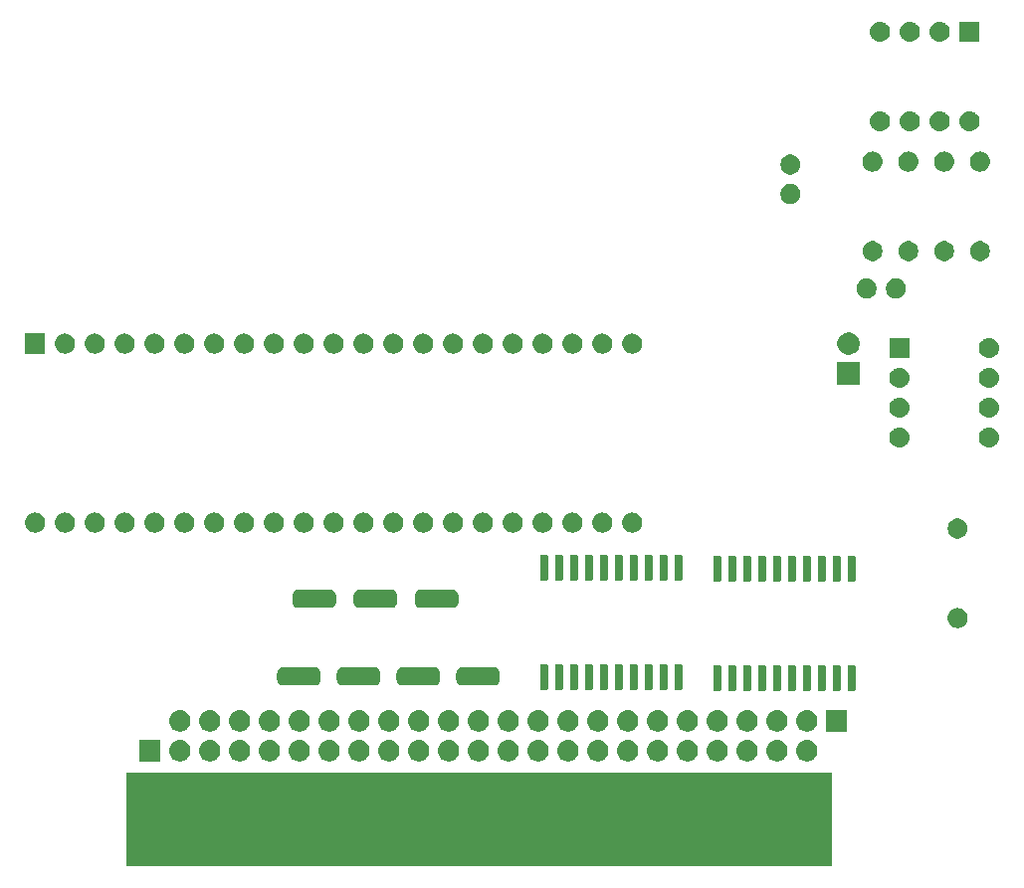
<source format=gbr>
G04 #@! TF.GenerationSoftware,KiCad,Pcbnew,(5.1.4)-1*
G04 #@! TF.CreationDate,2020-11-02T16:34:53-03:00*
G04 #@! TF.ProjectId,snes_feram,736e6573-5f66-4657-9261-6d2e6b696361,rev?*
G04 #@! TF.SameCoordinates,Original*
G04 #@! TF.FileFunction,Soldermask,Bot*
G04 #@! TF.FilePolarity,Negative*
%FSLAX46Y46*%
G04 Gerber Fmt 4.6, Leading zero omitted, Abs format (unit mm)*
G04 Created by KiCad (PCBNEW (5.1.4)-1) date 2020-11-02 16:34:53*
%MOMM*%
%LPD*%
G04 APERTURE LIST*
%ADD10C,0.100000*%
G04 APERTURE END LIST*
D10*
G36*
X167888920Y-105592880D02*
G01*
X107889040Y-105592880D01*
X107889040Y-97591880D01*
X167888920Y-97591880D01*
X167888920Y-105592880D01*
X167888920Y-105592880D01*
G37*
G36*
X165845443Y-94863519D02*
G01*
X165911627Y-94870037D01*
X166081466Y-94921557D01*
X166237991Y-95005222D01*
X166273729Y-95034552D01*
X166375186Y-95117814D01*
X166458448Y-95219271D01*
X166487778Y-95255009D01*
X166571443Y-95411534D01*
X166622963Y-95581373D01*
X166640359Y-95758000D01*
X166622963Y-95934627D01*
X166571443Y-96104466D01*
X166487778Y-96260991D01*
X166458448Y-96296729D01*
X166375186Y-96398186D01*
X166273729Y-96481448D01*
X166237991Y-96510778D01*
X166081466Y-96594443D01*
X165911627Y-96645963D01*
X165845443Y-96652481D01*
X165779260Y-96659000D01*
X165690740Y-96659000D01*
X165624558Y-96652482D01*
X165558373Y-96645963D01*
X165388534Y-96594443D01*
X165232009Y-96510778D01*
X165196271Y-96481448D01*
X165094814Y-96398186D01*
X165011552Y-96296729D01*
X164982222Y-96260991D01*
X164898557Y-96104466D01*
X164847037Y-95934627D01*
X164829641Y-95758000D01*
X164847037Y-95581373D01*
X164898557Y-95411534D01*
X164982222Y-95255009D01*
X165011552Y-95219271D01*
X165094814Y-95117814D01*
X165196271Y-95034552D01*
X165232009Y-95005222D01*
X165388534Y-94921557D01*
X165558373Y-94870037D01*
X165624558Y-94863518D01*
X165690740Y-94857000D01*
X165779260Y-94857000D01*
X165845443Y-94863519D01*
X165845443Y-94863519D01*
G37*
G36*
X110756000Y-96659000D02*
G01*
X108954000Y-96659000D01*
X108954000Y-94857000D01*
X110756000Y-94857000D01*
X110756000Y-96659000D01*
X110756000Y-96659000D01*
G37*
G36*
X112505443Y-94863519D02*
G01*
X112571627Y-94870037D01*
X112741466Y-94921557D01*
X112897991Y-95005222D01*
X112933729Y-95034552D01*
X113035186Y-95117814D01*
X113118448Y-95219271D01*
X113147778Y-95255009D01*
X113231443Y-95411534D01*
X113282963Y-95581373D01*
X113300359Y-95758000D01*
X113282963Y-95934627D01*
X113231443Y-96104466D01*
X113147778Y-96260991D01*
X113118448Y-96296729D01*
X113035186Y-96398186D01*
X112933729Y-96481448D01*
X112897991Y-96510778D01*
X112741466Y-96594443D01*
X112571627Y-96645963D01*
X112505443Y-96652481D01*
X112439260Y-96659000D01*
X112350740Y-96659000D01*
X112284558Y-96652482D01*
X112218373Y-96645963D01*
X112048534Y-96594443D01*
X111892009Y-96510778D01*
X111856271Y-96481448D01*
X111754814Y-96398186D01*
X111671552Y-96296729D01*
X111642222Y-96260991D01*
X111558557Y-96104466D01*
X111507037Y-95934627D01*
X111489641Y-95758000D01*
X111507037Y-95581373D01*
X111558557Y-95411534D01*
X111642222Y-95255009D01*
X111671552Y-95219271D01*
X111754814Y-95117814D01*
X111856271Y-95034552D01*
X111892009Y-95005222D01*
X112048534Y-94921557D01*
X112218373Y-94870037D01*
X112284558Y-94863518D01*
X112350740Y-94857000D01*
X112439260Y-94857000D01*
X112505443Y-94863519D01*
X112505443Y-94863519D01*
G37*
G36*
X115045443Y-94863519D02*
G01*
X115111627Y-94870037D01*
X115281466Y-94921557D01*
X115437991Y-95005222D01*
X115473729Y-95034552D01*
X115575186Y-95117814D01*
X115658448Y-95219271D01*
X115687778Y-95255009D01*
X115771443Y-95411534D01*
X115822963Y-95581373D01*
X115840359Y-95758000D01*
X115822963Y-95934627D01*
X115771443Y-96104466D01*
X115687778Y-96260991D01*
X115658448Y-96296729D01*
X115575186Y-96398186D01*
X115473729Y-96481448D01*
X115437991Y-96510778D01*
X115281466Y-96594443D01*
X115111627Y-96645963D01*
X115045443Y-96652481D01*
X114979260Y-96659000D01*
X114890740Y-96659000D01*
X114824558Y-96652482D01*
X114758373Y-96645963D01*
X114588534Y-96594443D01*
X114432009Y-96510778D01*
X114396271Y-96481448D01*
X114294814Y-96398186D01*
X114211552Y-96296729D01*
X114182222Y-96260991D01*
X114098557Y-96104466D01*
X114047037Y-95934627D01*
X114029641Y-95758000D01*
X114047037Y-95581373D01*
X114098557Y-95411534D01*
X114182222Y-95255009D01*
X114211552Y-95219271D01*
X114294814Y-95117814D01*
X114396271Y-95034552D01*
X114432009Y-95005222D01*
X114588534Y-94921557D01*
X114758373Y-94870037D01*
X114824558Y-94863518D01*
X114890740Y-94857000D01*
X114979260Y-94857000D01*
X115045443Y-94863519D01*
X115045443Y-94863519D01*
G37*
G36*
X117585443Y-94863519D02*
G01*
X117651627Y-94870037D01*
X117821466Y-94921557D01*
X117977991Y-95005222D01*
X118013729Y-95034552D01*
X118115186Y-95117814D01*
X118198448Y-95219271D01*
X118227778Y-95255009D01*
X118311443Y-95411534D01*
X118362963Y-95581373D01*
X118380359Y-95758000D01*
X118362963Y-95934627D01*
X118311443Y-96104466D01*
X118227778Y-96260991D01*
X118198448Y-96296729D01*
X118115186Y-96398186D01*
X118013729Y-96481448D01*
X117977991Y-96510778D01*
X117821466Y-96594443D01*
X117651627Y-96645963D01*
X117585443Y-96652481D01*
X117519260Y-96659000D01*
X117430740Y-96659000D01*
X117364558Y-96652482D01*
X117298373Y-96645963D01*
X117128534Y-96594443D01*
X116972009Y-96510778D01*
X116936271Y-96481448D01*
X116834814Y-96398186D01*
X116751552Y-96296729D01*
X116722222Y-96260991D01*
X116638557Y-96104466D01*
X116587037Y-95934627D01*
X116569641Y-95758000D01*
X116587037Y-95581373D01*
X116638557Y-95411534D01*
X116722222Y-95255009D01*
X116751552Y-95219271D01*
X116834814Y-95117814D01*
X116936271Y-95034552D01*
X116972009Y-95005222D01*
X117128534Y-94921557D01*
X117298373Y-94870037D01*
X117364558Y-94863518D01*
X117430740Y-94857000D01*
X117519260Y-94857000D01*
X117585443Y-94863519D01*
X117585443Y-94863519D01*
G37*
G36*
X120125443Y-94863519D02*
G01*
X120191627Y-94870037D01*
X120361466Y-94921557D01*
X120517991Y-95005222D01*
X120553729Y-95034552D01*
X120655186Y-95117814D01*
X120738448Y-95219271D01*
X120767778Y-95255009D01*
X120851443Y-95411534D01*
X120902963Y-95581373D01*
X120920359Y-95758000D01*
X120902963Y-95934627D01*
X120851443Y-96104466D01*
X120767778Y-96260991D01*
X120738448Y-96296729D01*
X120655186Y-96398186D01*
X120553729Y-96481448D01*
X120517991Y-96510778D01*
X120361466Y-96594443D01*
X120191627Y-96645963D01*
X120125443Y-96652481D01*
X120059260Y-96659000D01*
X119970740Y-96659000D01*
X119904558Y-96652482D01*
X119838373Y-96645963D01*
X119668534Y-96594443D01*
X119512009Y-96510778D01*
X119476271Y-96481448D01*
X119374814Y-96398186D01*
X119291552Y-96296729D01*
X119262222Y-96260991D01*
X119178557Y-96104466D01*
X119127037Y-95934627D01*
X119109641Y-95758000D01*
X119127037Y-95581373D01*
X119178557Y-95411534D01*
X119262222Y-95255009D01*
X119291552Y-95219271D01*
X119374814Y-95117814D01*
X119476271Y-95034552D01*
X119512009Y-95005222D01*
X119668534Y-94921557D01*
X119838373Y-94870037D01*
X119904558Y-94863518D01*
X119970740Y-94857000D01*
X120059260Y-94857000D01*
X120125443Y-94863519D01*
X120125443Y-94863519D01*
G37*
G36*
X122665443Y-94863519D02*
G01*
X122731627Y-94870037D01*
X122901466Y-94921557D01*
X123057991Y-95005222D01*
X123093729Y-95034552D01*
X123195186Y-95117814D01*
X123278448Y-95219271D01*
X123307778Y-95255009D01*
X123391443Y-95411534D01*
X123442963Y-95581373D01*
X123460359Y-95758000D01*
X123442963Y-95934627D01*
X123391443Y-96104466D01*
X123307778Y-96260991D01*
X123278448Y-96296729D01*
X123195186Y-96398186D01*
X123093729Y-96481448D01*
X123057991Y-96510778D01*
X122901466Y-96594443D01*
X122731627Y-96645963D01*
X122665443Y-96652481D01*
X122599260Y-96659000D01*
X122510740Y-96659000D01*
X122444558Y-96652482D01*
X122378373Y-96645963D01*
X122208534Y-96594443D01*
X122052009Y-96510778D01*
X122016271Y-96481448D01*
X121914814Y-96398186D01*
X121831552Y-96296729D01*
X121802222Y-96260991D01*
X121718557Y-96104466D01*
X121667037Y-95934627D01*
X121649641Y-95758000D01*
X121667037Y-95581373D01*
X121718557Y-95411534D01*
X121802222Y-95255009D01*
X121831552Y-95219271D01*
X121914814Y-95117814D01*
X122016271Y-95034552D01*
X122052009Y-95005222D01*
X122208534Y-94921557D01*
X122378373Y-94870037D01*
X122444558Y-94863518D01*
X122510740Y-94857000D01*
X122599260Y-94857000D01*
X122665443Y-94863519D01*
X122665443Y-94863519D01*
G37*
G36*
X125205443Y-94863519D02*
G01*
X125271627Y-94870037D01*
X125441466Y-94921557D01*
X125597991Y-95005222D01*
X125633729Y-95034552D01*
X125735186Y-95117814D01*
X125818448Y-95219271D01*
X125847778Y-95255009D01*
X125931443Y-95411534D01*
X125982963Y-95581373D01*
X126000359Y-95758000D01*
X125982963Y-95934627D01*
X125931443Y-96104466D01*
X125847778Y-96260991D01*
X125818448Y-96296729D01*
X125735186Y-96398186D01*
X125633729Y-96481448D01*
X125597991Y-96510778D01*
X125441466Y-96594443D01*
X125271627Y-96645963D01*
X125205443Y-96652481D01*
X125139260Y-96659000D01*
X125050740Y-96659000D01*
X124984558Y-96652482D01*
X124918373Y-96645963D01*
X124748534Y-96594443D01*
X124592009Y-96510778D01*
X124556271Y-96481448D01*
X124454814Y-96398186D01*
X124371552Y-96296729D01*
X124342222Y-96260991D01*
X124258557Y-96104466D01*
X124207037Y-95934627D01*
X124189641Y-95758000D01*
X124207037Y-95581373D01*
X124258557Y-95411534D01*
X124342222Y-95255009D01*
X124371552Y-95219271D01*
X124454814Y-95117814D01*
X124556271Y-95034552D01*
X124592009Y-95005222D01*
X124748534Y-94921557D01*
X124918373Y-94870037D01*
X124984558Y-94863518D01*
X125050740Y-94857000D01*
X125139260Y-94857000D01*
X125205443Y-94863519D01*
X125205443Y-94863519D01*
G37*
G36*
X127745443Y-94863519D02*
G01*
X127811627Y-94870037D01*
X127981466Y-94921557D01*
X128137991Y-95005222D01*
X128173729Y-95034552D01*
X128275186Y-95117814D01*
X128358448Y-95219271D01*
X128387778Y-95255009D01*
X128471443Y-95411534D01*
X128522963Y-95581373D01*
X128540359Y-95758000D01*
X128522963Y-95934627D01*
X128471443Y-96104466D01*
X128387778Y-96260991D01*
X128358448Y-96296729D01*
X128275186Y-96398186D01*
X128173729Y-96481448D01*
X128137991Y-96510778D01*
X127981466Y-96594443D01*
X127811627Y-96645963D01*
X127745443Y-96652481D01*
X127679260Y-96659000D01*
X127590740Y-96659000D01*
X127524558Y-96652482D01*
X127458373Y-96645963D01*
X127288534Y-96594443D01*
X127132009Y-96510778D01*
X127096271Y-96481448D01*
X126994814Y-96398186D01*
X126911552Y-96296729D01*
X126882222Y-96260991D01*
X126798557Y-96104466D01*
X126747037Y-95934627D01*
X126729641Y-95758000D01*
X126747037Y-95581373D01*
X126798557Y-95411534D01*
X126882222Y-95255009D01*
X126911552Y-95219271D01*
X126994814Y-95117814D01*
X127096271Y-95034552D01*
X127132009Y-95005222D01*
X127288534Y-94921557D01*
X127458373Y-94870037D01*
X127524558Y-94863518D01*
X127590740Y-94857000D01*
X127679260Y-94857000D01*
X127745443Y-94863519D01*
X127745443Y-94863519D01*
G37*
G36*
X130285443Y-94863519D02*
G01*
X130351627Y-94870037D01*
X130521466Y-94921557D01*
X130677991Y-95005222D01*
X130713729Y-95034552D01*
X130815186Y-95117814D01*
X130898448Y-95219271D01*
X130927778Y-95255009D01*
X131011443Y-95411534D01*
X131062963Y-95581373D01*
X131080359Y-95758000D01*
X131062963Y-95934627D01*
X131011443Y-96104466D01*
X130927778Y-96260991D01*
X130898448Y-96296729D01*
X130815186Y-96398186D01*
X130713729Y-96481448D01*
X130677991Y-96510778D01*
X130521466Y-96594443D01*
X130351627Y-96645963D01*
X130285443Y-96652481D01*
X130219260Y-96659000D01*
X130130740Y-96659000D01*
X130064558Y-96652482D01*
X129998373Y-96645963D01*
X129828534Y-96594443D01*
X129672009Y-96510778D01*
X129636271Y-96481448D01*
X129534814Y-96398186D01*
X129451552Y-96296729D01*
X129422222Y-96260991D01*
X129338557Y-96104466D01*
X129287037Y-95934627D01*
X129269641Y-95758000D01*
X129287037Y-95581373D01*
X129338557Y-95411534D01*
X129422222Y-95255009D01*
X129451552Y-95219271D01*
X129534814Y-95117814D01*
X129636271Y-95034552D01*
X129672009Y-95005222D01*
X129828534Y-94921557D01*
X129998373Y-94870037D01*
X130064558Y-94863518D01*
X130130740Y-94857000D01*
X130219260Y-94857000D01*
X130285443Y-94863519D01*
X130285443Y-94863519D01*
G37*
G36*
X132825443Y-94863519D02*
G01*
X132891627Y-94870037D01*
X133061466Y-94921557D01*
X133217991Y-95005222D01*
X133253729Y-95034552D01*
X133355186Y-95117814D01*
X133438448Y-95219271D01*
X133467778Y-95255009D01*
X133551443Y-95411534D01*
X133602963Y-95581373D01*
X133620359Y-95758000D01*
X133602963Y-95934627D01*
X133551443Y-96104466D01*
X133467778Y-96260991D01*
X133438448Y-96296729D01*
X133355186Y-96398186D01*
X133253729Y-96481448D01*
X133217991Y-96510778D01*
X133061466Y-96594443D01*
X132891627Y-96645963D01*
X132825443Y-96652481D01*
X132759260Y-96659000D01*
X132670740Y-96659000D01*
X132604558Y-96652482D01*
X132538373Y-96645963D01*
X132368534Y-96594443D01*
X132212009Y-96510778D01*
X132176271Y-96481448D01*
X132074814Y-96398186D01*
X131991552Y-96296729D01*
X131962222Y-96260991D01*
X131878557Y-96104466D01*
X131827037Y-95934627D01*
X131809641Y-95758000D01*
X131827037Y-95581373D01*
X131878557Y-95411534D01*
X131962222Y-95255009D01*
X131991552Y-95219271D01*
X132074814Y-95117814D01*
X132176271Y-95034552D01*
X132212009Y-95005222D01*
X132368534Y-94921557D01*
X132538373Y-94870037D01*
X132604558Y-94863518D01*
X132670740Y-94857000D01*
X132759260Y-94857000D01*
X132825443Y-94863519D01*
X132825443Y-94863519D01*
G37*
G36*
X135365443Y-94863519D02*
G01*
X135431627Y-94870037D01*
X135601466Y-94921557D01*
X135757991Y-95005222D01*
X135793729Y-95034552D01*
X135895186Y-95117814D01*
X135978448Y-95219271D01*
X136007778Y-95255009D01*
X136091443Y-95411534D01*
X136142963Y-95581373D01*
X136160359Y-95758000D01*
X136142963Y-95934627D01*
X136091443Y-96104466D01*
X136007778Y-96260991D01*
X135978448Y-96296729D01*
X135895186Y-96398186D01*
X135793729Y-96481448D01*
X135757991Y-96510778D01*
X135601466Y-96594443D01*
X135431627Y-96645963D01*
X135365443Y-96652481D01*
X135299260Y-96659000D01*
X135210740Y-96659000D01*
X135144558Y-96652482D01*
X135078373Y-96645963D01*
X134908534Y-96594443D01*
X134752009Y-96510778D01*
X134716271Y-96481448D01*
X134614814Y-96398186D01*
X134531552Y-96296729D01*
X134502222Y-96260991D01*
X134418557Y-96104466D01*
X134367037Y-95934627D01*
X134349641Y-95758000D01*
X134367037Y-95581373D01*
X134418557Y-95411534D01*
X134502222Y-95255009D01*
X134531552Y-95219271D01*
X134614814Y-95117814D01*
X134716271Y-95034552D01*
X134752009Y-95005222D01*
X134908534Y-94921557D01*
X135078373Y-94870037D01*
X135144558Y-94863518D01*
X135210740Y-94857000D01*
X135299260Y-94857000D01*
X135365443Y-94863519D01*
X135365443Y-94863519D01*
G37*
G36*
X140445443Y-94863519D02*
G01*
X140511627Y-94870037D01*
X140681466Y-94921557D01*
X140837991Y-95005222D01*
X140873729Y-95034552D01*
X140975186Y-95117814D01*
X141058448Y-95219271D01*
X141087778Y-95255009D01*
X141171443Y-95411534D01*
X141222963Y-95581373D01*
X141240359Y-95758000D01*
X141222963Y-95934627D01*
X141171443Y-96104466D01*
X141087778Y-96260991D01*
X141058448Y-96296729D01*
X140975186Y-96398186D01*
X140873729Y-96481448D01*
X140837991Y-96510778D01*
X140681466Y-96594443D01*
X140511627Y-96645963D01*
X140445443Y-96652481D01*
X140379260Y-96659000D01*
X140290740Y-96659000D01*
X140224558Y-96652482D01*
X140158373Y-96645963D01*
X139988534Y-96594443D01*
X139832009Y-96510778D01*
X139796271Y-96481448D01*
X139694814Y-96398186D01*
X139611552Y-96296729D01*
X139582222Y-96260991D01*
X139498557Y-96104466D01*
X139447037Y-95934627D01*
X139429641Y-95758000D01*
X139447037Y-95581373D01*
X139498557Y-95411534D01*
X139582222Y-95255009D01*
X139611552Y-95219271D01*
X139694814Y-95117814D01*
X139796271Y-95034552D01*
X139832009Y-95005222D01*
X139988534Y-94921557D01*
X140158373Y-94870037D01*
X140224558Y-94863518D01*
X140290740Y-94857000D01*
X140379260Y-94857000D01*
X140445443Y-94863519D01*
X140445443Y-94863519D01*
G37*
G36*
X142985443Y-94863519D02*
G01*
X143051627Y-94870037D01*
X143221466Y-94921557D01*
X143377991Y-95005222D01*
X143413729Y-95034552D01*
X143515186Y-95117814D01*
X143598448Y-95219271D01*
X143627778Y-95255009D01*
X143711443Y-95411534D01*
X143762963Y-95581373D01*
X143780359Y-95758000D01*
X143762963Y-95934627D01*
X143711443Y-96104466D01*
X143627778Y-96260991D01*
X143598448Y-96296729D01*
X143515186Y-96398186D01*
X143413729Y-96481448D01*
X143377991Y-96510778D01*
X143221466Y-96594443D01*
X143051627Y-96645963D01*
X142985443Y-96652481D01*
X142919260Y-96659000D01*
X142830740Y-96659000D01*
X142764558Y-96652482D01*
X142698373Y-96645963D01*
X142528534Y-96594443D01*
X142372009Y-96510778D01*
X142336271Y-96481448D01*
X142234814Y-96398186D01*
X142151552Y-96296729D01*
X142122222Y-96260991D01*
X142038557Y-96104466D01*
X141987037Y-95934627D01*
X141969641Y-95758000D01*
X141987037Y-95581373D01*
X142038557Y-95411534D01*
X142122222Y-95255009D01*
X142151552Y-95219271D01*
X142234814Y-95117814D01*
X142336271Y-95034552D01*
X142372009Y-95005222D01*
X142528534Y-94921557D01*
X142698373Y-94870037D01*
X142764558Y-94863518D01*
X142830740Y-94857000D01*
X142919260Y-94857000D01*
X142985443Y-94863519D01*
X142985443Y-94863519D01*
G37*
G36*
X145525443Y-94863519D02*
G01*
X145591627Y-94870037D01*
X145761466Y-94921557D01*
X145917991Y-95005222D01*
X145953729Y-95034552D01*
X146055186Y-95117814D01*
X146138448Y-95219271D01*
X146167778Y-95255009D01*
X146251443Y-95411534D01*
X146302963Y-95581373D01*
X146320359Y-95758000D01*
X146302963Y-95934627D01*
X146251443Y-96104466D01*
X146167778Y-96260991D01*
X146138448Y-96296729D01*
X146055186Y-96398186D01*
X145953729Y-96481448D01*
X145917991Y-96510778D01*
X145761466Y-96594443D01*
X145591627Y-96645963D01*
X145525443Y-96652481D01*
X145459260Y-96659000D01*
X145370740Y-96659000D01*
X145304558Y-96652482D01*
X145238373Y-96645963D01*
X145068534Y-96594443D01*
X144912009Y-96510778D01*
X144876271Y-96481448D01*
X144774814Y-96398186D01*
X144691552Y-96296729D01*
X144662222Y-96260991D01*
X144578557Y-96104466D01*
X144527037Y-95934627D01*
X144509641Y-95758000D01*
X144527037Y-95581373D01*
X144578557Y-95411534D01*
X144662222Y-95255009D01*
X144691552Y-95219271D01*
X144774814Y-95117814D01*
X144876271Y-95034552D01*
X144912009Y-95005222D01*
X145068534Y-94921557D01*
X145238373Y-94870037D01*
X145304558Y-94863518D01*
X145370740Y-94857000D01*
X145459260Y-94857000D01*
X145525443Y-94863519D01*
X145525443Y-94863519D01*
G37*
G36*
X148065443Y-94863519D02*
G01*
X148131627Y-94870037D01*
X148301466Y-94921557D01*
X148457991Y-95005222D01*
X148493729Y-95034552D01*
X148595186Y-95117814D01*
X148678448Y-95219271D01*
X148707778Y-95255009D01*
X148791443Y-95411534D01*
X148842963Y-95581373D01*
X148860359Y-95758000D01*
X148842963Y-95934627D01*
X148791443Y-96104466D01*
X148707778Y-96260991D01*
X148678448Y-96296729D01*
X148595186Y-96398186D01*
X148493729Y-96481448D01*
X148457991Y-96510778D01*
X148301466Y-96594443D01*
X148131627Y-96645963D01*
X148065443Y-96652481D01*
X147999260Y-96659000D01*
X147910740Y-96659000D01*
X147844558Y-96652482D01*
X147778373Y-96645963D01*
X147608534Y-96594443D01*
X147452009Y-96510778D01*
X147416271Y-96481448D01*
X147314814Y-96398186D01*
X147231552Y-96296729D01*
X147202222Y-96260991D01*
X147118557Y-96104466D01*
X147067037Y-95934627D01*
X147049641Y-95758000D01*
X147067037Y-95581373D01*
X147118557Y-95411534D01*
X147202222Y-95255009D01*
X147231552Y-95219271D01*
X147314814Y-95117814D01*
X147416271Y-95034552D01*
X147452009Y-95005222D01*
X147608534Y-94921557D01*
X147778373Y-94870037D01*
X147844558Y-94863518D01*
X147910740Y-94857000D01*
X147999260Y-94857000D01*
X148065443Y-94863519D01*
X148065443Y-94863519D01*
G37*
G36*
X150605443Y-94863519D02*
G01*
X150671627Y-94870037D01*
X150841466Y-94921557D01*
X150997991Y-95005222D01*
X151033729Y-95034552D01*
X151135186Y-95117814D01*
X151218448Y-95219271D01*
X151247778Y-95255009D01*
X151331443Y-95411534D01*
X151382963Y-95581373D01*
X151400359Y-95758000D01*
X151382963Y-95934627D01*
X151331443Y-96104466D01*
X151247778Y-96260991D01*
X151218448Y-96296729D01*
X151135186Y-96398186D01*
X151033729Y-96481448D01*
X150997991Y-96510778D01*
X150841466Y-96594443D01*
X150671627Y-96645963D01*
X150605443Y-96652481D01*
X150539260Y-96659000D01*
X150450740Y-96659000D01*
X150384558Y-96652482D01*
X150318373Y-96645963D01*
X150148534Y-96594443D01*
X149992009Y-96510778D01*
X149956271Y-96481448D01*
X149854814Y-96398186D01*
X149771552Y-96296729D01*
X149742222Y-96260991D01*
X149658557Y-96104466D01*
X149607037Y-95934627D01*
X149589641Y-95758000D01*
X149607037Y-95581373D01*
X149658557Y-95411534D01*
X149742222Y-95255009D01*
X149771552Y-95219271D01*
X149854814Y-95117814D01*
X149956271Y-95034552D01*
X149992009Y-95005222D01*
X150148534Y-94921557D01*
X150318373Y-94870037D01*
X150384558Y-94863518D01*
X150450740Y-94857000D01*
X150539260Y-94857000D01*
X150605443Y-94863519D01*
X150605443Y-94863519D01*
G37*
G36*
X153145443Y-94863519D02*
G01*
X153211627Y-94870037D01*
X153381466Y-94921557D01*
X153537991Y-95005222D01*
X153573729Y-95034552D01*
X153675186Y-95117814D01*
X153758448Y-95219271D01*
X153787778Y-95255009D01*
X153871443Y-95411534D01*
X153922963Y-95581373D01*
X153940359Y-95758000D01*
X153922963Y-95934627D01*
X153871443Y-96104466D01*
X153787778Y-96260991D01*
X153758448Y-96296729D01*
X153675186Y-96398186D01*
X153573729Y-96481448D01*
X153537991Y-96510778D01*
X153381466Y-96594443D01*
X153211627Y-96645963D01*
X153145443Y-96652481D01*
X153079260Y-96659000D01*
X152990740Y-96659000D01*
X152924558Y-96652482D01*
X152858373Y-96645963D01*
X152688534Y-96594443D01*
X152532009Y-96510778D01*
X152496271Y-96481448D01*
X152394814Y-96398186D01*
X152311552Y-96296729D01*
X152282222Y-96260991D01*
X152198557Y-96104466D01*
X152147037Y-95934627D01*
X152129641Y-95758000D01*
X152147037Y-95581373D01*
X152198557Y-95411534D01*
X152282222Y-95255009D01*
X152311552Y-95219271D01*
X152394814Y-95117814D01*
X152496271Y-95034552D01*
X152532009Y-95005222D01*
X152688534Y-94921557D01*
X152858373Y-94870037D01*
X152924558Y-94863518D01*
X152990740Y-94857000D01*
X153079260Y-94857000D01*
X153145443Y-94863519D01*
X153145443Y-94863519D01*
G37*
G36*
X155685443Y-94863519D02*
G01*
X155751627Y-94870037D01*
X155921466Y-94921557D01*
X156077991Y-95005222D01*
X156113729Y-95034552D01*
X156215186Y-95117814D01*
X156298448Y-95219271D01*
X156327778Y-95255009D01*
X156411443Y-95411534D01*
X156462963Y-95581373D01*
X156480359Y-95758000D01*
X156462963Y-95934627D01*
X156411443Y-96104466D01*
X156327778Y-96260991D01*
X156298448Y-96296729D01*
X156215186Y-96398186D01*
X156113729Y-96481448D01*
X156077991Y-96510778D01*
X155921466Y-96594443D01*
X155751627Y-96645963D01*
X155685443Y-96652481D01*
X155619260Y-96659000D01*
X155530740Y-96659000D01*
X155464558Y-96652482D01*
X155398373Y-96645963D01*
X155228534Y-96594443D01*
X155072009Y-96510778D01*
X155036271Y-96481448D01*
X154934814Y-96398186D01*
X154851552Y-96296729D01*
X154822222Y-96260991D01*
X154738557Y-96104466D01*
X154687037Y-95934627D01*
X154669641Y-95758000D01*
X154687037Y-95581373D01*
X154738557Y-95411534D01*
X154822222Y-95255009D01*
X154851552Y-95219271D01*
X154934814Y-95117814D01*
X155036271Y-95034552D01*
X155072009Y-95005222D01*
X155228534Y-94921557D01*
X155398373Y-94870037D01*
X155464558Y-94863518D01*
X155530740Y-94857000D01*
X155619260Y-94857000D01*
X155685443Y-94863519D01*
X155685443Y-94863519D01*
G37*
G36*
X158225443Y-94863519D02*
G01*
X158291627Y-94870037D01*
X158461466Y-94921557D01*
X158617991Y-95005222D01*
X158653729Y-95034552D01*
X158755186Y-95117814D01*
X158838448Y-95219271D01*
X158867778Y-95255009D01*
X158951443Y-95411534D01*
X159002963Y-95581373D01*
X159020359Y-95758000D01*
X159002963Y-95934627D01*
X158951443Y-96104466D01*
X158867778Y-96260991D01*
X158838448Y-96296729D01*
X158755186Y-96398186D01*
X158653729Y-96481448D01*
X158617991Y-96510778D01*
X158461466Y-96594443D01*
X158291627Y-96645963D01*
X158225443Y-96652481D01*
X158159260Y-96659000D01*
X158070740Y-96659000D01*
X158004558Y-96652482D01*
X157938373Y-96645963D01*
X157768534Y-96594443D01*
X157612009Y-96510778D01*
X157576271Y-96481448D01*
X157474814Y-96398186D01*
X157391552Y-96296729D01*
X157362222Y-96260991D01*
X157278557Y-96104466D01*
X157227037Y-95934627D01*
X157209641Y-95758000D01*
X157227037Y-95581373D01*
X157278557Y-95411534D01*
X157362222Y-95255009D01*
X157391552Y-95219271D01*
X157474814Y-95117814D01*
X157576271Y-95034552D01*
X157612009Y-95005222D01*
X157768534Y-94921557D01*
X157938373Y-94870037D01*
X158004558Y-94863518D01*
X158070740Y-94857000D01*
X158159260Y-94857000D01*
X158225443Y-94863519D01*
X158225443Y-94863519D01*
G37*
G36*
X160765443Y-94863519D02*
G01*
X160831627Y-94870037D01*
X161001466Y-94921557D01*
X161157991Y-95005222D01*
X161193729Y-95034552D01*
X161295186Y-95117814D01*
X161378448Y-95219271D01*
X161407778Y-95255009D01*
X161491443Y-95411534D01*
X161542963Y-95581373D01*
X161560359Y-95758000D01*
X161542963Y-95934627D01*
X161491443Y-96104466D01*
X161407778Y-96260991D01*
X161378448Y-96296729D01*
X161295186Y-96398186D01*
X161193729Y-96481448D01*
X161157991Y-96510778D01*
X161001466Y-96594443D01*
X160831627Y-96645963D01*
X160765443Y-96652481D01*
X160699260Y-96659000D01*
X160610740Y-96659000D01*
X160544558Y-96652482D01*
X160478373Y-96645963D01*
X160308534Y-96594443D01*
X160152009Y-96510778D01*
X160116271Y-96481448D01*
X160014814Y-96398186D01*
X159931552Y-96296729D01*
X159902222Y-96260991D01*
X159818557Y-96104466D01*
X159767037Y-95934627D01*
X159749641Y-95758000D01*
X159767037Y-95581373D01*
X159818557Y-95411534D01*
X159902222Y-95255009D01*
X159931552Y-95219271D01*
X160014814Y-95117814D01*
X160116271Y-95034552D01*
X160152009Y-95005222D01*
X160308534Y-94921557D01*
X160478373Y-94870037D01*
X160544558Y-94863518D01*
X160610740Y-94857000D01*
X160699260Y-94857000D01*
X160765443Y-94863519D01*
X160765443Y-94863519D01*
G37*
G36*
X163305443Y-94863519D02*
G01*
X163371627Y-94870037D01*
X163541466Y-94921557D01*
X163697991Y-95005222D01*
X163733729Y-95034552D01*
X163835186Y-95117814D01*
X163918448Y-95219271D01*
X163947778Y-95255009D01*
X164031443Y-95411534D01*
X164082963Y-95581373D01*
X164100359Y-95758000D01*
X164082963Y-95934627D01*
X164031443Y-96104466D01*
X163947778Y-96260991D01*
X163918448Y-96296729D01*
X163835186Y-96398186D01*
X163733729Y-96481448D01*
X163697991Y-96510778D01*
X163541466Y-96594443D01*
X163371627Y-96645963D01*
X163305443Y-96652481D01*
X163239260Y-96659000D01*
X163150740Y-96659000D01*
X163084558Y-96652482D01*
X163018373Y-96645963D01*
X162848534Y-96594443D01*
X162692009Y-96510778D01*
X162656271Y-96481448D01*
X162554814Y-96398186D01*
X162471552Y-96296729D01*
X162442222Y-96260991D01*
X162358557Y-96104466D01*
X162307037Y-95934627D01*
X162289641Y-95758000D01*
X162307037Y-95581373D01*
X162358557Y-95411534D01*
X162442222Y-95255009D01*
X162471552Y-95219271D01*
X162554814Y-95117814D01*
X162656271Y-95034552D01*
X162692009Y-95005222D01*
X162848534Y-94921557D01*
X163018373Y-94870037D01*
X163084558Y-94863518D01*
X163150740Y-94857000D01*
X163239260Y-94857000D01*
X163305443Y-94863519D01*
X163305443Y-94863519D01*
G37*
G36*
X137905443Y-94863519D02*
G01*
X137971627Y-94870037D01*
X138141466Y-94921557D01*
X138297991Y-95005222D01*
X138333729Y-95034552D01*
X138435186Y-95117814D01*
X138518448Y-95219271D01*
X138547778Y-95255009D01*
X138631443Y-95411534D01*
X138682963Y-95581373D01*
X138700359Y-95758000D01*
X138682963Y-95934627D01*
X138631443Y-96104466D01*
X138547778Y-96260991D01*
X138518448Y-96296729D01*
X138435186Y-96398186D01*
X138333729Y-96481448D01*
X138297991Y-96510778D01*
X138141466Y-96594443D01*
X137971627Y-96645963D01*
X137905443Y-96652481D01*
X137839260Y-96659000D01*
X137750740Y-96659000D01*
X137684558Y-96652482D01*
X137618373Y-96645963D01*
X137448534Y-96594443D01*
X137292009Y-96510778D01*
X137256271Y-96481448D01*
X137154814Y-96398186D01*
X137071552Y-96296729D01*
X137042222Y-96260991D01*
X136958557Y-96104466D01*
X136907037Y-95934627D01*
X136889641Y-95758000D01*
X136907037Y-95581373D01*
X136958557Y-95411534D01*
X137042222Y-95255009D01*
X137071552Y-95219271D01*
X137154814Y-95117814D01*
X137256271Y-95034552D01*
X137292009Y-95005222D01*
X137448534Y-94921557D01*
X137618373Y-94870037D01*
X137684558Y-94863518D01*
X137750740Y-94857000D01*
X137839260Y-94857000D01*
X137905443Y-94863519D01*
X137905443Y-94863519D01*
G37*
G36*
X153145442Y-92323518D02*
G01*
X153211627Y-92330037D01*
X153381466Y-92381557D01*
X153537991Y-92465222D01*
X153573729Y-92494552D01*
X153675186Y-92577814D01*
X153758448Y-92679271D01*
X153787778Y-92715009D01*
X153871443Y-92871534D01*
X153922963Y-93041373D01*
X153940359Y-93218000D01*
X153922963Y-93394627D01*
X153871443Y-93564466D01*
X153787778Y-93720991D01*
X153758448Y-93756729D01*
X153675186Y-93858186D01*
X153573729Y-93941448D01*
X153537991Y-93970778D01*
X153381466Y-94054443D01*
X153211627Y-94105963D01*
X153145442Y-94112482D01*
X153079260Y-94119000D01*
X152990740Y-94119000D01*
X152924558Y-94112482D01*
X152858373Y-94105963D01*
X152688534Y-94054443D01*
X152532009Y-93970778D01*
X152496271Y-93941448D01*
X152394814Y-93858186D01*
X152311552Y-93756729D01*
X152282222Y-93720991D01*
X152198557Y-93564466D01*
X152147037Y-93394627D01*
X152129641Y-93218000D01*
X152147037Y-93041373D01*
X152198557Y-92871534D01*
X152282222Y-92715009D01*
X152311552Y-92679271D01*
X152394814Y-92577814D01*
X152496271Y-92494552D01*
X152532009Y-92465222D01*
X152688534Y-92381557D01*
X152858373Y-92330037D01*
X152924558Y-92323518D01*
X152990740Y-92317000D01*
X153079260Y-92317000D01*
X153145442Y-92323518D01*
X153145442Y-92323518D01*
G37*
G36*
X155685442Y-92323518D02*
G01*
X155751627Y-92330037D01*
X155921466Y-92381557D01*
X156077991Y-92465222D01*
X156113729Y-92494552D01*
X156215186Y-92577814D01*
X156298448Y-92679271D01*
X156327778Y-92715009D01*
X156411443Y-92871534D01*
X156462963Y-93041373D01*
X156480359Y-93218000D01*
X156462963Y-93394627D01*
X156411443Y-93564466D01*
X156327778Y-93720991D01*
X156298448Y-93756729D01*
X156215186Y-93858186D01*
X156113729Y-93941448D01*
X156077991Y-93970778D01*
X155921466Y-94054443D01*
X155751627Y-94105963D01*
X155685442Y-94112482D01*
X155619260Y-94119000D01*
X155530740Y-94119000D01*
X155464558Y-94112482D01*
X155398373Y-94105963D01*
X155228534Y-94054443D01*
X155072009Y-93970778D01*
X155036271Y-93941448D01*
X154934814Y-93858186D01*
X154851552Y-93756729D01*
X154822222Y-93720991D01*
X154738557Y-93564466D01*
X154687037Y-93394627D01*
X154669641Y-93218000D01*
X154687037Y-93041373D01*
X154738557Y-92871534D01*
X154822222Y-92715009D01*
X154851552Y-92679271D01*
X154934814Y-92577814D01*
X155036271Y-92494552D01*
X155072009Y-92465222D01*
X155228534Y-92381557D01*
X155398373Y-92330037D01*
X155464558Y-92323518D01*
X155530740Y-92317000D01*
X155619260Y-92317000D01*
X155685442Y-92323518D01*
X155685442Y-92323518D01*
G37*
G36*
X127745442Y-92323518D02*
G01*
X127811627Y-92330037D01*
X127981466Y-92381557D01*
X128137991Y-92465222D01*
X128173729Y-92494552D01*
X128275186Y-92577814D01*
X128358448Y-92679271D01*
X128387778Y-92715009D01*
X128471443Y-92871534D01*
X128522963Y-93041373D01*
X128540359Y-93218000D01*
X128522963Y-93394627D01*
X128471443Y-93564466D01*
X128387778Y-93720991D01*
X128358448Y-93756729D01*
X128275186Y-93858186D01*
X128173729Y-93941448D01*
X128137991Y-93970778D01*
X127981466Y-94054443D01*
X127811627Y-94105963D01*
X127745442Y-94112482D01*
X127679260Y-94119000D01*
X127590740Y-94119000D01*
X127524558Y-94112482D01*
X127458373Y-94105963D01*
X127288534Y-94054443D01*
X127132009Y-93970778D01*
X127096271Y-93941448D01*
X126994814Y-93858186D01*
X126911552Y-93756729D01*
X126882222Y-93720991D01*
X126798557Y-93564466D01*
X126747037Y-93394627D01*
X126729641Y-93218000D01*
X126747037Y-93041373D01*
X126798557Y-92871534D01*
X126882222Y-92715009D01*
X126911552Y-92679271D01*
X126994814Y-92577814D01*
X127096271Y-92494552D01*
X127132009Y-92465222D01*
X127288534Y-92381557D01*
X127458373Y-92330037D01*
X127524558Y-92323518D01*
X127590740Y-92317000D01*
X127679260Y-92317000D01*
X127745442Y-92323518D01*
X127745442Y-92323518D01*
G37*
G36*
X160765442Y-92323518D02*
G01*
X160831627Y-92330037D01*
X161001466Y-92381557D01*
X161157991Y-92465222D01*
X161193729Y-92494552D01*
X161295186Y-92577814D01*
X161378448Y-92679271D01*
X161407778Y-92715009D01*
X161491443Y-92871534D01*
X161542963Y-93041373D01*
X161560359Y-93218000D01*
X161542963Y-93394627D01*
X161491443Y-93564466D01*
X161407778Y-93720991D01*
X161378448Y-93756729D01*
X161295186Y-93858186D01*
X161193729Y-93941448D01*
X161157991Y-93970778D01*
X161001466Y-94054443D01*
X160831627Y-94105963D01*
X160765442Y-94112482D01*
X160699260Y-94119000D01*
X160610740Y-94119000D01*
X160544558Y-94112482D01*
X160478373Y-94105963D01*
X160308534Y-94054443D01*
X160152009Y-93970778D01*
X160116271Y-93941448D01*
X160014814Y-93858186D01*
X159931552Y-93756729D01*
X159902222Y-93720991D01*
X159818557Y-93564466D01*
X159767037Y-93394627D01*
X159749641Y-93218000D01*
X159767037Y-93041373D01*
X159818557Y-92871534D01*
X159902222Y-92715009D01*
X159931552Y-92679271D01*
X160014814Y-92577814D01*
X160116271Y-92494552D01*
X160152009Y-92465222D01*
X160308534Y-92381557D01*
X160478373Y-92330037D01*
X160544558Y-92323518D01*
X160610740Y-92317000D01*
X160699260Y-92317000D01*
X160765442Y-92323518D01*
X160765442Y-92323518D01*
G37*
G36*
X165845442Y-92323518D02*
G01*
X165911627Y-92330037D01*
X166081466Y-92381557D01*
X166237991Y-92465222D01*
X166273729Y-92494552D01*
X166375186Y-92577814D01*
X166458448Y-92679271D01*
X166487778Y-92715009D01*
X166571443Y-92871534D01*
X166622963Y-93041373D01*
X166640359Y-93218000D01*
X166622963Y-93394627D01*
X166571443Y-93564466D01*
X166487778Y-93720991D01*
X166458448Y-93756729D01*
X166375186Y-93858186D01*
X166273729Y-93941448D01*
X166237991Y-93970778D01*
X166081466Y-94054443D01*
X165911627Y-94105963D01*
X165845442Y-94112482D01*
X165779260Y-94119000D01*
X165690740Y-94119000D01*
X165624558Y-94112482D01*
X165558373Y-94105963D01*
X165388534Y-94054443D01*
X165232009Y-93970778D01*
X165196271Y-93941448D01*
X165094814Y-93858186D01*
X165011552Y-93756729D01*
X164982222Y-93720991D01*
X164898557Y-93564466D01*
X164847037Y-93394627D01*
X164829641Y-93218000D01*
X164847037Y-93041373D01*
X164898557Y-92871534D01*
X164982222Y-92715009D01*
X165011552Y-92679271D01*
X165094814Y-92577814D01*
X165196271Y-92494552D01*
X165232009Y-92465222D01*
X165388534Y-92381557D01*
X165558373Y-92330037D01*
X165624558Y-92323518D01*
X165690740Y-92317000D01*
X165779260Y-92317000D01*
X165845442Y-92323518D01*
X165845442Y-92323518D01*
G37*
G36*
X125205442Y-92323518D02*
G01*
X125271627Y-92330037D01*
X125441466Y-92381557D01*
X125597991Y-92465222D01*
X125633729Y-92494552D01*
X125735186Y-92577814D01*
X125818448Y-92679271D01*
X125847778Y-92715009D01*
X125931443Y-92871534D01*
X125982963Y-93041373D01*
X126000359Y-93218000D01*
X125982963Y-93394627D01*
X125931443Y-93564466D01*
X125847778Y-93720991D01*
X125818448Y-93756729D01*
X125735186Y-93858186D01*
X125633729Y-93941448D01*
X125597991Y-93970778D01*
X125441466Y-94054443D01*
X125271627Y-94105963D01*
X125205442Y-94112482D01*
X125139260Y-94119000D01*
X125050740Y-94119000D01*
X124984558Y-94112482D01*
X124918373Y-94105963D01*
X124748534Y-94054443D01*
X124592009Y-93970778D01*
X124556271Y-93941448D01*
X124454814Y-93858186D01*
X124371552Y-93756729D01*
X124342222Y-93720991D01*
X124258557Y-93564466D01*
X124207037Y-93394627D01*
X124189641Y-93218000D01*
X124207037Y-93041373D01*
X124258557Y-92871534D01*
X124342222Y-92715009D01*
X124371552Y-92679271D01*
X124454814Y-92577814D01*
X124556271Y-92494552D01*
X124592009Y-92465222D01*
X124748534Y-92381557D01*
X124918373Y-92330037D01*
X124984558Y-92323518D01*
X125050740Y-92317000D01*
X125139260Y-92317000D01*
X125205442Y-92323518D01*
X125205442Y-92323518D01*
G37*
G36*
X122665442Y-92323518D02*
G01*
X122731627Y-92330037D01*
X122901466Y-92381557D01*
X123057991Y-92465222D01*
X123093729Y-92494552D01*
X123195186Y-92577814D01*
X123278448Y-92679271D01*
X123307778Y-92715009D01*
X123391443Y-92871534D01*
X123442963Y-93041373D01*
X123460359Y-93218000D01*
X123442963Y-93394627D01*
X123391443Y-93564466D01*
X123307778Y-93720991D01*
X123278448Y-93756729D01*
X123195186Y-93858186D01*
X123093729Y-93941448D01*
X123057991Y-93970778D01*
X122901466Y-94054443D01*
X122731627Y-94105963D01*
X122665442Y-94112482D01*
X122599260Y-94119000D01*
X122510740Y-94119000D01*
X122444558Y-94112482D01*
X122378373Y-94105963D01*
X122208534Y-94054443D01*
X122052009Y-93970778D01*
X122016271Y-93941448D01*
X121914814Y-93858186D01*
X121831552Y-93756729D01*
X121802222Y-93720991D01*
X121718557Y-93564466D01*
X121667037Y-93394627D01*
X121649641Y-93218000D01*
X121667037Y-93041373D01*
X121718557Y-92871534D01*
X121802222Y-92715009D01*
X121831552Y-92679271D01*
X121914814Y-92577814D01*
X122016271Y-92494552D01*
X122052009Y-92465222D01*
X122208534Y-92381557D01*
X122378373Y-92330037D01*
X122444558Y-92323518D01*
X122510740Y-92317000D01*
X122599260Y-92317000D01*
X122665442Y-92323518D01*
X122665442Y-92323518D01*
G37*
G36*
X120125442Y-92323518D02*
G01*
X120191627Y-92330037D01*
X120361466Y-92381557D01*
X120517991Y-92465222D01*
X120553729Y-92494552D01*
X120655186Y-92577814D01*
X120738448Y-92679271D01*
X120767778Y-92715009D01*
X120851443Y-92871534D01*
X120902963Y-93041373D01*
X120920359Y-93218000D01*
X120902963Y-93394627D01*
X120851443Y-93564466D01*
X120767778Y-93720991D01*
X120738448Y-93756729D01*
X120655186Y-93858186D01*
X120553729Y-93941448D01*
X120517991Y-93970778D01*
X120361466Y-94054443D01*
X120191627Y-94105963D01*
X120125442Y-94112482D01*
X120059260Y-94119000D01*
X119970740Y-94119000D01*
X119904558Y-94112482D01*
X119838373Y-94105963D01*
X119668534Y-94054443D01*
X119512009Y-93970778D01*
X119476271Y-93941448D01*
X119374814Y-93858186D01*
X119291552Y-93756729D01*
X119262222Y-93720991D01*
X119178557Y-93564466D01*
X119127037Y-93394627D01*
X119109641Y-93218000D01*
X119127037Y-93041373D01*
X119178557Y-92871534D01*
X119262222Y-92715009D01*
X119291552Y-92679271D01*
X119374814Y-92577814D01*
X119476271Y-92494552D01*
X119512009Y-92465222D01*
X119668534Y-92381557D01*
X119838373Y-92330037D01*
X119904558Y-92323518D01*
X119970740Y-92317000D01*
X120059260Y-92317000D01*
X120125442Y-92323518D01*
X120125442Y-92323518D01*
G37*
G36*
X117585442Y-92323518D02*
G01*
X117651627Y-92330037D01*
X117821466Y-92381557D01*
X117977991Y-92465222D01*
X118013729Y-92494552D01*
X118115186Y-92577814D01*
X118198448Y-92679271D01*
X118227778Y-92715009D01*
X118311443Y-92871534D01*
X118362963Y-93041373D01*
X118380359Y-93218000D01*
X118362963Y-93394627D01*
X118311443Y-93564466D01*
X118227778Y-93720991D01*
X118198448Y-93756729D01*
X118115186Y-93858186D01*
X118013729Y-93941448D01*
X117977991Y-93970778D01*
X117821466Y-94054443D01*
X117651627Y-94105963D01*
X117585442Y-94112482D01*
X117519260Y-94119000D01*
X117430740Y-94119000D01*
X117364558Y-94112482D01*
X117298373Y-94105963D01*
X117128534Y-94054443D01*
X116972009Y-93970778D01*
X116936271Y-93941448D01*
X116834814Y-93858186D01*
X116751552Y-93756729D01*
X116722222Y-93720991D01*
X116638557Y-93564466D01*
X116587037Y-93394627D01*
X116569641Y-93218000D01*
X116587037Y-93041373D01*
X116638557Y-92871534D01*
X116722222Y-92715009D01*
X116751552Y-92679271D01*
X116834814Y-92577814D01*
X116936271Y-92494552D01*
X116972009Y-92465222D01*
X117128534Y-92381557D01*
X117298373Y-92330037D01*
X117364558Y-92323518D01*
X117430740Y-92317000D01*
X117519260Y-92317000D01*
X117585442Y-92323518D01*
X117585442Y-92323518D01*
G37*
G36*
X115045442Y-92323518D02*
G01*
X115111627Y-92330037D01*
X115281466Y-92381557D01*
X115437991Y-92465222D01*
X115473729Y-92494552D01*
X115575186Y-92577814D01*
X115658448Y-92679271D01*
X115687778Y-92715009D01*
X115771443Y-92871534D01*
X115822963Y-93041373D01*
X115840359Y-93218000D01*
X115822963Y-93394627D01*
X115771443Y-93564466D01*
X115687778Y-93720991D01*
X115658448Y-93756729D01*
X115575186Y-93858186D01*
X115473729Y-93941448D01*
X115437991Y-93970778D01*
X115281466Y-94054443D01*
X115111627Y-94105963D01*
X115045442Y-94112482D01*
X114979260Y-94119000D01*
X114890740Y-94119000D01*
X114824558Y-94112482D01*
X114758373Y-94105963D01*
X114588534Y-94054443D01*
X114432009Y-93970778D01*
X114396271Y-93941448D01*
X114294814Y-93858186D01*
X114211552Y-93756729D01*
X114182222Y-93720991D01*
X114098557Y-93564466D01*
X114047037Y-93394627D01*
X114029641Y-93218000D01*
X114047037Y-93041373D01*
X114098557Y-92871534D01*
X114182222Y-92715009D01*
X114211552Y-92679271D01*
X114294814Y-92577814D01*
X114396271Y-92494552D01*
X114432009Y-92465222D01*
X114588534Y-92381557D01*
X114758373Y-92330037D01*
X114824558Y-92323518D01*
X114890740Y-92317000D01*
X114979260Y-92317000D01*
X115045442Y-92323518D01*
X115045442Y-92323518D01*
G37*
G36*
X112505442Y-92323518D02*
G01*
X112571627Y-92330037D01*
X112741466Y-92381557D01*
X112897991Y-92465222D01*
X112933729Y-92494552D01*
X113035186Y-92577814D01*
X113118448Y-92679271D01*
X113147778Y-92715009D01*
X113231443Y-92871534D01*
X113282963Y-93041373D01*
X113300359Y-93218000D01*
X113282963Y-93394627D01*
X113231443Y-93564466D01*
X113147778Y-93720991D01*
X113118448Y-93756729D01*
X113035186Y-93858186D01*
X112933729Y-93941448D01*
X112897991Y-93970778D01*
X112741466Y-94054443D01*
X112571627Y-94105963D01*
X112505442Y-94112482D01*
X112439260Y-94119000D01*
X112350740Y-94119000D01*
X112284558Y-94112482D01*
X112218373Y-94105963D01*
X112048534Y-94054443D01*
X111892009Y-93970778D01*
X111856271Y-93941448D01*
X111754814Y-93858186D01*
X111671552Y-93756729D01*
X111642222Y-93720991D01*
X111558557Y-93564466D01*
X111507037Y-93394627D01*
X111489641Y-93218000D01*
X111507037Y-93041373D01*
X111558557Y-92871534D01*
X111642222Y-92715009D01*
X111671552Y-92679271D01*
X111754814Y-92577814D01*
X111856271Y-92494552D01*
X111892009Y-92465222D01*
X112048534Y-92381557D01*
X112218373Y-92330037D01*
X112284558Y-92323518D01*
X112350740Y-92317000D01*
X112439260Y-92317000D01*
X112505442Y-92323518D01*
X112505442Y-92323518D01*
G37*
G36*
X148065442Y-92323518D02*
G01*
X148131627Y-92330037D01*
X148301466Y-92381557D01*
X148457991Y-92465222D01*
X148493729Y-92494552D01*
X148595186Y-92577814D01*
X148678448Y-92679271D01*
X148707778Y-92715009D01*
X148791443Y-92871534D01*
X148842963Y-93041373D01*
X148860359Y-93218000D01*
X148842963Y-93394627D01*
X148791443Y-93564466D01*
X148707778Y-93720991D01*
X148678448Y-93756729D01*
X148595186Y-93858186D01*
X148493729Y-93941448D01*
X148457991Y-93970778D01*
X148301466Y-94054443D01*
X148131627Y-94105963D01*
X148065442Y-94112482D01*
X147999260Y-94119000D01*
X147910740Y-94119000D01*
X147844558Y-94112482D01*
X147778373Y-94105963D01*
X147608534Y-94054443D01*
X147452009Y-93970778D01*
X147416271Y-93941448D01*
X147314814Y-93858186D01*
X147231552Y-93756729D01*
X147202222Y-93720991D01*
X147118557Y-93564466D01*
X147067037Y-93394627D01*
X147049641Y-93218000D01*
X147067037Y-93041373D01*
X147118557Y-92871534D01*
X147202222Y-92715009D01*
X147231552Y-92679271D01*
X147314814Y-92577814D01*
X147416271Y-92494552D01*
X147452009Y-92465222D01*
X147608534Y-92381557D01*
X147778373Y-92330037D01*
X147844558Y-92323518D01*
X147910740Y-92317000D01*
X147999260Y-92317000D01*
X148065442Y-92323518D01*
X148065442Y-92323518D01*
G37*
G36*
X150605442Y-92323518D02*
G01*
X150671627Y-92330037D01*
X150841466Y-92381557D01*
X150997991Y-92465222D01*
X151033729Y-92494552D01*
X151135186Y-92577814D01*
X151218448Y-92679271D01*
X151247778Y-92715009D01*
X151331443Y-92871534D01*
X151382963Y-93041373D01*
X151400359Y-93218000D01*
X151382963Y-93394627D01*
X151331443Y-93564466D01*
X151247778Y-93720991D01*
X151218448Y-93756729D01*
X151135186Y-93858186D01*
X151033729Y-93941448D01*
X150997991Y-93970778D01*
X150841466Y-94054443D01*
X150671627Y-94105963D01*
X150605442Y-94112482D01*
X150539260Y-94119000D01*
X150450740Y-94119000D01*
X150384558Y-94112482D01*
X150318373Y-94105963D01*
X150148534Y-94054443D01*
X149992009Y-93970778D01*
X149956271Y-93941448D01*
X149854814Y-93858186D01*
X149771552Y-93756729D01*
X149742222Y-93720991D01*
X149658557Y-93564466D01*
X149607037Y-93394627D01*
X149589641Y-93218000D01*
X149607037Y-93041373D01*
X149658557Y-92871534D01*
X149742222Y-92715009D01*
X149771552Y-92679271D01*
X149854814Y-92577814D01*
X149956271Y-92494552D01*
X149992009Y-92465222D01*
X150148534Y-92381557D01*
X150318373Y-92330037D01*
X150384558Y-92323518D01*
X150450740Y-92317000D01*
X150539260Y-92317000D01*
X150605442Y-92323518D01*
X150605442Y-92323518D01*
G37*
G36*
X169176000Y-94119000D02*
G01*
X167374000Y-94119000D01*
X167374000Y-92317000D01*
X169176000Y-92317000D01*
X169176000Y-94119000D01*
X169176000Y-94119000D01*
G37*
G36*
X163305442Y-92323518D02*
G01*
X163371627Y-92330037D01*
X163541466Y-92381557D01*
X163697991Y-92465222D01*
X163733729Y-92494552D01*
X163835186Y-92577814D01*
X163918448Y-92679271D01*
X163947778Y-92715009D01*
X164031443Y-92871534D01*
X164082963Y-93041373D01*
X164100359Y-93218000D01*
X164082963Y-93394627D01*
X164031443Y-93564466D01*
X163947778Y-93720991D01*
X163918448Y-93756729D01*
X163835186Y-93858186D01*
X163733729Y-93941448D01*
X163697991Y-93970778D01*
X163541466Y-94054443D01*
X163371627Y-94105963D01*
X163305442Y-94112482D01*
X163239260Y-94119000D01*
X163150740Y-94119000D01*
X163084558Y-94112482D01*
X163018373Y-94105963D01*
X162848534Y-94054443D01*
X162692009Y-93970778D01*
X162656271Y-93941448D01*
X162554814Y-93858186D01*
X162471552Y-93756729D01*
X162442222Y-93720991D01*
X162358557Y-93564466D01*
X162307037Y-93394627D01*
X162289641Y-93218000D01*
X162307037Y-93041373D01*
X162358557Y-92871534D01*
X162442222Y-92715009D01*
X162471552Y-92679271D01*
X162554814Y-92577814D01*
X162656271Y-92494552D01*
X162692009Y-92465222D01*
X162848534Y-92381557D01*
X163018373Y-92330037D01*
X163084558Y-92323518D01*
X163150740Y-92317000D01*
X163239260Y-92317000D01*
X163305442Y-92323518D01*
X163305442Y-92323518D01*
G37*
G36*
X158225442Y-92323518D02*
G01*
X158291627Y-92330037D01*
X158461466Y-92381557D01*
X158617991Y-92465222D01*
X158653729Y-92494552D01*
X158755186Y-92577814D01*
X158838448Y-92679271D01*
X158867778Y-92715009D01*
X158951443Y-92871534D01*
X159002963Y-93041373D01*
X159020359Y-93218000D01*
X159002963Y-93394627D01*
X158951443Y-93564466D01*
X158867778Y-93720991D01*
X158838448Y-93756729D01*
X158755186Y-93858186D01*
X158653729Y-93941448D01*
X158617991Y-93970778D01*
X158461466Y-94054443D01*
X158291627Y-94105963D01*
X158225442Y-94112482D01*
X158159260Y-94119000D01*
X158070740Y-94119000D01*
X158004558Y-94112482D01*
X157938373Y-94105963D01*
X157768534Y-94054443D01*
X157612009Y-93970778D01*
X157576271Y-93941448D01*
X157474814Y-93858186D01*
X157391552Y-93756729D01*
X157362222Y-93720991D01*
X157278557Y-93564466D01*
X157227037Y-93394627D01*
X157209641Y-93218000D01*
X157227037Y-93041373D01*
X157278557Y-92871534D01*
X157362222Y-92715009D01*
X157391552Y-92679271D01*
X157474814Y-92577814D01*
X157576271Y-92494552D01*
X157612009Y-92465222D01*
X157768534Y-92381557D01*
X157938373Y-92330037D01*
X158004558Y-92323518D01*
X158070740Y-92317000D01*
X158159260Y-92317000D01*
X158225442Y-92323518D01*
X158225442Y-92323518D01*
G37*
G36*
X130285442Y-92323518D02*
G01*
X130351627Y-92330037D01*
X130521466Y-92381557D01*
X130677991Y-92465222D01*
X130713729Y-92494552D01*
X130815186Y-92577814D01*
X130898448Y-92679271D01*
X130927778Y-92715009D01*
X131011443Y-92871534D01*
X131062963Y-93041373D01*
X131080359Y-93218000D01*
X131062963Y-93394627D01*
X131011443Y-93564466D01*
X130927778Y-93720991D01*
X130898448Y-93756729D01*
X130815186Y-93858186D01*
X130713729Y-93941448D01*
X130677991Y-93970778D01*
X130521466Y-94054443D01*
X130351627Y-94105963D01*
X130285442Y-94112482D01*
X130219260Y-94119000D01*
X130130740Y-94119000D01*
X130064558Y-94112482D01*
X129998373Y-94105963D01*
X129828534Y-94054443D01*
X129672009Y-93970778D01*
X129636271Y-93941448D01*
X129534814Y-93858186D01*
X129451552Y-93756729D01*
X129422222Y-93720991D01*
X129338557Y-93564466D01*
X129287037Y-93394627D01*
X129269641Y-93218000D01*
X129287037Y-93041373D01*
X129338557Y-92871534D01*
X129422222Y-92715009D01*
X129451552Y-92679271D01*
X129534814Y-92577814D01*
X129636271Y-92494552D01*
X129672009Y-92465222D01*
X129828534Y-92381557D01*
X129998373Y-92330037D01*
X130064558Y-92323518D01*
X130130740Y-92317000D01*
X130219260Y-92317000D01*
X130285442Y-92323518D01*
X130285442Y-92323518D01*
G37*
G36*
X132825442Y-92323518D02*
G01*
X132891627Y-92330037D01*
X133061466Y-92381557D01*
X133217991Y-92465222D01*
X133253729Y-92494552D01*
X133355186Y-92577814D01*
X133438448Y-92679271D01*
X133467778Y-92715009D01*
X133551443Y-92871534D01*
X133602963Y-93041373D01*
X133620359Y-93218000D01*
X133602963Y-93394627D01*
X133551443Y-93564466D01*
X133467778Y-93720991D01*
X133438448Y-93756729D01*
X133355186Y-93858186D01*
X133253729Y-93941448D01*
X133217991Y-93970778D01*
X133061466Y-94054443D01*
X132891627Y-94105963D01*
X132825442Y-94112482D01*
X132759260Y-94119000D01*
X132670740Y-94119000D01*
X132604558Y-94112482D01*
X132538373Y-94105963D01*
X132368534Y-94054443D01*
X132212009Y-93970778D01*
X132176271Y-93941448D01*
X132074814Y-93858186D01*
X131991552Y-93756729D01*
X131962222Y-93720991D01*
X131878557Y-93564466D01*
X131827037Y-93394627D01*
X131809641Y-93218000D01*
X131827037Y-93041373D01*
X131878557Y-92871534D01*
X131962222Y-92715009D01*
X131991552Y-92679271D01*
X132074814Y-92577814D01*
X132176271Y-92494552D01*
X132212009Y-92465222D01*
X132368534Y-92381557D01*
X132538373Y-92330037D01*
X132604558Y-92323518D01*
X132670740Y-92317000D01*
X132759260Y-92317000D01*
X132825442Y-92323518D01*
X132825442Y-92323518D01*
G37*
G36*
X135365442Y-92323518D02*
G01*
X135431627Y-92330037D01*
X135601466Y-92381557D01*
X135757991Y-92465222D01*
X135793729Y-92494552D01*
X135895186Y-92577814D01*
X135978448Y-92679271D01*
X136007778Y-92715009D01*
X136091443Y-92871534D01*
X136142963Y-93041373D01*
X136160359Y-93218000D01*
X136142963Y-93394627D01*
X136091443Y-93564466D01*
X136007778Y-93720991D01*
X135978448Y-93756729D01*
X135895186Y-93858186D01*
X135793729Y-93941448D01*
X135757991Y-93970778D01*
X135601466Y-94054443D01*
X135431627Y-94105963D01*
X135365442Y-94112482D01*
X135299260Y-94119000D01*
X135210740Y-94119000D01*
X135144558Y-94112482D01*
X135078373Y-94105963D01*
X134908534Y-94054443D01*
X134752009Y-93970778D01*
X134716271Y-93941448D01*
X134614814Y-93858186D01*
X134531552Y-93756729D01*
X134502222Y-93720991D01*
X134418557Y-93564466D01*
X134367037Y-93394627D01*
X134349641Y-93218000D01*
X134367037Y-93041373D01*
X134418557Y-92871534D01*
X134502222Y-92715009D01*
X134531552Y-92679271D01*
X134614814Y-92577814D01*
X134716271Y-92494552D01*
X134752009Y-92465222D01*
X134908534Y-92381557D01*
X135078373Y-92330037D01*
X135144558Y-92323518D01*
X135210740Y-92317000D01*
X135299260Y-92317000D01*
X135365442Y-92323518D01*
X135365442Y-92323518D01*
G37*
G36*
X137905442Y-92323518D02*
G01*
X137971627Y-92330037D01*
X138141466Y-92381557D01*
X138297991Y-92465222D01*
X138333729Y-92494552D01*
X138435186Y-92577814D01*
X138518448Y-92679271D01*
X138547778Y-92715009D01*
X138631443Y-92871534D01*
X138682963Y-93041373D01*
X138700359Y-93218000D01*
X138682963Y-93394627D01*
X138631443Y-93564466D01*
X138547778Y-93720991D01*
X138518448Y-93756729D01*
X138435186Y-93858186D01*
X138333729Y-93941448D01*
X138297991Y-93970778D01*
X138141466Y-94054443D01*
X137971627Y-94105963D01*
X137905442Y-94112482D01*
X137839260Y-94119000D01*
X137750740Y-94119000D01*
X137684558Y-94112482D01*
X137618373Y-94105963D01*
X137448534Y-94054443D01*
X137292009Y-93970778D01*
X137256271Y-93941448D01*
X137154814Y-93858186D01*
X137071552Y-93756729D01*
X137042222Y-93720991D01*
X136958557Y-93564466D01*
X136907037Y-93394627D01*
X136889641Y-93218000D01*
X136907037Y-93041373D01*
X136958557Y-92871534D01*
X137042222Y-92715009D01*
X137071552Y-92679271D01*
X137154814Y-92577814D01*
X137256271Y-92494552D01*
X137292009Y-92465222D01*
X137448534Y-92381557D01*
X137618373Y-92330037D01*
X137684558Y-92323518D01*
X137750740Y-92317000D01*
X137839260Y-92317000D01*
X137905442Y-92323518D01*
X137905442Y-92323518D01*
G37*
G36*
X140445442Y-92323518D02*
G01*
X140511627Y-92330037D01*
X140681466Y-92381557D01*
X140837991Y-92465222D01*
X140873729Y-92494552D01*
X140975186Y-92577814D01*
X141058448Y-92679271D01*
X141087778Y-92715009D01*
X141171443Y-92871534D01*
X141222963Y-93041373D01*
X141240359Y-93218000D01*
X141222963Y-93394627D01*
X141171443Y-93564466D01*
X141087778Y-93720991D01*
X141058448Y-93756729D01*
X140975186Y-93858186D01*
X140873729Y-93941448D01*
X140837991Y-93970778D01*
X140681466Y-94054443D01*
X140511627Y-94105963D01*
X140445442Y-94112482D01*
X140379260Y-94119000D01*
X140290740Y-94119000D01*
X140224558Y-94112482D01*
X140158373Y-94105963D01*
X139988534Y-94054443D01*
X139832009Y-93970778D01*
X139796271Y-93941448D01*
X139694814Y-93858186D01*
X139611552Y-93756729D01*
X139582222Y-93720991D01*
X139498557Y-93564466D01*
X139447037Y-93394627D01*
X139429641Y-93218000D01*
X139447037Y-93041373D01*
X139498557Y-92871534D01*
X139582222Y-92715009D01*
X139611552Y-92679271D01*
X139694814Y-92577814D01*
X139796271Y-92494552D01*
X139832009Y-92465222D01*
X139988534Y-92381557D01*
X140158373Y-92330037D01*
X140224558Y-92323518D01*
X140290740Y-92317000D01*
X140379260Y-92317000D01*
X140445442Y-92323518D01*
X140445442Y-92323518D01*
G37*
G36*
X142985442Y-92323518D02*
G01*
X143051627Y-92330037D01*
X143221466Y-92381557D01*
X143377991Y-92465222D01*
X143413729Y-92494552D01*
X143515186Y-92577814D01*
X143598448Y-92679271D01*
X143627778Y-92715009D01*
X143711443Y-92871534D01*
X143762963Y-93041373D01*
X143780359Y-93218000D01*
X143762963Y-93394627D01*
X143711443Y-93564466D01*
X143627778Y-93720991D01*
X143598448Y-93756729D01*
X143515186Y-93858186D01*
X143413729Y-93941448D01*
X143377991Y-93970778D01*
X143221466Y-94054443D01*
X143051627Y-94105963D01*
X142985442Y-94112482D01*
X142919260Y-94119000D01*
X142830740Y-94119000D01*
X142764558Y-94112482D01*
X142698373Y-94105963D01*
X142528534Y-94054443D01*
X142372009Y-93970778D01*
X142336271Y-93941448D01*
X142234814Y-93858186D01*
X142151552Y-93756729D01*
X142122222Y-93720991D01*
X142038557Y-93564466D01*
X141987037Y-93394627D01*
X141969641Y-93218000D01*
X141987037Y-93041373D01*
X142038557Y-92871534D01*
X142122222Y-92715009D01*
X142151552Y-92679271D01*
X142234814Y-92577814D01*
X142336271Y-92494552D01*
X142372009Y-92465222D01*
X142528534Y-92381557D01*
X142698373Y-92330037D01*
X142764558Y-92323518D01*
X142830740Y-92317000D01*
X142919260Y-92317000D01*
X142985442Y-92323518D01*
X142985442Y-92323518D01*
G37*
G36*
X145525442Y-92323518D02*
G01*
X145591627Y-92330037D01*
X145761466Y-92381557D01*
X145917991Y-92465222D01*
X145953729Y-92494552D01*
X146055186Y-92577814D01*
X146138448Y-92679271D01*
X146167778Y-92715009D01*
X146251443Y-92871534D01*
X146302963Y-93041373D01*
X146320359Y-93218000D01*
X146302963Y-93394627D01*
X146251443Y-93564466D01*
X146167778Y-93720991D01*
X146138448Y-93756729D01*
X146055186Y-93858186D01*
X145953729Y-93941448D01*
X145917991Y-93970778D01*
X145761466Y-94054443D01*
X145591627Y-94105963D01*
X145525442Y-94112482D01*
X145459260Y-94119000D01*
X145370740Y-94119000D01*
X145304558Y-94112482D01*
X145238373Y-94105963D01*
X145068534Y-94054443D01*
X144912009Y-93970778D01*
X144876271Y-93941448D01*
X144774814Y-93858186D01*
X144691552Y-93756729D01*
X144662222Y-93720991D01*
X144578557Y-93564466D01*
X144527037Y-93394627D01*
X144509641Y-93218000D01*
X144527037Y-93041373D01*
X144578557Y-92871534D01*
X144662222Y-92715009D01*
X144691552Y-92679271D01*
X144774814Y-92577814D01*
X144876271Y-92494552D01*
X144912009Y-92465222D01*
X145068534Y-92381557D01*
X145238373Y-92330037D01*
X145304558Y-92323518D01*
X145370740Y-92317000D01*
X145459260Y-92317000D01*
X145525442Y-92323518D01*
X145525442Y-92323518D01*
G37*
G36*
X169804928Y-88490764D02*
G01*
X169826009Y-88497160D01*
X169845445Y-88507548D01*
X169862476Y-88521524D01*
X169876452Y-88538555D01*
X169886840Y-88557991D01*
X169893236Y-88579072D01*
X169896000Y-88607140D01*
X169896000Y-90520860D01*
X169893236Y-90548928D01*
X169886840Y-90570009D01*
X169876452Y-90589445D01*
X169862476Y-90606476D01*
X169845445Y-90620452D01*
X169826009Y-90630840D01*
X169804928Y-90637236D01*
X169776860Y-90640000D01*
X169313140Y-90640000D01*
X169285072Y-90637236D01*
X169263991Y-90630840D01*
X169244555Y-90620452D01*
X169227524Y-90606476D01*
X169213548Y-90589445D01*
X169203160Y-90570009D01*
X169196764Y-90548928D01*
X169194000Y-90520860D01*
X169194000Y-88607140D01*
X169196764Y-88579072D01*
X169203160Y-88557991D01*
X169213548Y-88538555D01*
X169227524Y-88521524D01*
X169244555Y-88507548D01*
X169263991Y-88497160D01*
X169285072Y-88490764D01*
X169313140Y-88488000D01*
X169776860Y-88488000D01*
X169804928Y-88490764D01*
X169804928Y-88490764D01*
G37*
G36*
X162184928Y-88490764D02*
G01*
X162206009Y-88497160D01*
X162225445Y-88507548D01*
X162242476Y-88521524D01*
X162256452Y-88538555D01*
X162266840Y-88557991D01*
X162273236Y-88579072D01*
X162276000Y-88607140D01*
X162276000Y-90520860D01*
X162273236Y-90548928D01*
X162266840Y-90570009D01*
X162256452Y-90589445D01*
X162242476Y-90606476D01*
X162225445Y-90620452D01*
X162206009Y-90630840D01*
X162184928Y-90637236D01*
X162156860Y-90640000D01*
X161693140Y-90640000D01*
X161665072Y-90637236D01*
X161643991Y-90630840D01*
X161624555Y-90620452D01*
X161607524Y-90606476D01*
X161593548Y-90589445D01*
X161583160Y-90570009D01*
X161576764Y-90548928D01*
X161574000Y-90520860D01*
X161574000Y-88607140D01*
X161576764Y-88579072D01*
X161583160Y-88557991D01*
X161593548Y-88538555D01*
X161607524Y-88521524D01*
X161624555Y-88507548D01*
X161643991Y-88497160D01*
X161665072Y-88490764D01*
X161693140Y-88488000D01*
X162156860Y-88488000D01*
X162184928Y-88490764D01*
X162184928Y-88490764D01*
G37*
G36*
X160914928Y-88490764D02*
G01*
X160936009Y-88497160D01*
X160955445Y-88507548D01*
X160972476Y-88521524D01*
X160986452Y-88538555D01*
X160996840Y-88557991D01*
X161003236Y-88579072D01*
X161006000Y-88607140D01*
X161006000Y-90520860D01*
X161003236Y-90548928D01*
X160996840Y-90570009D01*
X160986452Y-90589445D01*
X160972476Y-90606476D01*
X160955445Y-90620452D01*
X160936009Y-90630840D01*
X160914928Y-90637236D01*
X160886860Y-90640000D01*
X160423140Y-90640000D01*
X160395072Y-90637236D01*
X160373991Y-90630840D01*
X160354555Y-90620452D01*
X160337524Y-90606476D01*
X160323548Y-90589445D01*
X160313160Y-90570009D01*
X160306764Y-90548928D01*
X160304000Y-90520860D01*
X160304000Y-88607140D01*
X160306764Y-88579072D01*
X160313160Y-88557991D01*
X160323548Y-88538555D01*
X160337524Y-88521524D01*
X160354555Y-88507548D01*
X160373991Y-88497160D01*
X160395072Y-88490764D01*
X160423140Y-88488000D01*
X160886860Y-88488000D01*
X160914928Y-88490764D01*
X160914928Y-88490764D01*
G37*
G36*
X163454928Y-88490764D02*
G01*
X163476009Y-88497160D01*
X163495445Y-88507548D01*
X163512476Y-88521524D01*
X163526452Y-88538555D01*
X163536840Y-88557991D01*
X163543236Y-88579072D01*
X163546000Y-88607140D01*
X163546000Y-90520860D01*
X163543236Y-90548928D01*
X163536840Y-90570009D01*
X163526452Y-90589445D01*
X163512476Y-90606476D01*
X163495445Y-90620452D01*
X163476009Y-90630840D01*
X163454928Y-90637236D01*
X163426860Y-90640000D01*
X162963140Y-90640000D01*
X162935072Y-90637236D01*
X162913991Y-90630840D01*
X162894555Y-90620452D01*
X162877524Y-90606476D01*
X162863548Y-90589445D01*
X162853160Y-90570009D01*
X162846764Y-90548928D01*
X162844000Y-90520860D01*
X162844000Y-88607140D01*
X162846764Y-88579072D01*
X162853160Y-88557991D01*
X162863548Y-88538555D01*
X162877524Y-88521524D01*
X162894555Y-88507548D01*
X162913991Y-88497160D01*
X162935072Y-88490764D01*
X162963140Y-88488000D01*
X163426860Y-88488000D01*
X163454928Y-88490764D01*
X163454928Y-88490764D01*
G37*
G36*
X164724928Y-88490764D02*
G01*
X164746009Y-88497160D01*
X164765445Y-88507548D01*
X164782476Y-88521524D01*
X164796452Y-88538555D01*
X164806840Y-88557991D01*
X164813236Y-88579072D01*
X164816000Y-88607140D01*
X164816000Y-90520860D01*
X164813236Y-90548928D01*
X164806840Y-90570009D01*
X164796452Y-90589445D01*
X164782476Y-90606476D01*
X164765445Y-90620452D01*
X164746009Y-90630840D01*
X164724928Y-90637236D01*
X164696860Y-90640000D01*
X164233140Y-90640000D01*
X164205072Y-90637236D01*
X164183991Y-90630840D01*
X164164555Y-90620452D01*
X164147524Y-90606476D01*
X164133548Y-90589445D01*
X164123160Y-90570009D01*
X164116764Y-90548928D01*
X164114000Y-90520860D01*
X164114000Y-88607140D01*
X164116764Y-88579072D01*
X164123160Y-88557991D01*
X164133548Y-88538555D01*
X164147524Y-88521524D01*
X164164555Y-88507548D01*
X164183991Y-88497160D01*
X164205072Y-88490764D01*
X164233140Y-88488000D01*
X164696860Y-88488000D01*
X164724928Y-88490764D01*
X164724928Y-88490764D01*
G37*
G36*
X159644928Y-88490764D02*
G01*
X159666009Y-88497160D01*
X159685445Y-88507548D01*
X159702476Y-88521524D01*
X159716452Y-88538555D01*
X159726840Y-88557991D01*
X159733236Y-88579072D01*
X159736000Y-88607140D01*
X159736000Y-90520860D01*
X159733236Y-90548928D01*
X159726840Y-90570009D01*
X159716452Y-90589445D01*
X159702476Y-90606476D01*
X159685445Y-90620452D01*
X159666009Y-90630840D01*
X159644928Y-90637236D01*
X159616860Y-90640000D01*
X159153140Y-90640000D01*
X159125072Y-90637236D01*
X159103991Y-90630840D01*
X159084555Y-90620452D01*
X159067524Y-90606476D01*
X159053548Y-90589445D01*
X159043160Y-90570009D01*
X159036764Y-90548928D01*
X159034000Y-90520860D01*
X159034000Y-88607140D01*
X159036764Y-88579072D01*
X159043160Y-88557991D01*
X159053548Y-88538555D01*
X159067524Y-88521524D01*
X159084555Y-88507548D01*
X159103991Y-88497160D01*
X159125072Y-88490764D01*
X159153140Y-88488000D01*
X159616860Y-88488000D01*
X159644928Y-88490764D01*
X159644928Y-88490764D01*
G37*
G36*
X165994928Y-88490764D02*
G01*
X166016009Y-88497160D01*
X166035445Y-88507548D01*
X166052476Y-88521524D01*
X166066452Y-88538555D01*
X166076840Y-88557991D01*
X166083236Y-88579072D01*
X166086000Y-88607140D01*
X166086000Y-90520860D01*
X166083236Y-90548928D01*
X166076840Y-90570009D01*
X166066452Y-90589445D01*
X166052476Y-90606476D01*
X166035445Y-90620452D01*
X166016009Y-90630840D01*
X165994928Y-90637236D01*
X165966860Y-90640000D01*
X165503140Y-90640000D01*
X165475072Y-90637236D01*
X165453991Y-90630840D01*
X165434555Y-90620452D01*
X165417524Y-90606476D01*
X165403548Y-90589445D01*
X165393160Y-90570009D01*
X165386764Y-90548928D01*
X165384000Y-90520860D01*
X165384000Y-88607140D01*
X165386764Y-88579072D01*
X165393160Y-88557991D01*
X165403548Y-88538555D01*
X165417524Y-88521524D01*
X165434555Y-88507548D01*
X165453991Y-88497160D01*
X165475072Y-88490764D01*
X165503140Y-88488000D01*
X165966860Y-88488000D01*
X165994928Y-88490764D01*
X165994928Y-88490764D01*
G37*
G36*
X158374928Y-88490764D02*
G01*
X158396009Y-88497160D01*
X158415445Y-88507548D01*
X158432476Y-88521524D01*
X158446452Y-88538555D01*
X158456840Y-88557991D01*
X158463236Y-88579072D01*
X158466000Y-88607140D01*
X158466000Y-90520860D01*
X158463236Y-90548928D01*
X158456840Y-90570009D01*
X158446452Y-90589445D01*
X158432476Y-90606476D01*
X158415445Y-90620452D01*
X158396009Y-90630840D01*
X158374928Y-90637236D01*
X158346860Y-90640000D01*
X157883140Y-90640000D01*
X157855072Y-90637236D01*
X157833991Y-90630840D01*
X157814555Y-90620452D01*
X157797524Y-90606476D01*
X157783548Y-90589445D01*
X157773160Y-90570009D01*
X157766764Y-90548928D01*
X157764000Y-90520860D01*
X157764000Y-88607140D01*
X157766764Y-88579072D01*
X157773160Y-88557991D01*
X157783548Y-88538555D01*
X157797524Y-88521524D01*
X157814555Y-88507548D01*
X157833991Y-88497160D01*
X157855072Y-88490764D01*
X157883140Y-88488000D01*
X158346860Y-88488000D01*
X158374928Y-88490764D01*
X158374928Y-88490764D01*
G37*
G36*
X167264928Y-88490764D02*
G01*
X167286009Y-88497160D01*
X167305445Y-88507548D01*
X167322476Y-88521524D01*
X167336452Y-88538555D01*
X167346840Y-88557991D01*
X167353236Y-88579072D01*
X167356000Y-88607140D01*
X167356000Y-90520860D01*
X167353236Y-90548928D01*
X167346840Y-90570009D01*
X167336452Y-90589445D01*
X167322476Y-90606476D01*
X167305445Y-90620452D01*
X167286009Y-90630840D01*
X167264928Y-90637236D01*
X167236860Y-90640000D01*
X166773140Y-90640000D01*
X166745072Y-90637236D01*
X166723991Y-90630840D01*
X166704555Y-90620452D01*
X166687524Y-90606476D01*
X166673548Y-90589445D01*
X166663160Y-90570009D01*
X166656764Y-90548928D01*
X166654000Y-90520860D01*
X166654000Y-88607140D01*
X166656764Y-88579072D01*
X166663160Y-88557991D01*
X166673548Y-88538555D01*
X166687524Y-88521524D01*
X166704555Y-88507548D01*
X166723991Y-88497160D01*
X166745072Y-88490764D01*
X166773140Y-88488000D01*
X167236860Y-88488000D01*
X167264928Y-88490764D01*
X167264928Y-88490764D01*
G37*
G36*
X168534928Y-88490764D02*
G01*
X168556009Y-88497160D01*
X168575445Y-88507548D01*
X168592476Y-88521524D01*
X168606452Y-88538555D01*
X168616840Y-88557991D01*
X168623236Y-88579072D01*
X168626000Y-88607140D01*
X168626000Y-90520860D01*
X168623236Y-90548928D01*
X168616840Y-90570009D01*
X168606452Y-90589445D01*
X168592476Y-90606476D01*
X168575445Y-90620452D01*
X168556009Y-90630840D01*
X168534928Y-90637236D01*
X168506860Y-90640000D01*
X168043140Y-90640000D01*
X168015072Y-90637236D01*
X167993991Y-90630840D01*
X167974555Y-90620452D01*
X167957524Y-90606476D01*
X167943548Y-90589445D01*
X167933160Y-90570009D01*
X167926764Y-90548928D01*
X167924000Y-90520860D01*
X167924000Y-88607140D01*
X167926764Y-88579072D01*
X167933160Y-88557991D01*
X167943548Y-88538555D01*
X167957524Y-88521524D01*
X167974555Y-88507548D01*
X167993991Y-88497160D01*
X168015072Y-88490764D01*
X168043140Y-88488000D01*
X168506860Y-88488000D01*
X168534928Y-88490764D01*
X168534928Y-88490764D01*
G37*
G36*
X148722928Y-88412764D02*
G01*
X148744009Y-88419160D01*
X148763445Y-88429548D01*
X148780476Y-88443524D01*
X148794452Y-88460555D01*
X148804840Y-88479991D01*
X148811236Y-88501072D01*
X148814000Y-88529140D01*
X148814000Y-90442860D01*
X148811236Y-90470928D01*
X148804840Y-90492009D01*
X148794452Y-90511445D01*
X148780476Y-90528476D01*
X148763445Y-90542452D01*
X148744009Y-90552840D01*
X148722928Y-90559236D01*
X148694860Y-90562000D01*
X148231140Y-90562000D01*
X148203072Y-90559236D01*
X148181991Y-90552840D01*
X148162555Y-90542452D01*
X148145524Y-90528476D01*
X148131548Y-90511445D01*
X148121160Y-90492009D01*
X148114764Y-90470928D01*
X148112000Y-90442860D01*
X148112000Y-88529140D01*
X148114764Y-88501072D01*
X148121160Y-88479991D01*
X148131548Y-88460555D01*
X148145524Y-88443524D01*
X148162555Y-88429548D01*
X148181991Y-88419160D01*
X148203072Y-88412764D01*
X148231140Y-88410000D01*
X148694860Y-88410000D01*
X148722928Y-88412764D01*
X148722928Y-88412764D01*
G37*
G36*
X152532928Y-88412764D02*
G01*
X152554009Y-88419160D01*
X152573445Y-88429548D01*
X152590476Y-88443524D01*
X152604452Y-88460555D01*
X152614840Y-88479991D01*
X152621236Y-88501072D01*
X152624000Y-88529140D01*
X152624000Y-90442860D01*
X152621236Y-90470928D01*
X152614840Y-90492009D01*
X152604452Y-90511445D01*
X152590476Y-90528476D01*
X152573445Y-90542452D01*
X152554009Y-90552840D01*
X152532928Y-90559236D01*
X152504860Y-90562000D01*
X152041140Y-90562000D01*
X152013072Y-90559236D01*
X151991991Y-90552840D01*
X151972555Y-90542452D01*
X151955524Y-90528476D01*
X151941548Y-90511445D01*
X151931160Y-90492009D01*
X151924764Y-90470928D01*
X151922000Y-90442860D01*
X151922000Y-88529140D01*
X151924764Y-88501072D01*
X151931160Y-88479991D01*
X151941548Y-88460555D01*
X151955524Y-88443524D01*
X151972555Y-88429548D01*
X151991991Y-88419160D01*
X152013072Y-88412764D01*
X152041140Y-88410000D01*
X152504860Y-88410000D01*
X152532928Y-88412764D01*
X152532928Y-88412764D01*
G37*
G36*
X151262928Y-88412764D02*
G01*
X151284009Y-88419160D01*
X151303445Y-88429548D01*
X151320476Y-88443524D01*
X151334452Y-88460555D01*
X151344840Y-88479991D01*
X151351236Y-88501072D01*
X151354000Y-88529140D01*
X151354000Y-90442860D01*
X151351236Y-90470928D01*
X151344840Y-90492009D01*
X151334452Y-90511445D01*
X151320476Y-90528476D01*
X151303445Y-90542452D01*
X151284009Y-90552840D01*
X151262928Y-90559236D01*
X151234860Y-90562000D01*
X150771140Y-90562000D01*
X150743072Y-90559236D01*
X150721991Y-90552840D01*
X150702555Y-90542452D01*
X150685524Y-90528476D01*
X150671548Y-90511445D01*
X150661160Y-90492009D01*
X150654764Y-90470928D01*
X150652000Y-90442860D01*
X150652000Y-88529140D01*
X150654764Y-88501072D01*
X150661160Y-88479991D01*
X150671548Y-88460555D01*
X150685524Y-88443524D01*
X150702555Y-88429548D01*
X150721991Y-88419160D01*
X150743072Y-88412764D01*
X150771140Y-88410000D01*
X151234860Y-88410000D01*
X151262928Y-88412764D01*
X151262928Y-88412764D01*
G37*
G36*
X149992928Y-88412764D02*
G01*
X150014009Y-88419160D01*
X150033445Y-88429548D01*
X150050476Y-88443524D01*
X150064452Y-88460555D01*
X150074840Y-88479991D01*
X150081236Y-88501072D01*
X150084000Y-88529140D01*
X150084000Y-90442860D01*
X150081236Y-90470928D01*
X150074840Y-90492009D01*
X150064452Y-90511445D01*
X150050476Y-90528476D01*
X150033445Y-90542452D01*
X150014009Y-90552840D01*
X149992928Y-90559236D01*
X149964860Y-90562000D01*
X149501140Y-90562000D01*
X149473072Y-90559236D01*
X149451991Y-90552840D01*
X149432555Y-90542452D01*
X149415524Y-90528476D01*
X149401548Y-90511445D01*
X149391160Y-90492009D01*
X149384764Y-90470928D01*
X149382000Y-90442860D01*
X149382000Y-88529140D01*
X149384764Y-88501072D01*
X149391160Y-88479991D01*
X149401548Y-88460555D01*
X149415524Y-88443524D01*
X149432555Y-88429548D01*
X149451991Y-88419160D01*
X149473072Y-88412764D01*
X149501140Y-88410000D01*
X149964860Y-88410000D01*
X149992928Y-88412764D01*
X149992928Y-88412764D01*
G37*
G36*
X147452928Y-88412764D02*
G01*
X147474009Y-88419160D01*
X147493445Y-88429548D01*
X147510476Y-88443524D01*
X147524452Y-88460555D01*
X147534840Y-88479991D01*
X147541236Y-88501072D01*
X147544000Y-88529140D01*
X147544000Y-90442860D01*
X147541236Y-90470928D01*
X147534840Y-90492009D01*
X147524452Y-90511445D01*
X147510476Y-90528476D01*
X147493445Y-90542452D01*
X147474009Y-90552840D01*
X147452928Y-90559236D01*
X147424860Y-90562000D01*
X146961140Y-90562000D01*
X146933072Y-90559236D01*
X146911991Y-90552840D01*
X146892555Y-90542452D01*
X146875524Y-90528476D01*
X146861548Y-90511445D01*
X146851160Y-90492009D01*
X146844764Y-90470928D01*
X146842000Y-90442860D01*
X146842000Y-88529140D01*
X146844764Y-88501072D01*
X146851160Y-88479991D01*
X146861548Y-88460555D01*
X146875524Y-88443524D01*
X146892555Y-88429548D01*
X146911991Y-88419160D01*
X146933072Y-88412764D01*
X146961140Y-88410000D01*
X147424860Y-88410000D01*
X147452928Y-88412764D01*
X147452928Y-88412764D01*
G37*
G36*
X144912928Y-88412764D02*
G01*
X144934009Y-88419160D01*
X144953445Y-88429548D01*
X144970476Y-88443524D01*
X144984452Y-88460555D01*
X144994840Y-88479991D01*
X145001236Y-88501072D01*
X145004000Y-88529140D01*
X145004000Y-90442860D01*
X145001236Y-90470928D01*
X144994840Y-90492009D01*
X144984452Y-90511445D01*
X144970476Y-90528476D01*
X144953445Y-90542452D01*
X144934009Y-90552840D01*
X144912928Y-90559236D01*
X144884860Y-90562000D01*
X144421140Y-90562000D01*
X144393072Y-90559236D01*
X144371991Y-90552840D01*
X144352555Y-90542452D01*
X144335524Y-90528476D01*
X144321548Y-90511445D01*
X144311160Y-90492009D01*
X144304764Y-90470928D01*
X144302000Y-90442860D01*
X144302000Y-88529140D01*
X144304764Y-88501072D01*
X144311160Y-88479991D01*
X144321548Y-88460555D01*
X144335524Y-88443524D01*
X144352555Y-88429548D01*
X144371991Y-88419160D01*
X144393072Y-88412764D01*
X144421140Y-88410000D01*
X144884860Y-88410000D01*
X144912928Y-88412764D01*
X144912928Y-88412764D01*
G37*
G36*
X143642928Y-88412764D02*
G01*
X143664009Y-88419160D01*
X143683445Y-88429548D01*
X143700476Y-88443524D01*
X143714452Y-88460555D01*
X143724840Y-88479991D01*
X143731236Y-88501072D01*
X143734000Y-88529140D01*
X143734000Y-90442860D01*
X143731236Y-90470928D01*
X143724840Y-90492009D01*
X143714452Y-90511445D01*
X143700476Y-90528476D01*
X143683445Y-90542452D01*
X143664009Y-90552840D01*
X143642928Y-90559236D01*
X143614860Y-90562000D01*
X143151140Y-90562000D01*
X143123072Y-90559236D01*
X143101991Y-90552840D01*
X143082555Y-90542452D01*
X143065524Y-90528476D01*
X143051548Y-90511445D01*
X143041160Y-90492009D01*
X143034764Y-90470928D01*
X143032000Y-90442860D01*
X143032000Y-88529140D01*
X143034764Y-88501072D01*
X143041160Y-88479991D01*
X143051548Y-88460555D01*
X143065524Y-88443524D01*
X143082555Y-88429548D01*
X143101991Y-88419160D01*
X143123072Y-88412764D01*
X143151140Y-88410000D01*
X143614860Y-88410000D01*
X143642928Y-88412764D01*
X143642928Y-88412764D01*
G37*
G36*
X153802928Y-88412764D02*
G01*
X153824009Y-88419160D01*
X153843445Y-88429548D01*
X153860476Y-88443524D01*
X153874452Y-88460555D01*
X153884840Y-88479991D01*
X153891236Y-88501072D01*
X153894000Y-88529140D01*
X153894000Y-90442860D01*
X153891236Y-90470928D01*
X153884840Y-90492009D01*
X153874452Y-90511445D01*
X153860476Y-90528476D01*
X153843445Y-90542452D01*
X153824009Y-90552840D01*
X153802928Y-90559236D01*
X153774860Y-90562000D01*
X153311140Y-90562000D01*
X153283072Y-90559236D01*
X153261991Y-90552840D01*
X153242555Y-90542452D01*
X153225524Y-90528476D01*
X153211548Y-90511445D01*
X153201160Y-90492009D01*
X153194764Y-90470928D01*
X153192000Y-90442860D01*
X153192000Y-88529140D01*
X153194764Y-88501072D01*
X153201160Y-88479991D01*
X153211548Y-88460555D01*
X153225524Y-88443524D01*
X153242555Y-88429548D01*
X153261991Y-88419160D01*
X153283072Y-88412764D01*
X153311140Y-88410000D01*
X153774860Y-88410000D01*
X153802928Y-88412764D01*
X153802928Y-88412764D01*
G37*
G36*
X155072928Y-88412764D02*
G01*
X155094009Y-88419160D01*
X155113445Y-88429548D01*
X155130476Y-88443524D01*
X155144452Y-88460555D01*
X155154840Y-88479991D01*
X155161236Y-88501072D01*
X155164000Y-88529140D01*
X155164000Y-90442860D01*
X155161236Y-90470928D01*
X155154840Y-90492009D01*
X155144452Y-90511445D01*
X155130476Y-90528476D01*
X155113445Y-90542452D01*
X155094009Y-90552840D01*
X155072928Y-90559236D01*
X155044860Y-90562000D01*
X154581140Y-90562000D01*
X154553072Y-90559236D01*
X154531991Y-90552840D01*
X154512555Y-90542452D01*
X154495524Y-90528476D01*
X154481548Y-90511445D01*
X154471160Y-90492009D01*
X154464764Y-90470928D01*
X154462000Y-90442860D01*
X154462000Y-88529140D01*
X154464764Y-88501072D01*
X154471160Y-88479991D01*
X154481548Y-88460555D01*
X154495524Y-88443524D01*
X154512555Y-88429548D01*
X154531991Y-88419160D01*
X154553072Y-88412764D01*
X154581140Y-88410000D01*
X155044860Y-88410000D01*
X155072928Y-88412764D01*
X155072928Y-88412764D01*
G37*
G36*
X146182928Y-88412764D02*
G01*
X146204009Y-88419160D01*
X146223445Y-88429548D01*
X146240476Y-88443524D01*
X146254452Y-88460555D01*
X146264840Y-88479991D01*
X146271236Y-88501072D01*
X146274000Y-88529140D01*
X146274000Y-90442860D01*
X146271236Y-90470928D01*
X146264840Y-90492009D01*
X146254452Y-90511445D01*
X146240476Y-90528476D01*
X146223445Y-90542452D01*
X146204009Y-90552840D01*
X146182928Y-90559236D01*
X146154860Y-90562000D01*
X145691140Y-90562000D01*
X145663072Y-90559236D01*
X145641991Y-90552840D01*
X145622555Y-90542452D01*
X145605524Y-90528476D01*
X145591548Y-90511445D01*
X145581160Y-90492009D01*
X145574764Y-90470928D01*
X145572000Y-90442860D01*
X145572000Y-88529140D01*
X145574764Y-88501072D01*
X145581160Y-88479991D01*
X145591548Y-88460555D01*
X145605524Y-88443524D01*
X145622555Y-88429548D01*
X145641991Y-88419160D01*
X145663072Y-88412764D01*
X145691140Y-88410000D01*
X146154860Y-88410000D01*
X146182928Y-88412764D01*
X146182928Y-88412764D01*
G37*
G36*
X126864999Y-88607737D02*
G01*
X126879528Y-88612145D01*
X126892711Y-88617606D01*
X126916745Y-88622388D01*
X126941249Y-88622389D01*
X126965282Y-88617609D01*
X126987921Y-88608232D01*
X126989765Y-88607000D01*
X128221050Y-88607000D01*
X128233164Y-88613475D01*
X128256613Y-88620588D01*
X128280999Y-88622990D01*
X128305385Y-88620588D01*
X128328834Y-88613475D01*
X128333746Y-88611152D01*
X128345001Y-88607737D01*
X128361140Y-88606148D01*
X128898861Y-88606148D01*
X128917199Y-88607954D01*
X128929450Y-88608556D01*
X128947869Y-88608556D01*
X128970149Y-88610750D01*
X129054233Y-88627476D01*
X129075660Y-88633976D01*
X129154858Y-88666780D01*
X129160303Y-88669691D01*
X129160309Y-88669693D01*
X129169169Y-88674429D01*
X129169173Y-88674432D01*
X129174614Y-88677340D01*
X129245899Y-88724971D01*
X129263204Y-88739172D01*
X129323828Y-88799796D01*
X129338029Y-88817101D01*
X129385660Y-88888386D01*
X129388568Y-88893827D01*
X129388571Y-88893831D01*
X129393307Y-88902691D01*
X129393309Y-88902697D01*
X129396220Y-88908142D01*
X129429024Y-88987340D01*
X129435524Y-89008767D01*
X129452250Y-89092851D01*
X129454444Y-89115131D01*
X129454444Y-89133550D01*
X129455046Y-89145801D01*
X129456852Y-89164139D01*
X129456852Y-89651862D01*
X129455046Y-89670199D01*
X129454444Y-89682450D01*
X129454444Y-89700869D01*
X129452250Y-89723149D01*
X129435524Y-89807233D01*
X129429024Y-89828660D01*
X129396220Y-89907858D01*
X129393309Y-89913303D01*
X129393307Y-89913309D01*
X129388571Y-89922169D01*
X129388568Y-89922173D01*
X129385660Y-89927614D01*
X129338029Y-89998899D01*
X129323828Y-90016204D01*
X129263204Y-90076828D01*
X129245899Y-90091029D01*
X129174614Y-90138660D01*
X129169173Y-90141568D01*
X129169169Y-90141571D01*
X129160309Y-90146307D01*
X129160303Y-90146309D01*
X129154858Y-90149220D01*
X129075660Y-90182024D01*
X129054233Y-90188524D01*
X128970149Y-90205250D01*
X128947869Y-90207444D01*
X128929450Y-90207444D01*
X128917199Y-90208046D01*
X128898862Y-90209852D01*
X128361140Y-90209852D01*
X128345001Y-90208263D01*
X128330472Y-90203855D01*
X128317289Y-90198394D01*
X128293255Y-90193612D01*
X128268751Y-90193611D01*
X128244718Y-90198391D01*
X128222079Y-90207768D01*
X128220235Y-90209000D01*
X126988950Y-90209000D01*
X126976836Y-90202525D01*
X126953387Y-90195412D01*
X126929001Y-90193010D01*
X126904615Y-90195412D01*
X126881166Y-90202525D01*
X126876254Y-90204848D01*
X126864999Y-90208263D01*
X126848860Y-90209852D01*
X126311138Y-90209852D01*
X126292801Y-90208046D01*
X126280550Y-90207444D01*
X126262131Y-90207444D01*
X126239851Y-90205250D01*
X126155767Y-90188524D01*
X126134340Y-90182024D01*
X126055142Y-90149220D01*
X126049697Y-90146309D01*
X126049691Y-90146307D01*
X126040831Y-90141571D01*
X126040827Y-90141568D01*
X126035386Y-90138660D01*
X125964101Y-90091029D01*
X125946796Y-90076828D01*
X125886172Y-90016204D01*
X125871971Y-89998899D01*
X125824340Y-89927614D01*
X125821432Y-89922173D01*
X125821429Y-89922169D01*
X125816693Y-89913309D01*
X125816691Y-89913303D01*
X125813780Y-89907858D01*
X125780976Y-89828660D01*
X125774476Y-89807233D01*
X125757750Y-89723149D01*
X125755556Y-89700869D01*
X125755556Y-89682450D01*
X125754954Y-89670199D01*
X125753148Y-89651862D01*
X125753148Y-89164139D01*
X125754954Y-89145801D01*
X125755556Y-89133550D01*
X125755556Y-89115131D01*
X125757750Y-89092851D01*
X125774476Y-89008767D01*
X125780976Y-88987340D01*
X125813780Y-88908142D01*
X125816691Y-88902697D01*
X125816693Y-88902691D01*
X125821429Y-88893831D01*
X125821432Y-88893827D01*
X125824340Y-88888386D01*
X125871971Y-88817101D01*
X125886172Y-88799796D01*
X125946796Y-88739172D01*
X125964101Y-88724971D01*
X126035386Y-88677340D01*
X126040827Y-88674432D01*
X126040831Y-88674429D01*
X126049691Y-88669693D01*
X126049697Y-88669691D01*
X126055142Y-88666780D01*
X126134340Y-88633976D01*
X126155767Y-88627476D01*
X126239851Y-88610750D01*
X126262131Y-88608556D01*
X126280550Y-88608556D01*
X126292801Y-88607954D01*
X126311139Y-88606148D01*
X126848860Y-88606148D01*
X126864999Y-88607737D01*
X126864999Y-88607737D01*
G37*
G36*
X121784999Y-88607737D02*
G01*
X121799528Y-88612145D01*
X121812711Y-88617606D01*
X121836745Y-88622388D01*
X121861249Y-88622389D01*
X121885282Y-88617609D01*
X121907921Y-88608232D01*
X121909765Y-88607000D01*
X123141050Y-88607000D01*
X123153164Y-88613475D01*
X123176613Y-88620588D01*
X123200999Y-88622990D01*
X123225385Y-88620588D01*
X123248834Y-88613475D01*
X123253746Y-88611152D01*
X123265001Y-88607737D01*
X123281140Y-88606148D01*
X123818861Y-88606148D01*
X123837199Y-88607954D01*
X123849450Y-88608556D01*
X123867869Y-88608556D01*
X123890149Y-88610750D01*
X123974233Y-88627476D01*
X123995660Y-88633976D01*
X124074858Y-88666780D01*
X124080303Y-88669691D01*
X124080309Y-88669693D01*
X124089169Y-88674429D01*
X124089173Y-88674432D01*
X124094614Y-88677340D01*
X124165899Y-88724971D01*
X124183204Y-88739172D01*
X124243828Y-88799796D01*
X124258029Y-88817101D01*
X124305660Y-88888386D01*
X124308568Y-88893827D01*
X124308571Y-88893831D01*
X124313307Y-88902691D01*
X124313309Y-88902697D01*
X124316220Y-88908142D01*
X124349024Y-88987340D01*
X124355524Y-89008767D01*
X124372250Y-89092851D01*
X124374444Y-89115131D01*
X124374444Y-89133550D01*
X124375046Y-89145801D01*
X124376852Y-89164139D01*
X124376852Y-89651862D01*
X124375046Y-89670199D01*
X124374444Y-89682450D01*
X124374444Y-89700869D01*
X124372250Y-89723149D01*
X124355524Y-89807233D01*
X124349024Y-89828660D01*
X124316220Y-89907858D01*
X124313309Y-89913303D01*
X124313307Y-89913309D01*
X124308571Y-89922169D01*
X124308568Y-89922173D01*
X124305660Y-89927614D01*
X124258029Y-89998899D01*
X124243828Y-90016204D01*
X124183204Y-90076828D01*
X124165899Y-90091029D01*
X124094614Y-90138660D01*
X124089173Y-90141568D01*
X124089169Y-90141571D01*
X124080309Y-90146307D01*
X124080303Y-90146309D01*
X124074858Y-90149220D01*
X123995660Y-90182024D01*
X123974233Y-90188524D01*
X123890149Y-90205250D01*
X123867869Y-90207444D01*
X123849450Y-90207444D01*
X123837199Y-90208046D01*
X123818862Y-90209852D01*
X123281140Y-90209852D01*
X123265001Y-90208263D01*
X123250472Y-90203855D01*
X123237289Y-90198394D01*
X123213255Y-90193612D01*
X123188751Y-90193611D01*
X123164718Y-90198391D01*
X123142079Y-90207768D01*
X123140235Y-90209000D01*
X121908950Y-90209000D01*
X121896836Y-90202525D01*
X121873387Y-90195412D01*
X121849001Y-90193010D01*
X121824615Y-90195412D01*
X121801166Y-90202525D01*
X121796254Y-90204848D01*
X121784999Y-90208263D01*
X121768860Y-90209852D01*
X121231138Y-90209852D01*
X121212801Y-90208046D01*
X121200550Y-90207444D01*
X121182131Y-90207444D01*
X121159851Y-90205250D01*
X121075767Y-90188524D01*
X121054340Y-90182024D01*
X120975142Y-90149220D01*
X120969697Y-90146309D01*
X120969691Y-90146307D01*
X120960831Y-90141571D01*
X120960827Y-90141568D01*
X120955386Y-90138660D01*
X120884101Y-90091029D01*
X120866796Y-90076828D01*
X120806172Y-90016204D01*
X120791971Y-89998899D01*
X120744340Y-89927614D01*
X120741432Y-89922173D01*
X120741429Y-89922169D01*
X120736693Y-89913309D01*
X120736691Y-89913303D01*
X120733780Y-89907858D01*
X120700976Y-89828660D01*
X120694476Y-89807233D01*
X120677750Y-89723149D01*
X120675556Y-89700869D01*
X120675556Y-89682450D01*
X120674954Y-89670199D01*
X120673148Y-89651862D01*
X120673148Y-89164139D01*
X120674954Y-89145801D01*
X120675556Y-89133550D01*
X120675556Y-89115131D01*
X120677750Y-89092851D01*
X120694476Y-89008767D01*
X120700976Y-88987340D01*
X120733780Y-88908142D01*
X120736691Y-88902697D01*
X120736693Y-88902691D01*
X120741429Y-88893831D01*
X120741432Y-88893827D01*
X120744340Y-88888386D01*
X120791971Y-88817101D01*
X120806172Y-88799796D01*
X120866796Y-88739172D01*
X120884101Y-88724971D01*
X120955386Y-88677340D01*
X120960827Y-88674432D01*
X120960831Y-88674429D01*
X120969691Y-88669693D01*
X120969697Y-88669691D01*
X120975142Y-88666780D01*
X121054340Y-88633976D01*
X121075767Y-88627476D01*
X121159851Y-88610750D01*
X121182131Y-88608556D01*
X121200550Y-88608556D01*
X121212801Y-88607954D01*
X121231139Y-88606148D01*
X121768860Y-88606148D01*
X121784999Y-88607737D01*
X121784999Y-88607737D01*
G37*
G36*
X131944999Y-88607737D02*
G01*
X131959528Y-88612145D01*
X131972711Y-88617606D01*
X131996745Y-88622388D01*
X132021249Y-88622389D01*
X132045282Y-88617609D01*
X132067921Y-88608232D01*
X132069765Y-88607000D01*
X133301050Y-88607000D01*
X133313164Y-88613475D01*
X133336613Y-88620588D01*
X133360999Y-88622990D01*
X133385385Y-88620588D01*
X133408834Y-88613475D01*
X133413746Y-88611152D01*
X133425001Y-88607737D01*
X133441140Y-88606148D01*
X133978861Y-88606148D01*
X133997199Y-88607954D01*
X134009450Y-88608556D01*
X134027869Y-88608556D01*
X134050149Y-88610750D01*
X134134233Y-88627476D01*
X134155660Y-88633976D01*
X134234858Y-88666780D01*
X134240303Y-88669691D01*
X134240309Y-88669693D01*
X134249169Y-88674429D01*
X134249173Y-88674432D01*
X134254614Y-88677340D01*
X134325899Y-88724971D01*
X134343204Y-88739172D01*
X134403828Y-88799796D01*
X134418029Y-88817101D01*
X134465660Y-88888386D01*
X134468568Y-88893827D01*
X134468571Y-88893831D01*
X134473307Y-88902691D01*
X134473309Y-88902697D01*
X134476220Y-88908142D01*
X134509024Y-88987340D01*
X134515524Y-89008767D01*
X134532250Y-89092851D01*
X134534444Y-89115131D01*
X134534444Y-89133550D01*
X134535046Y-89145801D01*
X134536852Y-89164139D01*
X134536852Y-89651862D01*
X134535046Y-89670199D01*
X134534444Y-89682450D01*
X134534444Y-89700869D01*
X134532250Y-89723149D01*
X134515524Y-89807233D01*
X134509024Y-89828660D01*
X134476220Y-89907858D01*
X134473309Y-89913303D01*
X134473307Y-89913309D01*
X134468571Y-89922169D01*
X134468568Y-89922173D01*
X134465660Y-89927614D01*
X134418029Y-89998899D01*
X134403828Y-90016204D01*
X134343204Y-90076828D01*
X134325899Y-90091029D01*
X134254614Y-90138660D01*
X134249173Y-90141568D01*
X134249169Y-90141571D01*
X134240309Y-90146307D01*
X134240303Y-90146309D01*
X134234858Y-90149220D01*
X134155660Y-90182024D01*
X134134233Y-90188524D01*
X134050149Y-90205250D01*
X134027869Y-90207444D01*
X134009450Y-90207444D01*
X133997199Y-90208046D01*
X133978862Y-90209852D01*
X133441140Y-90209852D01*
X133425001Y-90208263D01*
X133410472Y-90203855D01*
X133397289Y-90198394D01*
X133373255Y-90193612D01*
X133348751Y-90193611D01*
X133324718Y-90198391D01*
X133302079Y-90207768D01*
X133300235Y-90209000D01*
X132068950Y-90209000D01*
X132056836Y-90202525D01*
X132033387Y-90195412D01*
X132009001Y-90193010D01*
X131984615Y-90195412D01*
X131961166Y-90202525D01*
X131956254Y-90204848D01*
X131944999Y-90208263D01*
X131928860Y-90209852D01*
X131391138Y-90209852D01*
X131372801Y-90208046D01*
X131360550Y-90207444D01*
X131342131Y-90207444D01*
X131319851Y-90205250D01*
X131235767Y-90188524D01*
X131214340Y-90182024D01*
X131135142Y-90149220D01*
X131129697Y-90146309D01*
X131129691Y-90146307D01*
X131120831Y-90141571D01*
X131120827Y-90141568D01*
X131115386Y-90138660D01*
X131044101Y-90091029D01*
X131026796Y-90076828D01*
X130966172Y-90016204D01*
X130951971Y-89998899D01*
X130904340Y-89927614D01*
X130901432Y-89922173D01*
X130901429Y-89922169D01*
X130896693Y-89913309D01*
X130896691Y-89913303D01*
X130893780Y-89907858D01*
X130860976Y-89828660D01*
X130854476Y-89807233D01*
X130837750Y-89723149D01*
X130835556Y-89700869D01*
X130835556Y-89682450D01*
X130834954Y-89670199D01*
X130833148Y-89651862D01*
X130833148Y-89164139D01*
X130834954Y-89145801D01*
X130835556Y-89133550D01*
X130835556Y-89115131D01*
X130837750Y-89092851D01*
X130854476Y-89008767D01*
X130860976Y-88987340D01*
X130893780Y-88908142D01*
X130896691Y-88902697D01*
X130896693Y-88902691D01*
X130901429Y-88893831D01*
X130901432Y-88893827D01*
X130904340Y-88888386D01*
X130951971Y-88817101D01*
X130966172Y-88799796D01*
X131026796Y-88739172D01*
X131044101Y-88724971D01*
X131115386Y-88677340D01*
X131120827Y-88674432D01*
X131120831Y-88674429D01*
X131129691Y-88669693D01*
X131129697Y-88669691D01*
X131135142Y-88666780D01*
X131214340Y-88633976D01*
X131235767Y-88627476D01*
X131319851Y-88610750D01*
X131342131Y-88608556D01*
X131360550Y-88608556D01*
X131372801Y-88607954D01*
X131391139Y-88606148D01*
X131928860Y-88606148D01*
X131944999Y-88607737D01*
X131944999Y-88607737D01*
G37*
G36*
X137024999Y-88607737D02*
G01*
X137039528Y-88612145D01*
X137052711Y-88617606D01*
X137076745Y-88622388D01*
X137101249Y-88622389D01*
X137125282Y-88617609D01*
X137147921Y-88608232D01*
X137149765Y-88607000D01*
X138381050Y-88607000D01*
X138393164Y-88613475D01*
X138416613Y-88620588D01*
X138440999Y-88622990D01*
X138465385Y-88620588D01*
X138488834Y-88613475D01*
X138493746Y-88611152D01*
X138505001Y-88607737D01*
X138521140Y-88606148D01*
X139058861Y-88606148D01*
X139077199Y-88607954D01*
X139089450Y-88608556D01*
X139107869Y-88608556D01*
X139130149Y-88610750D01*
X139214233Y-88627476D01*
X139235660Y-88633976D01*
X139314858Y-88666780D01*
X139320303Y-88669691D01*
X139320309Y-88669693D01*
X139329169Y-88674429D01*
X139329173Y-88674432D01*
X139334614Y-88677340D01*
X139405899Y-88724971D01*
X139423204Y-88739172D01*
X139483828Y-88799796D01*
X139498029Y-88817101D01*
X139545660Y-88888386D01*
X139548568Y-88893827D01*
X139548571Y-88893831D01*
X139553307Y-88902691D01*
X139553309Y-88902697D01*
X139556220Y-88908142D01*
X139589024Y-88987340D01*
X139595524Y-89008767D01*
X139612250Y-89092851D01*
X139614444Y-89115131D01*
X139614444Y-89133550D01*
X139615046Y-89145801D01*
X139616852Y-89164139D01*
X139616852Y-89651862D01*
X139615046Y-89670199D01*
X139614444Y-89682450D01*
X139614444Y-89700869D01*
X139612250Y-89723149D01*
X139595524Y-89807233D01*
X139589024Y-89828660D01*
X139556220Y-89907858D01*
X139553309Y-89913303D01*
X139553307Y-89913309D01*
X139548571Y-89922169D01*
X139548568Y-89922173D01*
X139545660Y-89927614D01*
X139498029Y-89998899D01*
X139483828Y-90016204D01*
X139423204Y-90076828D01*
X139405899Y-90091029D01*
X139334614Y-90138660D01*
X139329173Y-90141568D01*
X139329169Y-90141571D01*
X139320309Y-90146307D01*
X139320303Y-90146309D01*
X139314858Y-90149220D01*
X139235660Y-90182024D01*
X139214233Y-90188524D01*
X139130149Y-90205250D01*
X139107869Y-90207444D01*
X139089450Y-90207444D01*
X139077199Y-90208046D01*
X139058862Y-90209852D01*
X138521140Y-90209852D01*
X138505001Y-90208263D01*
X138490472Y-90203855D01*
X138477289Y-90198394D01*
X138453255Y-90193612D01*
X138428751Y-90193611D01*
X138404718Y-90198391D01*
X138382079Y-90207768D01*
X138380235Y-90209000D01*
X137148950Y-90209000D01*
X137136836Y-90202525D01*
X137113387Y-90195412D01*
X137089001Y-90193010D01*
X137064615Y-90195412D01*
X137041166Y-90202525D01*
X137036254Y-90204848D01*
X137024999Y-90208263D01*
X137008860Y-90209852D01*
X136471138Y-90209852D01*
X136452801Y-90208046D01*
X136440550Y-90207444D01*
X136422131Y-90207444D01*
X136399851Y-90205250D01*
X136315767Y-90188524D01*
X136294340Y-90182024D01*
X136215142Y-90149220D01*
X136209697Y-90146309D01*
X136209691Y-90146307D01*
X136200831Y-90141571D01*
X136200827Y-90141568D01*
X136195386Y-90138660D01*
X136124101Y-90091029D01*
X136106796Y-90076828D01*
X136046172Y-90016204D01*
X136031971Y-89998899D01*
X135984340Y-89927614D01*
X135981432Y-89922173D01*
X135981429Y-89922169D01*
X135976693Y-89913309D01*
X135976691Y-89913303D01*
X135973780Y-89907858D01*
X135940976Y-89828660D01*
X135934476Y-89807233D01*
X135917750Y-89723149D01*
X135915556Y-89700869D01*
X135915556Y-89682450D01*
X135914954Y-89670199D01*
X135913148Y-89651862D01*
X135913148Y-89164139D01*
X135914954Y-89145801D01*
X135915556Y-89133550D01*
X135915556Y-89115131D01*
X135917750Y-89092851D01*
X135934476Y-89008767D01*
X135940976Y-88987340D01*
X135973780Y-88908142D01*
X135976691Y-88902697D01*
X135976693Y-88902691D01*
X135981429Y-88893831D01*
X135981432Y-88893827D01*
X135984340Y-88888386D01*
X136031971Y-88817101D01*
X136046172Y-88799796D01*
X136106796Y-88739172D01*
X136124101Y-88724971D01*
X136195386Y-88677340D01*
X136200827Y-88674432D01*
X136200831Y-88674429D01*
X136209691Y-88669693D01*
X136209697Y-88669691D01*
X136215142Y-88666780D01*
X136294340Y-88633976D01*
X136315767Y-88627476D01*
X136399851Y-88610750D01*
X136422131Y-88608556D01*
X136440550Y-88608556D01*
X136452801Y-88607954D01*
X136471139Y-88606148D01*
X137008860Y-88606148D01*
X137024999Y-88607737D01*
X137024999Y-88607737D01*
G37*
G36*
X178728823Y-83616313D02*
G01*
X178889242Y-83664976D01*
X179021906Y-83735886D01*
X179037078Y-83743996D01*
X179166659Y-83850341D01*
X179273004Y-83979922D01*
X179273005Y-83979924D01*
X179352024Y-84127758D01*
X179400687Y-84288177D01*
X179417117Y-84455000D01*
X179400687Y-84621823D01*
X179352024Y-84782242D01*
X179281114Y-84914906D01*
X179273004Y-84930078D01*
X179166659Y-85059659D01*
X179037078Y-85166004D01*
X179037076Y-85166005D01*
X178889242Y-85245024D01*
X178728823Y-85293687D01*
X178603804Y-85306000D01*
X178520196Y-85306000D01*
X178395177Y-85293687D01*
X178234758Y-85245024D01*
X178086924Y-85166005D01*
X178086922Y-85166004D01*
X177957341Y-85059659D01*
X177850996Y-84930078D01*
X177842886Y-84914906D01*
X177771976Y-84782242D01*
X177723313Y-84621823D01*
X177706883Y-84455000D01*
X177723313Y-84288177D01*
X177771976Y-84127758D01*
X177850995Y-83979924D01*
X177850996Y-83979922D01*
X177957341Y-83850341D01*
X178086922Y-83743996D01*
X178102094Y-83735886D01*
X178234758Y-83664976D01*
X178395177Y-83616313D01*
X178520196Y-83604000D01*
X178603804Y-83604000D01*
X178728823Y-83616313D01*
X178728823Y-83616313D01*
G37*
G36*
X128291999Y-82003737D02*
G01*
X128306528Y-82008145D01*
X128319711Y-82013606D01*
X128343745Y-82018388D01*
X128368249Y-82018389D01*
X128392282Y-82013609D01*
X128414921Y-82004232D01*
X128416765Y-82003000D01*
X129648050Y-82003000D01*
X129660164Y-82009475D01*
X129683613Y-82016588D01*
X129707999Y-82018990D01*
X129732385Y-82016588D01*
X129755834Y-82009475D01*
X129760746Y-82007152D01*
X129772001Y-82003737D01*
X129788140Y-82002148D01*
X130325861Y-82002148D01*
X130344199Y-82003954D01*
X130356450Y-82004556D01*
X130374869Y-82004556D01*
X130397149Y-82006750D01*
X130481233Y-82023476D01*
X130502660Y-82029976D01*
X130581858Y-82062780D01*
X130587303Y-82065691D01*
X130587309Y-82065693D01*
X130596169Y-82070429D01*
X130596173Y-82070432D01*
X130601614Y-82073340D01*
X130672899Y-82120971D01*
X130690204Y-82135172D01*
X130750828Y-82195796D01*
X130765029Y-82213101D01*
X130812660Y-82284386D01*
X130815568Y-82289827D01*
X130815571Y-82289831D01*
X130820307Y-82298691D01*
X130820309Y-82298697D01*
X130823220Y-82304142D01*
X130856024Y-82383340D01*
X130862524Y-82404767D01*
X130879250Y-82488851D01*
X130881444Y-82511131D01*
X130881444Y-82529550D01*
X130882046Y-82541801D01*
X130883852Y-82560139D01*
X130883852Y-83047862D01*
X130882046Y-83066199D01*
X130881444Y-83078450D01*
X130881444Y-83096869D01*
X130879250Y-83119149D01*
X130862524Y-83203233D01*
X130856024Y-83224660D01*
X130823220Y-83303858D01*
X130820309Y-83309303D01*
X130820307Y-83309309D01*
X130815571Y-83318169D01*
X130815568Y-83318173D01*
X130812660Y-83323614D01*
X130765029Y-83394899D01*
X130750828Y-83412204D01*
X130690204Y-83472828D01*
X130672899Y-83487029D01*
X130601614Y-83534660D01*
X130596173Y-83537568D01*
X130596169Y-83537571D01*
X130587309Y-83542307D01*
X130587303Y-83542309D01*
X130581858Y-83545220D01*
X130502660Y-83578024D01*
X130481233Y-83584524D01*
X130397149Y-83601250D01*
X130374869Y-83603444D01*
X130356450Y-83603444D01*
X130344199Y-83604046D01*
X130325862Y-83605852D01*
X129788140Y-83605852D01*
X129772001Y-83604263D01*
X129757472Y-83599855D01*
X129744289Y-83594394D01*
X129720255Y-83589612D01*
X129695751Y-83589611D01*
X129671718Y-83594391D01*
X129649079Y-83603768D01*
X129647235Y-83605000D01*
X128415950Y-83605000D01*
X128403836Y-83598525D01*
X128380387Y-83591412D01*
X128356001Y-83589010D01*
X128331615Y-83591412D01*
X128308166Y-83598525D01*
X128303254Y-83600848D01*
X128291999Y-83604263D01*
X128275860Y-83605852D01*
X127738138Y-83605852D01*
X127719801Y-83604046D01*
X127707550Y-83603444D01*
X127689131Y-83603444D01*
X127666851Y-83601250D01*
X127582767Y-83584524D01*
X127561340Y-83578024D01*
X127482142Y-83545220D01*
X127476697Y-83542309D01*
X127476691Y-83542307D01*
X127467831Y-83537571D01*
X127467827Y-83537568D01*
X127462386Y-83534660D01*
X127391101Y-83487029D01*
X127373796Y-83472828D01*
X127313172Y-83412204D01*
X127298971Y-83394899D01*
X127251340Y-83323614D01*
X127248432Y-83318173D01*
X127248429Y-83318169D01*
X127243693Y-83309309D01*
X127243691Y-83309303D01*
X127240780Y-83303858D01*
X127207976Y-83224660D01*
X127201476Y-83203233D01*
X127184750Y-83119149D01*
X127182556Y-83096869D01*
X127182556Y-83078450D01*
X127181954Y-83066199D01*
X127180148Y-83047862D01*
X127180148Y-82560139D01*
X127181954Y-82541801D01*
X127182556Y-82529550D01*
X127182556Y-82511131D01*
X127184750Y-82488851D01*
X127201476Y-82404767D01*
X127207976Y-82383340D01*
X127240780Y-82304142D01*
X127243691Y-82298697D01*
X127243693Y-82298691D01*
X127248429Y-82289831D01*
X127248432Y-82289827D01*
X127251340Y-82284386D01*
X127298971Y-82213101D01*
X127313172Y-82195796D01*
X127373796Y-82135172D01*
X127391101Y-82120971D01*
X127462386Y-82073340D01*
X127467827Y-82070432D01*
X127467831Y-82070429D01*
X127476691Y-82065693D01*
X127476697Y-82065691D01*
X127482142Y-82062780D01*
X127561340Y-82029976D01*
X127582767Y-82023476D01*
X127666851Y-82006750D01*
X127689131Y-82004556D01*
X127707550Y-82004556D01*
X127719801Y-82003954D01*
X127738139Y-82002148D01*
X128275860Y-82002148D01*
X128291999Y-82003737D01*
X128291999Y-82003737D01*
G37*
G36*
X123084999Y-82003737D02*
G01*
X123099528Y-82008145D01*
X123112711Y-82013606D01*
X123136745Y-82018388D01*
X123161249Y-82018389D01*
X123185282Y-82013609D01*
X123207921Y-82004232D01*
X123209765Y-82003000D01*
X124441050Y-82003000D01*
X124453164Y-82009475D01*
X124476613Y-82016588D01*
X124500999Y-82018990D01*
X124525385Y-82016588D01*
X124548834Y-82009475D01*
X124553746Y-82007152D01*
X124565001Y-82003737D01*
X124581140Y-82002148D01*
X125118861Y-82002148D01*
X125137199Y-82003954D01*
X125149450Y-82004556D01*
X125167869Y-82004556D01*
X125190149Y-82006750D01*
X125274233Y-82023476D01*
X125295660Y-82029976D01*
X125374858Y-82062780D01*
X125380303Y-82065691D01*
X125380309Y-82065693D01*
X125389169Y-82070429D01*
X125389173Y-82070432D01*
X125394614Y-82073340D01*
X125465899Y-82120971D01*
X125483204Y-82135172D01*
X125543828Y-82195796D01*
X125558029Y-82213101D01*
X125605660Y-82284386D01*
X125608568Y-82289827D01*
X125608571Y-82289831D01*
X125613307Y-82298691D01*
X125613309Y-82298697D01*
X125616220Y-82304142D01*
X125649024Y-82383340D01*
X125655524Y-82404767D01*
X125672250Y-82488851D01*
X125674444Y-82511131D01*
X125674444Y-82529550D01*
X125675046Y-82541801D01*
X125676852Y-82560139D01*
X125676852Y-83047862D01*
X125675046Y-83066199D01*
X125674444Y-83078450D01*
X125674444Y-83096869D01*
X125672250Y-83119149D01*
X125655524Y-83203233D01*
X125649024Y-83224660D01*
X125616220Y-83303858D01*
X125613309Y-83309303D01*
X125613307Y-83309309D01*
X125608571Y-83318169D01*
X125608568Y-83318173D01*
X125605660Y-83323614D01*
X125558029Y-83394899D01*
X125543828Y-83412204D01*
X125483204Y-83472828D01*
X125465899Y-83487029D01*
X125394614Y-83534660D01*
X125389173Y-83537568D01*
X125389169Y-83537571D01*
X125380309Y-83542307D01*
X125380303Y-83542309D01*
X125374858Y-83545220D01*
X125295660Y-83578024D01*
X125274233Y-83584524D01*
X125190149Y-83601250D01*
X125167869Y-83603444D01*
X125149450Y-83603444D01*
X125137199Y-83604046D01*
X125118862Y-83605852D01*
X124581140Y-83605852D01*
X124565001Y-83604263D01*
X124550472Y-83599855D01*
X124537289Y-83594394D01*
X124513255Y-83589612D01*
X124488751Y-83589611D01*
X124464718Y-83594391D01*
X124442079Y-83603768D01*
X124440235Y-83605000D01*
X123208950Y-83605000D01*
X123196836Y-83598525D01*
X123173387Y-83591412D01*
X123149001Y-83589010D01*
X123124615Y-83591412D01*
X123101166Y-83598525D01*
X123096254Y-83600848D01*
X123084999Y-83604263D01*
X123068860Y-83605852D01*
X122531138Y-83605852D01*
X122512801Y-83604046D01*
X122500550Y-83603444D01*
X122482131Y-83603444D01*
X122459851Y-83601250D01*
X122375767Y-83584524D01*
X122354340Y-83578024D01*
X122275142Y-83545220D01*
X122269697Y-83542309D01*
X122269691Y-83542307D01*
X122260831Y-83537571D01*
X122260827Y-83537568D01*
X122255386Y-83534660D01*
X122184101Y-83487029D01*
X122166796Y-83472828D01*
X122106172Y-83412204D01*
X122091971Y-83394899D01*
X122044340Y-83323614D01*
X122041432Y-83318173D01*
X122041429Y-83318169D01*
X122036693Y-83309309D01*
X122036691Y-83309303D01*
X122033780Y-83303858D01*
X122000976Y-83224660D01*
X121994476Y-83203233D01*
X121977750Y-83119149D01*
X121975556Y-83096869D01*
X121975556Y-83078450D01*
X121974954Y-83066199D01*
X121973148Y-83047862D01*
X121973148Y-82560139D01*
X121974954Y-82541801D01*
X121975556Y-82529550D01*
X121975556Y-82511131D01*
X121977750Y-82488851D01*
X121994476Y-82404767D01*
X122000976Y-82383340D01*
X122033780Y-82304142D01*
X122036691Y-82298697D01*
X122036693Y-82298691D01*
X122041429Y-82289831D01*
X122041432Y-82289827D01*
X122044340Y-82284386D01*
X122091971Y-82213101D01*
X122106172Y-82195796D01*
X122166796Y-82135172D01*
X122184101Y-82120971D01*
X122255386Y-82073340D01*
X122260827Y-82070432D01*
X122260831Y-82070429D01*
X122269691Y-82065693D01*
X122269697Y-82065691D01*
X122275142Y-82062780D01*
X122354340Y-82029976D01*
X122375767Y-82023476D01*
X122459851Y-82006750D01*
X122482131Y-82004556D01*
X122500550Y-82004556D01*
X122512801Y-82003954D01*
X122531139Y-82002148D01*
X123068860Y-82002148D01*
X123084999Y-82003737D01*
X123084999Y-82003737D01*
G37*
G36*
X133498999Y-82003737D02*
G01*
X133513528Y-82008145D01*
X133526711Y-82013606D01*
X133550745Y-82018388D01*
X133575249Y-82018389D01*
X133599282Y-82013609D01*
X133621921Y-82004232D01*
X133623765Y-82003000D01*
X134855050Y-82003000D01*
X134867164Y-82009475D01*
X134890613Y-82016588D01*
X134914999Y-82018990D01*
X134939385Y-82016588D01*
X134962834Y-82009475D01*
X134967746Y-82007152D01*
X134979001Y-82003737D01*
X134995140Y-82002148D01*
X135532861Y-82002148D01*
X135551199Y-82003954D01*
X135563450Y-82004556D01*
X135581869Y-82004556D01*
X135604149Y-82006750D01*
X135688233Y-82023476D01*
X135709660Y-82029976D01*
X135788858Y-82062780D01*
X135794303Y-82065691D01*
X135794309Y-82065693D01*
X135803169Y-82070429D01*
X135803173Y-82070432D01*
X135808614Y-82073340D01*
X135879899Y-82120971D01*
X135897204Y-82135172D01*
X135957828Y-82195796D01*
X135972029Y-82213101D01*
X136019660Y-82284386D01*
X136022568Y-82289827D01*
X136022571Y-82289831D01*
X136027307Y-82298691D01*
X136027309Y-82298697D01*
X136030220Y-82304142D01*
X136063024Y-82383340D01*
X136069524Y-82404767D01*
X136086250Y-82488851D01*
X136088444Y-82511131D01*
X136088444Y-82529550D01*
X136089046Y-82541801D01*
X136090852Y-82560139D01*
X136090852Y-83047862D01*
X136089046Y-83066199D01*
X136088444Y-83078450D01*
X136088444Y-83096869D01*
X136086250Y-83119149D01*
X136069524Y-83203233D01*
X136063024Y-83224660D01*
X136030220Y-83303858D01*
X136027309Y-83309303D01*
X136027307Y-83309309D01*
X136022571Y-83318169D01*
X136022568Y-83318173D01*
X136019660Y-83323614D01*
X135972029Y-83394899D01*
X135957828Y-83412204D01*
X135897204Y-83472828D01*
X135879899Y-83487029D01*
X135808614Y-83534660D01*
X135803173Y-83537568D01*
X135803169Y-83537571D01*
X135794309Y-83542307D01*
X135794303Y-83542309D01*
X135788858Y-83545220D01*
X135709660Y-83578024D01*
X135688233Y-83584524D01*
X135604149Y-83601250D01*
X135581869Y-83603444D01*
X135563450Y-83603444D01*
X135551199Y-83604046D01*
X135532862Y-83605852D01*
X134995140Y-83605852D01*
X134979001Y-83604263D01*
X134964472Y-83599855D01*
X134951289Y-83594394D01*
X134927255Y-83589612D01*
X134902751Y-83589611D01*
X134878718Y-83594391D01*
X134856079Y-83603768D01*
X134854235Y-83605000D01*
X133622950Y-83605000D01*
X133610836Y-83598525D01*
X133587387Y-83591412D01*
X133563001Y-83589010D01*
X133538615Y-83591412D01*
X133515166Y-83598525D01*
X133510254Y-83600848D01*
X133498999Y-83604263D01*
X133482860Y-83605852D01*
X132945138Y-83605852D01*
X132926801Y-83604046D01*
X132914550Y-83603444D01*
X132896131Y-83603444D01*
X132873851Y-83601250D01*
X132789767Y-83584524D01*
X132768340Y-83578024D01*
X132689142Y-83545220D01*
X132683697Y-83542309D01*
X132683691Y-83542307D01*
X132674831Y-83537571D01*
X132674827Y-83537568D01*
X132669386Y-83534660D01*
X132598101Y-83487029D01*
X132580796Y-83472828D01*
X132520172Y-83412204D01*
X132505971Y-83394899D01*
X132458340Y-83323614D01*
X132455432Y-83318173D01*
X132455429Y-83318169D01*
X132450693Y-83309309D01*
X132450691Y-83309303D01*
X132447780Y-83303858D01*
X132414976Y-83224660D01*
X132408476Y-83203233D01*
X132391750Y-83119149D01*
X132389556Y-83096869D01*
X132389556Y-83078450D01*
X132388954Y-83066199D01*
X132387148Y-83047862D01*
X132387148Y-82560139D01*
X132388954Y-82541801D01*
X132389556Y-82529550D01*
X132389556Y-82511131D01*
X132391750Y-82488851D01*
X132408476Y-82404767D01*
X132414976Y-82383340D01*
X132447780Y-82304142D01*
X132450691Y-82298697D01*
X132450693Y-82298691D01*
X132455429Y-82289831D01*
X132455432Y-82289827D01*
X132458340Y-82284386D01*
X132505971Y-82213101D01*
X132520172Y-82195796D01*
X132580796Y-82135172D01*
X132598101Y-82120971D01*
X132669386Y-82073340D01*
X132674827Y-82070432D01*
X132674831Y-82070429D01*
X132683691Y-82065693D01*
X132683697Y-82065691D01*
X132689142Y-82062780D01*
X132768340Y-82029976D01*
X132789767Y-82023476D01*
X132873851Y-82006750D01*
X132896131Y-82004556D01*
X132914550Y-82004556D01*
X132926801Y-82003954D01*
X132945139Y-82002148D01*
X133482860Y-82002148D01*
X133498999Y-82003737D01*
X133498999Y-82003737D01*
G37*
G36*
X163454928Y-79190764D02*
G01*
X163476009Y-79197160D01*
X163495445Y-79207548D01*
X163512476Y-79221524D01*
X163526452Y-79238555D01*
X163536840Y-79257991D01*
X163543236Y-79279072D01*
X163546000Y-79307140D01*
X163546000Y-81220860D01*
X163543236Y-81248928D01*
X163536840Y-81270009D01*
X163526452Y-81289445D01*
X163512476Y-81306476D01*
X163495445Y-81320452D01*
X163476009Y-81330840D01*
X163454928Y-81337236D01*
X163426860Y-81340000D01*
X162963140Y-81340000D01*
X162935072Y-81337236D01*
X162913991Y-81330840D01*
X162894555Y-81320452D01*
X162877524Y-81306476D01*
X162863548Y-81289445D01*
X162853160Y-81270009D01*
X162846764Y-81248928D01*
X162844000Y-81220860D01*
X162844000Y-79307140D01*
X162846764Y-79279072D01*
X162853160Y-79257991D01*
X162863548Y-79238555D01*
X162877524Y-79221524D01*
X162894555Y-79207548D01*
X162913991Y-79197160D01*
X162935072Y-79190764D01*
X162963140Y-79188000D01*
X163426860Y-79188000D01*
X163454928Y-79190764D01*
X163454928Y-79190764D01*
G37*
G36*
X159644928Y-79190764D02*
G01*
X159666009Y-79197160D01*
X159685445Y-79207548D01*
X159702476Y-79221524D01*
X159716452Y-79238555D01*
X159726840Y-79257991D01*
X159733236Y-79279072D01*
X159736000Y-79307140D01*
X159736000Y-81220860D01*
X159733236Y-81248928D01*
X159726840Y-81270009D01*
X159716452Y-81289445D01*
X159702476Y-81306476D01*
X159685445Y-81320452D01*
X159666009Y-81330840D01*
X159644928Y-81337236D01*
X159616860Y-81340000D01*
X159153140Y-81340000D01*
X159125072Y-81337236D01*
X159103991Y-81330840D01*
X159084555Y-81320452D01*
X159067524Y-81306476D01*
X159053548Y-81289445D01*
X159043160Y-81270009D01*
X159036764Y-81248928D01*
X159034000Y-81220860D01*
X159034000Y-79307140D01*
X159036764Y-79279072D01*
X159043160Y-79257991D01*
X159053548Y-79238555D01*
X159067524Y-79221524D01*
X159084555Y-79207548D01*
X159103991Y-79197160D01*
X159125072Y-79190764D01*
X159153140Y-79188000D01*
X159616860Y-79188000D01*
X159644928Y-79190764D01*
X159644928Y-79190764D01*
G37*
G36*
X158374928Y-79190764D02*
G01*
X158396009Y-79197160D01*
X158415445Y-79207548D01*
X158432476Y-79221524D01*
X158446452Y-79238555D01*
X158456840Y-79257991D01*
X158463236Y-79279072D01*
X158466000Y-79307140D01*
X158466000Y-81220860D01*
X158463236Y-81248928D01*
X158456840Y-81270009D01*
X158446452Y-81289445D01*
X158432476Y-81306476D01*
X158415445Y-81320452D01*
X158396009Y-81330840D01*
X158374928Y-81337236D01*
X158346860Y-81340000D01*
X157883140Y-81340000D01*
X157855072Y-81337236D01*
X157833991Y-81330840D01*
X157814555Y-81320452D01*
X157797524Y-81306476D01*
X157783548Y-81289445D01*
X157773160Y-81270009D01*
X157766764Y-81248928D01*
X157764000Y-81220860D01*
X157764000Y-79307140D01*
X157766764Y-79279072D01*
X157773160Y-79257991D01*
X157783548Y-79238555D01*
X157797524Y-79221524D01*
X157814555Y-79207548D01*
X157833991Y-79197160D01*
X157855072Y-79190764D01*
X157883140Y-79188000D01*
X158346860Y-79188000D01*
X158374928Y-79190764D01*
X158374928Y-79190764D01*
G37*
G36*
X169804928Y-79190764D02*
G01*
X169826009Y-79197160D01*
X169845445Y-79207548D01*
X169862476Y-79221524D01*
X169876452Y-79238555D01*
X169886840Y-79257991D01*
X169893236Y-79279072D01*
X169896000Y-79307140D01*
X169896000Y-81220860D01*
X169893236Y-81248928D01*
X169886840Y-81270009D01*
X169876452Y-81289445D01*
X169862476Y-81306476D01*
X169845445Y-81320452D01*
X169826009Y-81330840D01*
X169804928Y-81337236D01*
X169776860Y-81340000D01*
X169313140Y-81340000D01*
X169285072Y-81337236D01*
X169263991Y-81330840D01*
X169244555Y-81320452D01*
X169227524Y-81306476D01*
X169213548Y-81289445D01*
X169203160Y-81270009D01*
X169196764Y-81248928D01*
X169194000Y-81220860D01*
X169194000Y-79307140D01*
X169196764Y-79279072D01*
X169203160Y-79257991D01*
X169213548Y-79238555D01*
X169227524Y-79221524D01*
X169244555Y-79207548D01*
X169263991Y-79197160D01*
X169285072Y-79190764D01*
X169313140Y-79188000D01*
X169776860Y-79188000D01*
X169804928Y-79190764D01*
X169804928Y-79190764D01*
G37*
G36*
X168534928Y-79190764D02*
G01*
X168556009Y-79197160D01*
X168575445Y-79207548D01*
X168592476Y-79221524D01*
X168606452Y-79238555D01*
X168616840Y-79257991D01*
X168623236Y-79279072D01*
X168626000Y-79307140D01*
X168626000Y-81220860D01*
X168623236Y-81248928D01*
X168616840Y-81270009D01*
X168606452Y-81289445D01*
X168592476Y-81306476D01*
X168575445Y-81320452D01*
X168556009Y-81330840D01*
X168534928Y-81337236D01*
X168506860Y-81340000D01*
X168043140Y-81340000D01*
X168015072Y-81337236D01*
X167993991Y-81330840D01*
X167974555Y-81320452D01*
X167957524Y-81306476D01*
X167943548Y-81289445D01*
X167933160Y-81270009D01*
X167926764Y-81248928D01*
X167924000Y-81220860D01*
X167924000Y-79307140D01*
X167926764Y-79279072D01*
X167933160Y-79257991D01*
X167943548Y-79238555D01*
X167957524Y-79221524D01*
X167974555Y-79207548D01*
X167993991Y-79197160D01*
X168015072Y-79190764D01*
X168043140Y-79188000D01*
X168506860Y-79188000D01*
X168534928Y-79190764D01*
X168534928Y-79190764D01*
G37*
G36*
X167264928Y-79190764D02*
G01*
X167286009Y-79197160D01*
X167305445Y-79207548D01*
X167322476Y-79221524D01*
X167336452Y-79238555D01*
X167346840Y-79257991D01*
X167353236Y-79279072D01*
X167356000Y-79307140D01*
X167356000Y-81220860D01*
X167353236Y-81248928D01*
X167346840Y-81270009D01*
X167336452Y-81289445D01*
X167322476Y-81306476D01*
X167305445Y-81320452D01*
X167286009Y-81330840D01*
X167264928Y-81337236D01*
X167236860Y-81340000D01*
X166773140Y-81340000D01*
X166745072Y-81337236D01*
X166723991Y-81330840D01*
X166704555Y-81320452D01*
X166687524Y-81306476D01*
X166673548Y-81289445D01*
X166663160Y-81270009D01*
X166656764Y-81248928D01*
X166654000Y-81220860D01*
X166654000Y-79307140D01*
X166656764Y-79279072D01*
X166663160Y-79257991D01*
X166673548Y-79238555D01*
X166687524Y-79221524D01*
X166704555Y-79207548D01*
X166723991Y-79197160D01*
X166745072Y-79190764D01*
X166773140Y-79188000D01*
X167236860Y-79188000D01*
X167264928Y-79190764D01*
X167264928Y-79190764D01*
G37*
G36*
X165994928Y-79190764D02*
G01*
X166016009Y-79197160D01*
X166035445Y-79207548D01*
X166052476Y-79221524D01*
X166066452Y-79238555D01*
X166076840Y-79257991D01*
X166083236Y-79279072D01*
X166086000Y-79307140D01*
X166086000Y-81220860D01*
X166083236Y-81248928D01*
X166076840Y-81270009D01*
X166066452Y-81289445D01*
X166052476Y-81306476D01*
X166035445Y-81320452D01*
X166016009Y-81330840D01*
X165994928Y-81337236D01*
X165966860Y-81340000D01*
X165503140Y-81340000D01*
X165475072Y-81337236D01*
X165453991Y-81330840D01*
X165434555Y-81320452D01*
X165417524Y-81306476D01*
X165403548Y-81289445D01*
X165393160Y-81270009D01*
X165386764Y-81248928D01*
X165384000Y-81220860D01*
X165384000Y-79307140D01*
X165386764Y-79279072D01*
X165393160Y-79257991D01*
X165403548Y-79238555D01*
X165417524Y-79221524D01*
X165434555Y-79207548D01*
X165453991Y-79197160D01*
X165475072Y-79190764D01*
X165503140Y-79188000D01*
X165966860Y-79188000D01*
X165994928Y-79190764D01*
X165994928Y-79190764D01*
G37*
G36*
X164724928Y-79190764D02*
G01*
X164746009Y-79197160D01*
X164765445Y-79207548D01*
X164782476Y-79221524D01*
X164796452Y-79238555D01*
X164806840Y-79257991D01*
X164813236Y-79279072D01*
X164816000Y-79307140D01*
X164816000Y-81220860D01*
X164813236Y-81248928D01*
X164806840Y-81270009D01*
X164796452Y-81289445D01*
X164782476Y-81306476D01*
X164765445Y-81320452D01*
X164746009Y-81330840D01*
X164724928Y-81337236D01*
X164696860Y-81340000D01*
X164233140Y-81340000D01*
X164205072Y-81337236D01*
X164183991Y-81330840D01*
X164164555Y-81320452D01*
X164147524Y-81306476D01*
X164133548Y-81289445D01*
X164123160Y-81270009D01*
X164116764Y-81248928D01*
X164114000Y-81220860D01*
X164114000Y-79307140D01*
X164116764Y-79279072D01*
X164123160Y-79257991D01*
X164133548Y-79238555D01*
X164147524Y-79221524D01*
X164164555Y-79207548D01*
X164183991Y-79197160D01*
X164205072Y-79190764D01*
X164233140Y-79188000D01*
X164696860Y-79188000D01*
X164724928Y-79190764D01*
X164724928Y-79190764D01*
G37*
G36*
X162184928Y-79190764D02*
G01*
X162206009Y-79197160D01*
X162225445Y-79207548D01*
X162242476Y-79221524D01*
X162256452Y-79238555D01*
X162266840Y-79257991D01*
X162273236Y-79279072D01*
X162276000Y-79307140D01*
X162276000Y-81220860D01*
X162273236Y-81248928D01*
X162266840Y-81270009D01*
X162256452Y-81289445D01*
X162242476Y-81306476D01*
X162225445Y-81320452D01*
X162206009Y-81330840D01*
X162184928Y-81337236D01*
X162156860Y-81340000D01*
X161693140Y-81340000D01*
X161665072Y-81337236D01*
X161643991Y-81330840D01*
X161624555Y-81320452D01*
X161607524Y-81306476D01*
X161593548Y-81289445D01*
X161583160Y-81270009D01*
X161576764Y-81248928D01*
X161574000Y-81220860D01*
X161574000Y-79307140D01*
X161576764Y-79279072D01*
X161583160Y-79257991D01*
X161593548Y-79238555D01*
X161607524Y-79221524D01*
X161624555Y-79207548D01*
X161643991Y-79197160D01*
X161665072Y-79190764D01*
X161693140Y-79188000D01*
X162156860Y-79188000D01*
X162184928Y-79190764D01*
X162184928Y-79190764D01*
G37*
G36*
X160914928Y-79190764D02*
G01*
X160936009Y-79197160D01*
X160955445Y-79207548D01*
X160972476Y-79221524D01*
X160986452Y-79238555D01*
X160996840Y-79257991D01*
X161003236Y-79279072D01*
X161006000Y-79307140D01*
X161006000Y-81220860D01*
X161003236Y-81248928D01*
X160996840Y-81270009D01*
X160986452Y-81289445D01*
X160972476Y-81306476D01*
X160955445Y-81320452D01*
X160936009Y-81330840D01*
X160914928Y-81337236D01*
X160886860Y-81340000D01*
X160423140Y-81340000D01*
X160395072Y-81337236D01*
X160373991Y-81330840D01*
X160354555Y-81320452D01*
X160337524Y-81306476D01*
X160323548Y-81289445D01*
X160313160Y-81270009D01*
X160306764Y-81248928D01*
X160304000Y-81220860D01*
X160304000Y-79307140D01*
X160306764Y-79279072D01*
X160313160Y-79257991D01*
X160323548Y-79238555D01*
X160337524Y-79221524D01*
X160354555Y-79207548D01*
X160373991Y-79197160D01*
X160395072Y-79190764D01*
X160423140Y-79188000D01*
X160886860Y-79188000D01*
X160914928Y-79190764D01*
X160914928Y-79190764D01*
G37*
G36*
X149992928Y-79112764D02*
G01*
X150014009Y-79119160D01*
X150033445Y-79129548D01*
X150050476Y-79143524D01*
X150064452Y-79160555D01*
X150074840Y-79179991D01*
X150081236Y-79201072D01*
X150084000Y-79229140D01*
X150084000Y-81142860D01*
X150081236Y-81170928D01*
X150074840Y-81192009D01*
X150064452Y-81211445D01*
X150050476Y-81228476D01*
X150033445Y-81242452D01*
X150014009Y-81252840D01*
X149992928Y-81259236D01*
X149964860Y-81262000D01*
X149501140Y-81262000D01*
X149473072Y-81259236D01*
X149451991Y-81252840D01*
X149432555Y-81242452D01*
X149415524Y-81228476D01*
X149401548Y-81211445D01*
X149391160Y-81192009D01*
X149384764Y-81170928D01*
X149382000Y-81142860D01*
X149382000Y-79229140D01*
X149384764Y-79201072D01*
X149391160Y-79179991D01*
X149401548Y-79160555D01*
X149415524Y-79143524D01*
X149432555Y-79129548D01*
X149451991Y-79119160D01*
X149473072Y-79112764D01*
X149501140Y-79110000D01*
X149964860Y-79110000D01*
X149992928Y-79112764D01*
X149992928Y-79112764D01*
G37*
G36*
X151262928Y-79112764D02*
G01*
X151284009Y-79119160D01*
X151303445Y-79129548D01*
X151320476Y-79143524D01*
X151334452Y-79160555D01*
X151344840Y-79179991D01*
X151351236Y-79201072D01*
X151354000Y-79229140D01*
X151354000Y-81142860D01*
X151351236Y-81170928D01*
X151344840Y-81192009D01*
X151334452Y-81211445D01*
X151320476Y-81228476D01*
X151303445Y-81242452D01*
X151284009Y-81252840D01*
X151262928Y-81259236D01*
X151234860Y-81262000D01*
X150771140Y-81262000D01*
X150743072Y-81259236D01*
X150721991Y-81252840D01*
X150702555Y-81242452D01*
X150685524Y-81228476D01*
X150671548Y-81211445D01*
X150661160Y-81192009D01*
X150654764Y-81170928D01*
X150652000Y-81142860D01*
X150652000Y-79229140D01*
X150654764Y-79201072D01*
X150661160Y-79179991D01*
X150671548Y-79160555D01*
X150685524Y-79143524D01*
X150702555Y-79129548D01*
X150721991Y-79119160D01*
X150743072Y-79112764D01*
X150771140Y-79110000D01*
X151234860Y-79110000D01*
X151262928Y-79112764D01*
X151262928Y-79112764D01*
G37*
G36*
X155072928Y-79112764D02*
G01*
X155094009Y-79119160D01*
X155113445Y-79129548D01*
X155130476Y-79143524D01*
X155144452Y-79160555D01*
X155154840Y-79179991D01*
X155161236Y-79201072D01*
X155164000Y-79229140D01*
X155164000Y-81142860D01*
X155161236Y-81170928D01*
X155154840Y-81192009D01*
X155144452Y-81211445D01*
X155130476Y-81228476D01*
X155113445Y-81242452D01*
X155094009Y-81252840D01*
X155072928Y-81259236D01*
X155044860Y-81262000D01*
X154581140Y-81262000D01*
X154553072Y-81259236D01*
X154531991Y-81252840D01*
X154512555Y-81242452D01*
X154495524Y-81228476D01*
X154481548Y-81211445D01*
X154471160Y-81192009D01*
X154464764Y-81170928D01*
X154462000Y-81142860D01*
X154462000Y-79229140D01*
X154464764Y-79201072D01*
X154471160Y-79179991D01*
X154481548Y-79160555D01*
X154495524Y-79143524D01*
X154512555Y-79129548D01*
X154531991Y-79119160D01*
X154553072Y-79112764D01*
X154581140Y-79110000D01*
X155044860Y-79110000D01*
X155072928Y-79112764D01*
X155072928Y-79112764D01*
G37*
G36*
X153802928Y-79112764D02*
G01*
X153824009Y-79119160D01*
X153843445Y-79129548D01*
X153860476Y-79143524D01*
X153874452Y-79160555D01*
X153884840Y-79179991D01*
X153891236Y-79201072D01*
X153894000Y-79229140D01*
X153894000Y-81142860D01*
X153891236Y-81170928D01*
X153884840Y-81192009D01*
X153874452Y-81211445D01*
X153860476Y-81228476D01*
X153843445Y-81242452D01*
X153824009Y-81252840D01*
X153802928Y-81259236D01*
X153774860Y-81262000D01*
X153311140Y-81262000D01*
X153283072Y-81259236D01*
X153261991Y-81252840D01*
X153242555Y-81242452D01*
X153225524Y-81228476D01*
X153211548Y-81211445D01*
X153201160Y-81192009D01*
X153194764Y-81170928D01*
X153192000Y-81142860D01*
X153192000Y-79229140D01*
X153194764Y-79201072D01*
X153201160Y-79179991D01*
X153211548Y-79160555D01*
X153225524Y-79143524D01*
X153242555Y-79129548D01*
X153261991Y-79119160D01*
X153283072Y-79112764D01*
X153311140Y-79110000D01*
X153774860Y-79110000D01*
X153802928Y-79112764D01*
X153802928Y-79112764D01*
G37*
G36*
X152532928Y-79112764D02*
G01*
X152554009Y-79119160D01*
X152573445Y-79129548D01*
X152590476Y-79143524D01*
X152604452Y-79160555D01*
X152614840Y-79179991D01*
X152621236Y-79201072D01*
X152624000Y-79229140D01*
X152624000Y-81142860D01*
X152621236Y-81170928D01*
X152614840Y-81192009D01*
X152604452Y-81211445D01*
X152590476Y-81228476D01*
X152573445Y-81242452D01*
X152554009Y-81252840D01*
X152532928Y-81259236D01*
X152504860Y-81262000D01*
X152041140Y-81262000D01*
X152013072Y-81259236D01*
X151991991Y-81252840D01*
X151972555Y-81242452D01*
X151955524Y-81228476D01*
X151941548Y-81211445D01*
X151931160Y-81192009D01*
X151924764Y-81170928D01*
X151922000Y-81142860D01*
X151922000Y-79229140D01*
X151924764Y-79201072D01*
X151931160Y-79179991D01*
X151941548Y-79160555D01*
X151955524Y-79143524D01*
X151972555Y-79129548D01*
X151991991Y-79119160D01*
X152013072Y-79112764D01*
X152041140Y-79110000D01*
X152504860Y-79110000D01*
X152532928Y-79112764D01*
X152532928Y-79112764D01*
G37*
G36*
X143642928Y-79112764D02*
G01*
X143664009Y-79119160D01*
X143683445Y-79129548D01*
X143700476Y-79143524D01*
X143714452Y-79160555D01*
X143724840Y-79179991D01*
X143731236Y-79201072D01*
X143734000Y-79229140D01*
X143734000Y-81142860D01*
X143731236Y-81170928D01*
X143724840Y-81192009D01*
X143714452Y-81211445D01*
X143700476Y-81228476D01*
X143683445Y-81242452D01*
X143664009Y-81252840D01*
X143642928Y-81259236D01*
X143614860Y-81262000D01*
X143151140Y-81262000D01*
X143123072Y-81259236D01*
X143101991Y-81252840D01*
X143082555Y-81242452D01*
X143065524Y-81228476D01*
X143051548Y-81211445D01*
X143041160Y-81192009D01*
X143034764Y-81170928D01*
X143032000Y-81142860D01*
X143032000Y-79229140D01*
X143034764Y-79201072D01*
X143041160Y-79179991D01*
X143051548Y-79160555D01*
X143065524Y-79143524D01*
X143082555Y-79129548D01*
X143101991Y-79119160D01*
X143123072Y-79112764D01*
X143151140Y-79110000D01*
X143614860Y-79110000D01*
X143642928Y-79112764D01*
X143642928Y-79112764D01*
G37*
G36*
X144912928Y-79112764D02*
G01*
X144934009Y-79119160D01*
X144953445Y-79129548D01*
X144970476Y-79143524D01*
X144984452Y-79160555D01*
X144994840Y-79179991D01*
X145001236Y-79201072D01*
X145004000Y-79229140D01*
X145004000Y-81142860D01*
X145001236Y-81170928D01*
X144994840Y-81192009D01*
X144984452Y-81211445D01*
X144970476Y-81228476D01*
X144953445Y-81242452D01*
X144934009Y-81252840D01*
X144912928Y-81259236D01*
X144884860Y-81262000D01*
X144421140Y-81262000D01*
X144393072Y-81259236D01*
X144371991Y-81252840D01*
X144352555Y-81242452D01*
X144335524Y-81228476D01*
X144321548Y-81211445D01*
X144311160Y-81192009D01*
X144304764Y-81170928D01*
X144302000Y-81142860D01*
X144302000Y-79229140D01*
X144304764Y-79201072D01*
X144311160Y-79179991D01*
X144321548Y-79160555D01*
X144335524Y-79143524D01*
X144352555Y-79129548D01*
X144371991Y-79119160D01*
X144393072Y-79112764D01*
X144421140Y-79110000D01*
X144884860Y-79110000D01*
X144912928Y-79112764D01*
X144912928Y-79112764D01*
G37*
G36*
X146182928Y-79112764D02*
G01*
X146204009Y-79119160D01*
X146223445Y-79129548D01*
X146240476Y-79143524D01*
X146254452Y-79160555D01*
X146264840Y-79179991D01*
X146271236Y-79201072D01*
X146274000Y-79229140D01*
X146274000Y-81142860D01*
X146271236Y-81170928D01*
X146264840Y-81192009D01*
X146254452Y-81211445D01*
X146240476Y-81228476D01*
X146223445Y-81242452D01*
X146204009Y-81252840D01*
X146182928Y-81259236D01*
X146154860Y-81262000D01*
X145691140Y-81262000D01*
X145663072Y-81259236D01*
X145641991Y-81252840D01*
X145622555Y-81242452D01*
X145605524Y-81228476D01*
X145591548Y-81211445D01*
X145581160Y-81192009D01*
X145574764Y-81170928D01*
X145572000Y-81142860D01*
X145572000Y-79229140D01*
X145574764Y-79201072D01*
X145581160Y-79179991D01*
X145591548Y-79160555D01*
X145605524Y-79143524D01*
X145622555Y-79129548D01*
X145641991Y-79119160D01*
X145663072Y-79112764D01*
X145691140Y-79110000D01*
X146154860Y-79110000D01*
X146182928Y-79112764D01*
X146182928Y-79112764D01*
G37*
G36*
X147452928Y-79112764D02*
G01*
X147474009Y-79119160D01*
X147493445Y-79129548D01*
X147510476Y-79143524D01*
X147524452Y-79160555D01*
X147534840Y-79179991D01*
X147541236Y-79201072D01*
X147544000Y-79229140D01*
X147544000Y-81142860D01*
X147541236Y-81170928D01*
X147534840Y-81192009D01*
X147524452Y-81211445D01*
X147510476Y-81228476D01*
X147493445Y-81242452D01*
X147474009Y-81252840D01*
X147452928Y-81259236D01*
X147424860Y-81262000D01*
X146961140Y-81262000D01*
X146933072Y-81259236D01*
X146911991Y-81252840D01*
X146892555Y-81242452D01*
X146875524Y-81228476D01*
X146861548Y-81211445D01*
X146851160Y-81192009D01*
X146844764Y-81170928D01*
X146842000Y-81142860D01*
X146842000Y-79229140D01*
X146844764Y-79201072D01*
X146851160Y-79179991D01*
X146861548Y-79160555D01*
X146875524Y-79143524D01*
X146892555Y-79129548D01*
X146911991Y-79119160D01*
X146933072Y-79112764D01*
X146961140Y-79110000D01*
X147424860Y-79110000D01*
X147452928Y-79112764D01*
X147452928Y-79112764D01*
G37*
G36*
X148722928Y-79112764D02*
G01*
X148744009Y-79119160D01*
X148763445Y-79129548D01*
X148780476Y-79143524D01*
X148794452Y-79160555D01*
X148804840Y-79179991D01*
X148811236Y-79201072D01*
X148814000Y-79229140D01*
X148814000Y-81142860D01*
X148811236Y-81170928D01*
X148804840Y-81192009D01*
X148794452Y-81211445D01*
X148780476Y-81228476D01*
X148763445Y-81242452D01*
X148744009Y-81252840D01*
X148722928Y-81259236D01*
X148694860Y-81262000D01*
X148231140Y-81262000D01*
X148203072Y-81259236D01*
X148181991Y-81252840D01*
X148162555Y-81242452D01*
X148145524Y-81228476D01*
X148131548Y-81211445D01*
X148121160Y-81192009D01*
X148114764Y-81170928D01*
X148112000Y-81142860D01*
X148112000Y-79229140D01*
X148114764Y-79201072D01*
X148121160Y-79179991D01*
X148131548Y-79160555D01*
X148145524Y-79143524D01*
X148162555Y-79129548D01*
X148181991Y-79119160D01*
X148203072Y-79112764D01*
X148231140Y-79110000D01*
X148694860Y-79110000D01*
X148722928Y-79112764D01*
X148722928Y-79112764D01*
G37*
G36*
X178810228Y-76016703D02*
G01*
X178965100Y-76080853D01*
X179104481Y-76173985D01*
X179223015Y-76292519D01*
X179316147Y-76431900D01*
X179380297Y-76586772D01*
X179413000Y-76751184D01*
X179413000Y-76918816D01*
X179380297Y-77083228D01*
X179316147Y-77238100D01*
X179223015Y-77377481D01*
X179104481Y-77496015D01*
X178965100Y-77589147D01*
X178810228Y-77653297D01*
X178645816Y-77686000D01*
X178478184Y-77686000D01*
X178313772Y-77653297D01*
X178158900Y-77589147D01*
X178019519Y-77496015D01*
X177900985Y-77377481D01*
X177807853Y-77238100D01*
X177743703Y-77083228D01*
X177711000Y-76918816D01*
X177711000Y-76751184D01*
X177743703Y-76586772D01*
X177807853Y-76431900D01*
X177900985Y-76292519D01*
X178019519Y-76173985D01*
X178158900Y-76080853D01*
X178313772Y-76016703D01*
X178478184Y-75984000D01*
X178645816Y-75984000D01*
X178810228Y-76016703D01*
X178810228Y-76016703D01*
G37*
G36*
X148502823Y-75488313D02*
G01*
X148663242Y-75536976D01*
X148795906Y-75607886D01*
X148811078Y-75615996D01*
X148940659Y-75722341D01*
X149047004Y-75851922D01*
X149047005Y-75851924D01*
X149126024Y-75999758D01*
X149174687Y-76160177D01*
X149191117Y-76327000D01*
X149174687Y-76493823D01*
X149126024Y-76654242D01*
X149074207Y-76751184D01*
X149047004Y-76802078D01*
X148940659Y-76931659D01*
X148811078Y-77038004D01*
X148811076Y-77038005D01*
X148663242Y-77117024D01*
X148502823Y-77165687D01*
X148377804Y-77178000D01*
X148294196Y-77178000D01*
X148169177Y-77165687D01*
X148008758Y-77117024D01*
X147860924Y-77038005D01*
X147860922Y-77038004D01*
X147731341Y-76931659D01*
X147624996Y-76802078D01*
X147597793Y-76751184D01*
X147545976Y-76654242D01*
X147497313Y-76493823D01*
X147480883Y-76327000D01*
X147497313Y-76160177D01*
X147545976Y-75999758D01*
X147624995Y-75851924D01*
X147624996Y-75851922D01*
X147731341Y-75722341D01*
X147860922Y-75615996D01*
X147876094Y-75607886D01*
X148008758Y-75536976D01*
X148169177Y-75488313D01*
X148294196Y-75476000D01*
X148377804Y-75476000D01*
X148502823Y-75488313D01*
X148502823Y-75488313D01*
G37*
G36*
X123102823Y-75488313D02*
G01*
X123263242Y-75536976D01*
X123395906Y-75607886D01*
X123411078Y-75615996D01*
X123540659Y-75722341D01*
X123647004Y-75851922D01*
X123647005Y-75851924D01*
X123726024Y-75999758D01*
X123774687Y-76160177D01*
X123791117Y-76327000D01*
X123774687Y-76493823D01*
X123726024Y-76654242D01*
X123674207Y-76751184D01*
X123647004Y-76802078D01*
X123540659Y-76931659D01*
X123411078Y-77038004D01*
X123411076Y-77038005D01*
X123263242Y-77117024D01*
X123102823Y-77165687D01*
X122977804Y-77178000D01*
X122894196Y-77178000D01*
X122769177Y-77165687D01*
X122608758Y-77117024D01*
X122460924Y-77038005D01*
X122460922Y-77038004D01*
X122331341Y-76931659D01*
X122224996Y-76802078D01*
X122197793Y-76751184D01*
X122145976Y-76654242D01*
X122097313Y-76493823D01*
X122080883Y-76327000D01*
X122097313Y-76160177D01*
X122145976Y-75999758D01*
X122224995Y-75851924D01*
X122224996Y-75851922D01*
X122331341Y-75722341D01*
X122460922Y-75615996D01*
X122476094Y-75607886D01*
X122608758Y-75536976D01*
X122769177Y-75488313D01*
X122894196Y-75476000D01*
X122977804Y-75476000D01*
X123102823Y-75488313D01*
X123102823Y-75488313D01*
G37*
G36*
X120562823Y-75488313D02*
G01*
X120723242Y-75536976D01*
X120855906Y-75607886D01*
X120871078Y-75615996D01*
X121000659Y-75722341D01*
X121107004Y-75851922D01*
X121107005Y-75851924D01*
X121186024Y-75999758D01*
X121234687Y-76160177D01*
X121251117Y-76327000D01*
X121234687Y-76493823D01*
X121186024Y-76654242D01*
X121134207Y-76751184D01*
X121107004Y-76802078D01*
X121000659Y-76931659D01*
X120871078Y-77038004D01*
X120871076Y-77038005D01*
X120723242Y-77117024D01*
X120562823Y-77165687D01*
X120437804Y-77178000D01*
X120354196Y-77178000D01*
X120229177Y-77165687D01*
X120068758Y-77117024D01*
X119920924Y-77038005D01*
X119920922Y-77038004D01*
X119791341Y-76931659D01*
X119684996Y-76802078D01*
X119657793Y-76751184D01*
X119605976Y-76654242D01*
X119557313Y-76493823D01*
X119540883Y-76327000D01*
X119557313Y-76160177D01*
X119605976Y-75999758D01*
X119684995Y-75851924D01*
X119684996Y-75851922D01*
X119791341Y-75722341D01*
X119920922Y-75615996D01*
X119936094Y-75607886D01*
X120068758Y-75536976D01*
X120229177Y-75488313D01*
X120354196Y-75476000D01*
X120437804Y-75476000D01*
X120562823Y-75488313D01*
X120562823Y-75488313D01*
G37*
G36*
X118022823Y-75488313D02*
G01*
X118183242Y-75536976D01*
X118315906Y-75607886D01*
X118331078Y-75615996D01*
X118460659Y-75722341D01*
X118567004Y-75851922D01*
X118567005Y-75851924D01*
X118646024Y-75999758D01*
X118694687Y-76160177D01*
X118711117Y-76327000D01*
X118694687Y-76493823D01*
X118646024Y-76654242D01*
X118594207Y-76751184D01*
X118567004Y-76802078D01*
X118460659Y-76931659D01*
X118331078Y-77038004D01*
X118331076Y-77038005D01*
X118183242Y-77117024D01*
X118022823Y-77165687D01*
X117897804Y-77178000D01*
X117814196Y-77178000D01*
X117689177Y-77165687D01*
X117528758Y-77117024D01*
X117380924Y-77038005D01*
X117380922Y-77038004D01*
X117251341Y-76931659D01*
X117144996Y-76802078D01*
X117117793Y-76751184D01*
X117065976Y-76654242D01*
X117017313Y-76493823D01*
X117000883Y-76327000D01*
X117017313Y-76160177D01*
X117065976Y-75999758D01*
X117144995Y-75851924D01*
X117144996Y-75851922D01*
X117251341Y-75722341D01*
X117380922Y-75615996D01*
X117396094Y-75607886D01*
X117528758Y-75536976D01*
X117689177Y-75488313D01*
X117814196Y-75476000D01*
X117897804Y-75476000D01*
X118022823Y-75488313D01*
X118022823Y-75488313D01*
G37*
G36*
X115482823Y-75488313D02*
G01*
X115643242Y-75536976D01*
X115775906Y-75607886D01*
X115791078Y-75615996D01*
X115920659Y-75722341D01*
X116027004Y-75851922D01*
X116027005Y-75851924D01*
X116106024Y-75999758D01*
X116154687Y-76160177D01*
X116171117Y-76327000D01*
X116154687Y-76493823D01*
X116106024Y-76654242D01*
X116054207Y-76751184D01*
X116027004Y-76802078D01*
X115920659Y-76931659D01*
X115791078Y-77038004D01*
X115791076Y-77038005D01*
X115643242Y-77117024D01*
X115482823Y-77165687D01*
X115357804Y-77178000D01*
X115274196Y-77178000D01*
X115149177Y-77165687D01*
X114988758Y-77117024D01*
X114840924Y-77038005D01*
X114840922Y-77038004D01*
X114711341Y-76931659D01*
X114604996Y-76802078D01*
X114577793Y-76751184D01*
X114525976Y-76654242D01*
X114477313Y-76493823D01*
X114460883Y-76327000D01*
X114477313Y-76160177D01*
X114525976Y-75999758D01*
X114604995Y-75851924D01*
X114604996Y-75851922D01*
X114711341Y-75722341D01*
X114840922Y-75615996D01*
X114856094Y-75607886D01*
X114988758Y-75536976D01*
X115149177Y-75488313D01*
X115274196Y-75476000D01*
X115357804Y-75476000D01*
X115482823Y-75488313D01*
X115482823Y-75488313D01*
G37*
G36*
X112942823Y-75488313D02*
G01*
X113103242Y-75536976D01*
X113235906Y-75607886D01*
X113251078Y-75615996D01*
X113380659Y-75722341D01*
X113487004Y-75851922D01*
X113487005Y-75851924D01*
X113566024Y-75999758D01*
X113614687Y-76160177D01*
X113631117Y-76327000D01*
X113614687Y-76493823D01*
X113566024Y-76654242D01*
X113514207Y-76751184D01*
X113487004Y-76802078D01*
X113380659Y-76931659D01*
X113251078Y-77038004D01*
X113251076Y-77038005D01*
X113103242Y-77117024D01*
X112942823Y-77165687D01*
X112817804Y-77178000D01*
X112734196Y-77178000D01*
X112609177Y-77165687D01*
X112448758Y-77117024D01*
X112300924Y-77038005D01*
X112300922Y-77038004D01*
X112171341Y-76931659D01*
X112064996Y-76802078D01*
X112037793Y-76751184D01*
X111985976Y-76654242D01*
X111937313Y-76493823D01*
X111920883Y-76327000D01*
X111937313Y-76160177D01*
X111985976Y-75999758D01*
X112064995Y-75851924D01*
X112064996Y-75851922D01*
X112171341Y-75722341D01*
X112300922Y-75615996D01*
X112316094Y-75607886D01*
X112448758Y-75536976D01*
X112609177Y-75488313D01*
X112734196Y-75476000D01*
X112817804Y-75476000D01*
X112942823Y-75488313D01*
X112942823Y-75488313D01*
G37*
G36*
X125642823Y-75488313D02*
G01*
X125803242Y-75536976D01*
X125935906Y-75607886D01*
X125951078Y-75615996D01*
X126080659Y-75722341D01*
X126187004Y-75851922D01*
X126187005Y-75851924D01*
X126266024Y-75999758D01*
X126314687Y-76160177D01*
X126331117Y-76327000D01*
X126314687Y-76493823D01*
X126266024Y-76654242D01*
X126214207Y-76751184D01*
X126187004Y-76802078D01*
X126080659Y-76931659D01*
X125951078Y-77038004D01*
X125951076Y-77038005D01*
X125803242Y-77117024D01*
X125642823Y-77165687D01*
X125517804Y-77178000D01*
X125434196Y-77178000D01*
X125309177Y-77165687D01*
X125148758Y-77117024D01*
X125000924Y-77038005D01*
X125000922Y-77038004D01*
X124871341Y-76931659D01*
X124764996Y-76802078D01*
X124737793Y-76751184D01*
X124685976Y-76654242D01*
X124637313Y-76493823D01*
X124620883Y-76327000D01*
X124637313Y-76160177D01*
X124685976Y-75999758D01*
X124764995Y-75851924D01*
X124764996Y-75851922D01*
X124871341Y-75722341D01*
X125000922Y-75615996D01*
X125016094Y-75607886D01*
X125148758Y-75536976D01*
X125309177Y-75488313D01*
X125434196Y-75476000D01*
X125517804Y-75476000D01*
X125642823Y-75488313D01*
X125642823Y-75488313D01*
G37*
G36*
X110402823Y-75488313D02*
G01*
X110563242Y-75536976D01*
X110695906Y-75607886D01*
X110711078Y-75615996D01*
X110840659Y-75722341D01*
X110947004Y-75851922D01*
X110947005Y-75851924D01*
X111026024Y-75999758D01*
X111074687Y-76160177D01*
X111091117Y-76327000D01*
X111074687Y-76493823D01*
X111026024Y-76654242D01*
X110974207Y-76751184D01*
X110947004Y-76802078D01*
X110840659Y-76931659D01*
X110711078Y-77038004D01*
X110711076Y-77038005D01*
X110563242Y-77117024D01*
X110402823Y-77165687D01*
X110277804Y-77178000D01*
X110194196Y-77178000D01*
X110069177Y-77165687D01*
X109908758Y-77117024D01*
X109760924Y-77038005D01*
X109760922Y-77038004D01*
X109631341Y-76931659D01*
X109524996Y-76802078D01*
X109497793Y-76751184D01*
X109445976Y-76654242D01*
X109397313Y-76493823D01*
X109380883Y-76327000D01*
X109397313Y-76160177D01*
X109445976Y-75999758D01*
X109524995Y-75851924D01*
X109524996Y-75851922D01*
X109631341Y-75722341D01*
X109760922Y-75615996D01*
X109776094Y-75607886D01*
X109908758Y-75536976D01*
X110069177Y-75488313D01*
X110194196Y-75476000D01*
X110277804Y-75476000D01*
X110402823Y-75488313D01*
X110402823Y-75488313D01*
G37*
G36*
X107862823Y-75488313D02*
G01*
X108023242Y-75536976D01*
X108155906Y-75607886D01*
X108171078Y-75615996D01*
X108300659Y-75722341D01*
X108407004Y-75851922D01*
X108407005Y-75851924D01*
X108486024Y-75999758D01*
X108534687Y-76160177D01*
X108551117Y-76327000D01*
X108534687Y-76493823D01*
X108486024Y-76654242D01*
X108434207Y-76751184D01*
X108407004Y-76802078D01*
X108300659Y-76931659D01*
X108171078Y-77038004D01*
X108171076Y-77038005D01*
X108023242Y-77117024D01*
X107862823Y-77165687D01*
X107737804Y-77178000D01*
X107654196Y-77178000D01*
X107529177Y-77165687D01*
X107368758Y-77117024D01*
X107220924Y-77038005D01*
X107220922Y-77038004D01*
X107091341Y-76931659D01*
X106984996Y-76802078D01*
X106957793Y-76751184D01*
X106905976Y-76654242D01*
X106857313Y-76493823D01*
X106840883Y-76327000D01*
X106857313Y-76160177D01*
X106905976Y-75999758D01*
X106984995Y-75851924D01*
X106984996Y-75851922D01*
X107091341Y-75722341D01*
X107220922Y-75615996D01*
X107236094Y-75607886D01*
X107368758Y-75536976D01*
X107529177Y-75488313D01*
X107654196Y-75476000D01*
X107737804Y-75476000D01*
X107862823Y-75488313D01*
X107862823Y-75488313D01*
G37*
G36*
X105322823Y-75488313D02*
G01*
X105483242Y-75536976D01*
X105615906Y-75607886D01*
X105631078Y-75615996D01*
X105760659Y-75722341D01*
X105867004Y-75851922D01*
X105867005Y-75851924D01*
X105946024Y-75999758D01*
X105994687Y-76160177D01*
X106011117Y-76327000D01*
X105994687Y-76493823D01*
X105946024Y-76654242D01*
X105894207Y-76751184D01*
X105867004Y-76802078D01*
X105760659Y-76931659D01*
X105631078Y-77038004D01*
X105631076Y-77038005D01*
X105483242Y-77117024D01*
X105322823Y-77165687D01*
X105197804Y-77178000D01*
X105114196Y-77178000D01*
X104989177Y-77165687D01*
X104828758Y-77117024D01*
X104680924Y-77038005D01*
X104680922Y-77038004D01*
X104551341Y-76931659D01*
X104444996Y-76802078D01*
X104417793Y-76751184D01*
X104365976Y-76654242D01*
X104317313Y-76493823D01*
X104300883Y-76327000D01*
X104317313Y-76160177D01*
X104365976Y-75999758D01*
X104444995Y-75851924D01*
X104444996Y-75851922D01*
X104551341Y-75722341D01*
X104680922Y-75615996D01*
X104696094Y-75607886D01*
X104828758Y-75536976D01*
X104989177Y-75488313D01*
X105114196Y-75476000D01*
X105197804Y-75476000D01*
X105322823Y-75488313D01*
X105322823Y-75488313D01*
G37*
G36*
X128182823Y-75488313D02*
G01*
X128343242Y-75536976D01*
X128475906Y-75607886D01*
X128491078Y-75615996D01*
X128620659Y-75722341D01*
X128727004Y-75851922D01*
X128727005Y-75851924D01*
X128806024Y-75999758D01*
X128854687Y-76160177D01*
X128871117Y-76327000D01*
X128854687Y-76493823D01*
X128806024Y-76654242D01*
X128754207Y-76751184D01*
X128727004Y-76802078D01*
X128620659Y-76931659D01*
X128491078Y-77038004D01*
X128491076Y-77038005D01*
X128343242Y-77117024D01*
X128182823Y-77165687D01*
X128057804Y-77178000D01*
X127974196Y-77178000D01*
X127849177Y-77165687D01*
X127688758Y-77117024D01*
X127540924Y-77038005D01*
X127540922Y-77038004D01*
X127411341Y-76931659D01*
X127304996Y-76802078D01*
X127277793Y-76751184D01*
X127225976Y-76654242D01*
X127177313Y-76493823D01*
X127160883Y-76327000D01*
X127177313Y-76160177D01*
X127225976Y-75999758D01*
X127304995Y-75851924D01*
X127304996Y-75851922D01*
X127411341Y-75722341D01*
X127540922Y-75615996D01*
X127556094Y-75607886D01*
X127688758Y-75536976D01*
X127849177Y-75488313D01*
X127974196Y-75476000D01*
X128057804Y-75476000D01*
X128182823Y-75488313D01*
X128182823Y-75488313D01*
G37*
G36*
X145962823Y-75488313D02*
G01*
X146123242Y-75536976D01*
X146255906Y-75607886D01*
X146271078Y-75615996D01*
X146400659Y-75722341D01*
X146507004Y-75851922D01*
X146507005Y-75851924D01*
X146586024Y-75999758D01*
X146634687Y-76160177D01*
X146651117Y-76327000D01*
X146634687Y-76493823D01*
X146586024Y-76654242D01*
X146534207Y-76751184D01*
X146507004Y-76802078D01*
X146400659Y-76931659D01*
X146271078Y-77038004D01*
X146271076Y-77038005D01*
X146123242Y-77117024D01*
X145962823Y-77165687D01*
X145837804Y-77178000D01*
X145754196Y-77178000D01*
X145629177Y-77165687D01*
X145468758Y-77117024D01*
X145320924Y-77038005D01*
X145320922Y-77038004D01*
X145191341Y-76931659D01*
X145084996Y-76802078D01*
X145057793Y-76751184D01*
X145005976Y-76654242D01*
X144957313Y-76493823D01*
X144940883Y-76327000D01*
X144957313Y-76160177D01*
X145005976Y-75999758D01*
X145084995Y-75851924D01*
X145084996Y-75851922D01*
X145191341Y-75722341D01*
X145320922Y-75615996D01*
X145336094Y-75607886D01*
X145468758Y-75536976D01*
X145629177Y-75488313D01*
X145754196Y-75476000D01*
X145837804Y-75476000D01*
X145962823Y-75488313D01*
X145962823Y-75488313D01*
G37*
G36*
X133262823Y-75488313D02*
G01*
X133423242Y-75536976D01*
X133555906Y-75607886D01*
X133571078Y-75615996D01*
X133700659Y-75722341D01*
X133807004Y-75851922D01*
X133807005Y-75851924D01*
X133886024Y-75999758D01*
X133934687Y-76160177D01*
X133951117Y-76327000D01*
X133934687Y-76493823D01*
X133886024Y-76654242D01*
X133834207Y-76751184D01*
X133807004Y-76802078D01*
X133700659Y-76931659D01*
X133571078Y-77038004D01*
X133571076Y-77038005D01*
X133423242Y-77117024D01*
X133262823Y-77165687D01*
X133137804Y-77178000D01*
X133054196Y-77178000D01*
X132929177Y-77165687D01*
X132768758Y-77117024D01*
X132620924Y-77038005D01*
X132620922Y-77038004D01*
X132491341Y-76931659D01*
X132384996Y-76802078D01*
X132357793Y-76751184D01*
X132305976Y-76654242D01*
X132257313Y-76493823D01*
X132240883Y-76327000D01*
X132257313Y-76160177D01*
X132305976Y-75999758D01*
X132384995Y-75851924D01*
X132384996Y-75851922D01*
X132491341Y-75722341D01*
X132620922Y-75615996D01*
X132636094Y-75607886D01*
X132768758Y-75536976D01*
X132929177Y-75488313D01*
X133054196Y-75476000D01*
X133137804Y-75476000D01*
X133262823Y-75488313D01*
X133262823Y-75488313D01*
G37*
G36*
X102782823Y-75488313D02*
G01*
X102943242Y-75536976D01*
X103075906Y-75607886D01*
X103091078Y-75615996D01*
X103220659Y-75722341D01*
X103327004Y-75851922D01*
X103327005Y-75851924D01*
X103406024Y-75999758D01*
X103454687Y-76160177D01*
X103471117Y-76327000D01*
X103454687Y-76493823D01*
X103406024Y-76654242D01*
X103354207Y-76751184D01*
X103327004Y-76802078D01*
X103220659Y-76931659D01*
X103091078Y-77038004D01*
X103091076Y-77038005D01*
X102943242Y-77117024D01*
X102782823Y-77165687D01*
X102657804Y-77178000D01*
X102574196Y-77178000D01*
X102449177Y-77165687D01*
X102288758Y-77117024D01*
X102140924Y-77038005D01*
X102140922Y-77038004D01*
X102011341Y-76931659D01*
X101904996Y-76802078D01*
X101877793Y-76751184D01*
X101825976Y-76654242D01*
X101777313Y-76493823D01*
X101760883Y-76327000D01*
X101777313Y-76160177D01*
X101825976Y-75999758D01*
X101904995Y-75851924D01*
X101904996Y-75851922D01*
X102011341Y-75722341D01*
X102140922Y-75615996D01*
X102156094Y-75607886D01*
X102288758Y-75536976D01*
X102449177Y-75488313D01*
X102574196Y-75476000D01*
X102657804Y-75476000D01*
X102782823Y-75488313D01*
X102782823Y-75488313D01*
G37*
G36*
X143422823Y-75488313D02*
G01*
X143583242Y-75536976D01*
X143715906Y-75607886D01*
X143731078Y-75615996D01*
X143860659Y-75722341D01*
X143967004Y-75851922D01*
X143967005Y-75851924D01*
X144046024Y-75999758D01*
X144094687Y-76160177D01*
X144111117Y-76327000D01*
X144094687Y-76493823D01*
X144046024Y-76654242D01*
X143994207Y-76751184D01*
X143967004Y-76802078D01*
X143860659Y-76931659D01*
X143731078Y-77038004D01*
X143731076Y-77038005D01*
X143583242Y-77117024D01*
X143422823Y-77165687D01*
X143297804Y-77178000D01*
X143214196Y-77178000D01*
X143089177Y-77165687D01*
X142928758Y-77117024D01*
X142780924Y-77038005D01*
X142780922Y-77038004D01*
X142651341Y-76931659D01*
X142544996Y-76802078D01*
X142517793Y-76751184D01*
X142465976Y-76654242D01*
X142417313Y-76493823D01*
X142400883Y-76327000D01*
X142417313Y-76160177D01*
X142465976Y-75999758D01*
X142544995Y-75851924D01*
X142544996Y-75851922D01*
X142651341Y-75722341D01*
X142780922Y-75615996D01*
X142796094Y-75607886D01*
X142928758Y-75536976D01*
X143089177Y-75488313D01*
X143214196Y-75476000D01*
X143297804Y-75476000D01*
X143422823Y-75488313D01*
X143422823Y-75488313D01*
G37*
G36*
X140882823Y-75488313D02*
G01*
X141043242Y-75536976D01*
X141175906Y-75607886D01*
X141191078Y-75615996D01*
X141320659Y-75722341D01*
X141427004Y-75851922D01*
X141427005Y-75851924D01*
X141506024Y-75999758D01*
X141554687Y-76160177D01*
X141571117Y-76327000D01*
X141554687Y-76493823D01*
X141506024Y-76654242D01*
X141454207Y-76751184D01*
X141427004Y-76802078D01*
X141320659Y-76931659D01*
X141191078Y-77038004D01*
X141191076Y-77038005D01*
X141043242Y-77117024D01*
X140882823Y-77165687D01*
X140757804Y-77178000D01*
X140674196Y-77178000D01*
X140549177Y-77165687D01*
X140388758Y-77117024D01*
X140240924Y-77038005D01*
X140240922Y-77038004D01*
X140111341Y-76931659D01*
X140004996Y-76802078D01*
X139977793Y-76751184D01*
X139925976Y-76654242D01*
X139877313Y-76493823D01*
X139860883Y-76327000D01*
X139877313Y-76160177D01*
X139925976Y-75999758D01*
X140004995Y-75851924D01*
X140004996Y-75851922D01*
X140111341Y-75722341D01*
X140240922Y-75615996D01*
X140256094Y-75607886D01*
X140388758Y-75536976D01*
X140549177Y-75488313D01*
X140674196Y-75476000D01*
X140757804Y-75476000D01*
X140882823Y-75488313D01*
X140882823Y-75488313D01*
G37*
G36*
X135802823Y-75488313D02*
G01*
X135963242Y-75536976D01*
X136095906Y-75607886D01*
X136111078Y-75615996D01*
X136240659Y-75722341D01*
X136347004Y-75851922D01*
X136347005Y-75851924D01*
X136426024Y-75999758D01*
X136474687Y-76160177D01*
X136491117Y-76327000D01*
X136474687Y-76493823D01*
X136426024Y-76654242D01*
X136374207Y-76751184D01*
X136347004Y-76802078D01*
X136240659Y-76931659D01*
X136111078Y-77038004D01*
X136111076Y-77038005D01*
X135963242Y-77117024D01*
X135802823Y-77165687D01*
X135677804Y-77178000D01*
X135594196Y-77178000D01*
X135469177Y-77165687D01*
X135308758Y-77117024D01*
X135160924Y-77038005D01*
X135160922Y-77038004D01*
X135031341Y-76931659D01*
X134924996Y-76802078D01*
X134897793Y-76751184D01*
X134845976Y-76654242D01*
X134797313Y-76493823D01*
X134780883Y-76327000D01*
X134797313Y-76160177D01*
X134845976Y-75999758D01*
X134924995Y-75851924D01*
X134924996Y-75851922D01*
X135031341Y-75722341D01*
X135160922Y-75615996D01*
X135176094Y-75607886D01*
X135308758Y-75536976D01*
X135469177Y-75488313D01*
X135594196Y-75476000D01*
X135677804Y-75476000D01*
X135802823Y-75488313D01*
X135802823Y-75488313D01*
G37*
G36*
X100242823Y-75488313D02*
G01*
X100403242Y-75536976D01*
X100535906Y-75607886D01*
X100551078Y-75615996D01*
X100680659Y-75722341D01*
X100787004Y-75851922D01*
X100787005Y-75851924D01*
X100866024Y-75999758D01*
X100914687Y-76160177D01*
X100931117Y-76327000D01*
X100914687Y-76493823D01*
X100866024Y-76654242D01*
X100814207Y-76751184D01*
X100787004Y-76802078D01*
X100680659Y-76931659D01*
X100551078Y-77038004D01*
X100551076Y-77038005D01*
X100403242Y-77117024D01*
X100242823Y-77165687D01*
X100117804Y-77178000D01*
X100034196Y-77178000D01*
X99909177Y-77165687D01*
X99748758Y-77117024D01*
X99600924Y-77038005D01*
X99600922Y-77038004D01*
X99471341Y-76931659D01*
X99364996Y-76802078D01*
X99337793Y-76751184D01*
X99285976Y-76654242D01*
X99237313Y-76493823D01*
X99220883Y-76327000D01*
X99237313Y-76160177D01*
X99285976Y-75999758D01*
X99364995Y-75851924D01*
X99364996Y-75851922D01*
X99471341Y-75722341D01*
X99600922Y-75615996D01*
X99616094Y-75607886D01*
X99748758Y-75536976D01*
X99909177Y-75488313D01*
X100034196Y-75476000D01*
X100117804Y-75476000D01*
X100242823Y-75488313D01*
X100242823Y-75488313D01*
G37*
G36*
X151042823Y-75488313D02*
G01*
X151203242Y-75536976D01*
X151335906Y-75607886D01*
X151351078Y-75615996D01*
X151480659Y-75722341D01*
X151587004Y-75851922D01*
X151587005Y-75851924D01*
X151666024Y-75999758D01*
X151714687Y-76160177D01*
X151731117Y-76327000D01*
X151714687Y-76493823D01*
X151666024Y-76654242D01*
X151614207Y-76751184D01*
X151587004Y-76802078D01*
X151480659Y-76931659D01*
X151351078Y-77038004D01*
X151351076Y-77038005D01*
X151203242Y-77117024D01*
X151042823Y-77165687D01*
X150917804Y-77178000D01*
X150834196Y-77178000D01*
X150709177Y-77165687D01*
X150548758Y-77117024D01*
X150400924Y-77038005D01*
X150400922Y-77038004D01*
X150271341Y-76931659D01*
X150164996Y-76802078D01*
X150137793Y-76751184D01*
X150085976Y-76654242D01*
X150037313Y-76493823D01*
X150020883Y-76327000D01*
X150037313Y-76160177D01*
X150085976Y-75999758D01*
X150164995Y-75851924D01*
X150164996Y-75851922D01*
X150271341Y-75722341D01*
X150400922Y-75615996D01*
X150416094Y-75607886D01*
X150548758Y-75536976D01*
X150709177Y-75488313D01*
X150834196Y-75476000D01*
X150917804Y-75476000D01*
X151042823Y-75488313D01*
X151042823Y-75488313D01*
G37*
G36*
X130722823Y-75488313D02*
G01*
X130883242Y-75536976D01*
X131015906Y-75607886D01*
X131031078Y-75615996D01*
X131160659Y-75722341D01*
X131267004Y-75851922D01*
X131267005Y-75851924D01*
X131346024Y-75999758D01*
X131394687Y-76160177D01*
X131411117Y-76327000D01*
X131394687Y-76493823D01*
X131346024Y-76654242D01*
X131294207Y-76751184D01*
X131267004Y-76802078D01*
X131160659Y-76931659D01*
X131031078Y-77038004D01*
X131031076Y-77038005D01*
X130883242Y-77117024D01*
X130722823Y-77165687D01*
X130597804Y-77178000D01*
X130514196Y-77178000D01*
X130389177Y-77165687D01*
X130228758Y-77117024D01*
X130080924Y-77038005D01*
X130080922Y-77038004D01*
X129951341Y-76931659D01*
X129844996Y-76802078D01*
X129817793Y-76751184D01*
X129765976Y-76654242D01*
X129717313Y-76493823D01*
X129700883Y-76327000D01*
X129717313Y-76160177D01*
X129765976Y-75999758D01*
X129844995Y-75851924D01*
X129844996Y-75851922D01*
X129951341Y-75722341D01*
X130080922Y-75615996D01*
X130096094Y-75607886D01*
X130228758Y-75536976D01*
X130389177Y-75488313D01*
X130514196Y-75476000D01*
X130597804Y-75476000D01*
X130722823Y-75488313D01*
X130722823Y-75488313D01*
G37*
G36*
X138342823Y-75488313D02*
G01*
X138503242Y-75536976D01*
X138635906Y-75607886D01*
X138651078Y-75615996D01*
X138780659Y-75722341D01*
X138887004Y-75851922D01*
X138887005Y-75851924D01*
X138966024Y-75999758D01*
X139014687Y-76160177D01*
X139031117Y-76327000D01*
X139014687Y-76493823D01*
X138966024Y-76654242D01*
X138914207Y-76751184D01*
X138887004Y-76802078D01*
X138780659Y-76931659D01*
X138651078Y-77038004D01*
X138651076Y-77038005D01*
X138503242Y-77117024D01*
X138342823Y-77165687D01*
X138217804Y-77178000D01*
X138134196Y-77178000D01*
X138009177Y-77165687D01*
X137848758Y-77117024D01*
X137700924Y-77038005D01*
X137700922Y-77038004D01*
X137571341Y-76931659D01*
X137464996Y-76802078D01*
X137437793Y-76751184D01*
X137385976Y-76654242D01*
X137337313Y-76493823D01*
X137320883Y-76327000D01*
X137337313Y-76160177D01*
X137385976Y-75999758D01*
X137464995Y-75851924D01*
X137464996Y-75851922D01*
X137571341Y-75722341D01*
X137700922Y-75615996D01*
X137716094Y-75607886D01*
X137848758Y-75536976D01*
X138009177Y-75488313D01*
X138134196Y-75476000D01*
X138217804Y-75476000D01*
X138342823Y-75488313D01*
X138342823Y-75488313D01*
G37*
G36*
X181395823Y-68249313D02*
G01*
X181556242Y-68297976D01*
X181688906Y-68368886D01*
X181704078Y-68376996D01*
X181833659Y-68483341D01*
X181940004Y-68612922D01*
X181940005Y-68612924D01*
X182019024Y-68760758D01*
X182067687Y-68921177D01*
X182084117Y-69088000D01*
X182067687Y-69254823D01*
X182019024Y-69415242D01*
X181948114Y-69547906D01*
X181940004Y-69563078D01*
X181833659Y-69692659D01*
X181704078Y-69799004D01*
X181704076Y-69799005D01*
X181556242Y-69878024D01*
X181395823Y-69926687D01*
X181270804Y-69939000D01*
X181187196Y-69939000D01*
X181062177Y-69926687D01*
X180901758Y-69878024D01*
X180753924Y-69799005D01*
X180753922Y-69799004D01*
X180624341Y-69692659D01*
X180517996Y-69563078D01*
X180509886Y-69547906D01*
X180438976Y-69415242D01*
X180390313Y-69254823D01*
X180373883Y-69088000D01*
X180390313Y-68921177D01*
X180438976Y-68760758D01*
X180517995Y-68612924D01*
X180517996Y-68612922D01*
X180624341Y-68483341D01*
X180753922Y-68376996D01*
X180769094Y-68368886D01*
X180901758Y-68297976D01*
X181062177Y-68249313D01*
X181187196Y-68237000D01*
X181270804Y-68237000D01*
X181395823Y-68249313D01*
X181395823Y-68249313D01*
G37*
G36*
X173775823Y-68249313D02*
G01*
X173936242Y-68297976D01*
X174068906Y-68368886D01*
X174084078Y-68376996D01*
X174213659Y-68483341D01*
X174320004Y-68612922D01*
X174320005Y-68612924D01*
X174399024Y-68760758D01*
X174447687Y-68921177D01*
X174464117Y-69088000D01*
X174447687Y-69254823D01*
X174399024Y-69415242D01*
X174328114Y-69547906D01*
X174320004Y-69563078D01*
X174213659Y-69692659D01*
X174084078Y-69799004D01*
X174084076Y-69799005D01*
X173936242Y-69878024D01*
X173775823Y-69926687D01*
X173650804Y-69939000D01*
X173567196Y-69939000D01*
X173442177Y-69926687D01*
X173281758Y-69878024D01*
X173133924Y-69799005D01*
X173133922Y-69799004D01*
X173004341Y-69692659D01*
X172897996Y-69563078D01*
X172889886Y-69547906D01*
X172818976Y-69415242D01*
X172770313Y-69254823D01*
X172753883Y-69088000D01*
X172770313Y-68921177D01*
X172818976Y-68760758D01*
X172897995Y-68612924D01*
X172897996Y-68612922D01*
X173004341Y-68483341D01*
X173133922Y-68376996D01*
X173149094Y-68368886D01*
X173281758Y-68297976D01*
X173442177Y-68249313D01*
X173567196Y-68237000D01*
X173650804Y-68237000D01*
X173775823Y-68249313D01*
X173775823Y-68249313D01*
G37*
G36*
X173775823Y-65709313D02*
G01*
X173936242Y-65757976D01*
X174068906Y-65828886D01*
X174084078Y-65836996D01*
X174213659Y-65943341D01*
X174320004Y-66072922D01*
X174320005Y-66072924D01*
X174399024Y-66220758D01*
X174447687Y-66381177D01*
X174464117Y-66548000D01*
X174447687Y-66714823D01*
X174399024Y-66875242D01*
X174328114Y-67007906D01*
X174320004Y-67023078D01*
X174213659Y-67152659D01*
X174084078Y-67259004D01*
X174084076Y-67259005D01*
X173936242Y-67338024D01*
X173775823Y-67386687D01*
X173650804Y-67399000D01*
X173567196Y-67399000D01*
X173442177Y-67386687D01*
X173281758Y-67338024D01*
X173133924Y-67259005D01*
X173133922Y-67259004D01*
X173004341Y-67152659D01*
X172897996Y-67023078D01*
X172889886Y-67007906D01*
X172818976Y-66875242D01*
X172770313Y-66714823D01*
X172753883Y-66548000D01*
X172770313Y-66381177D01*
X172818976Y-66220758D01*
X172897995Y-66072924D01*
X172897996Y-66072922D01*
X173004341Y-65943341D01*
X173133922Y-65836996D01*
X173149094Y-65828886D01*
X173281758Y-65757976D01*
X173442177Y-65709313D01*
X173567196Y-65697000D01*
X173650804Y-65697000D01*
X173775823Y-65709313D01*
X173775823Y-65709313D01*
G37*
G36*
X181395823Y-65709313D02*
G01*
X181556242Y-65757976D01*
X181688906Y-65828886D01*
X181704078Y-65836996D01*
X181833659Y-65943341D01*
X181940004Y-66072922D01*
X181940005Y-66072924D01*
X182019024Y-66220758D01*
X182067687Y-66381177D01*
X182084117Y-66548000D01*
X182067687Y-66714823D01*
X182019024Y-66875242D01*
X181948114Y-67007906D01*
X181940004Y-67023078D01*
X181833659Y-67152659D01*
X181704078Y-67259004D01*
X181704076Y-67259005D01*
X181556242Y-67338024D01*
X181395823Y-67386687D01*
X181270804Y-67399000D01*
X181187196Y-67399000D01*
X181062177Y-67386687D01*
X180901758Y-67338024D01*
X180753924Y-67259005D01*
X180753922Y-67259004D01*
X180624341Y-67152659D01*
X180517996Y-67023078D01*
X180509886Y-67007906D01*
X180438976Y-66875242D01*
X180390313Y-66714823D01*
X180373883Y-66548000D01*
X180390313Y-66381177D01*
X180438976Y-66220758D01*
X180517995Y-66072924D01*
X180517996Y-66072922D01*
X180624341Y-65943341D01*
X180753922Y-65836996D01*
X180769094Y-65828886D01*
X180901758Y-65757976D01*
X181062177Y-65709313D01*
X181187196Y-65697000D01*
X181270804Y-65697000D01*
X181395823Y-65709313D01*
X181395823Y-65709313D01*
G37*
G36*
X181395823Y-63169313D02*
G01*
X181556242Y-63217976D01*
X181688906Y-63288886D01*
X181704078Y-63296996D01*
X181833659Y-63403341D01*
X181940004Y-63532922D01*
X181940005Y-63532924D01*
X182019024Y-63680758D01*
X182067687Y-63841177D01*
X182084117Y-64008000D01*
X182067687Y-64174823D01*
X182019024Y-64335242D01*
X181948114Y-64467906D01*
X181940004Y-64483078D01*
X181833659Y-64612659D01*
X181704078Y-64719004D01*
X181704076Y-64719005D01*
X181556242Y-64798024D01*
X181395823Y-64846687D01*
X181270804Y-64859000D01*
X181187196Y-64859000D01*
X181062177Y-64846687D01*
X180901758Y-64798024D01*
X180753924Y-64719005D01*
X180753922Y-64719004D01*
X180624341Y-64612659D01*
X180517996Y-64483078D01*
X180509886Y-64467906D01*
X180438976Y-64335242D01*
X180390313Y-64174823D01*
X180373883Y-64008000D01*
X180390313Y-63841177D01*
X180438976Y-63680758D01*
X180517995Y-63532924D01*
X180517996Y-63532922D01*
X180624341Y-63403341D01*
X180753922Y-63296996D01*
X180769094Y-63288886D01*
X180901758Y-63217976D01*
X181062177Y-63169313D01*
X181187196Y-63157000D01*
X181270804Y-63157000D01*
X181395823Y-63169313D01*
X181395823Y-63169313D01*
G37*
G36*
X173775823Y-63169313D02*
G01*
X173936242Y-63217976D01*
X174068906Y-63288886D01*
X174084078Y-63296996D01*
X174213659Y-63403341D01*
X174320004Y-63532922D01*
X174320005Y-63532924D01*
X174399024Y-63680758D01*
X174447687Y-63841177D01*
X174464117Y-64008000D01*
X174447687Y-64174823D01*
X174399024Y-64335242D01*
X174328114Y-64467906D01*
X174320004Y-64483078D01*
X174213659Y-64612659D01*
X174084078Y-64719004D01*
X174084076Y-64719005D01*
X173936242Y-64798024D01*
X173775823Y-64846687D01*
X173650804Y-64859000D01*
X173567196Y-64859000D01*
X173442177Y-64846687D01*
X173281758Y-64798024D01*
X173133924Y-64719005D01*
X173133922Y-64719004D01*
X173004341Y-64612659D01*
X172897996Y-64483078D01*
X172889886Y-64467906D01*
X172818976Y-64335242D01*
X172770313Y-64174823D01*
X172753883Y-64008000D01*
X172770313Y-63841177D01*
X172818976Y-63680758D01*
X172897995Y-63532924D01*
X172897996Y-63532922D01*
X173004341Y-63403341D01*
X173133922Y-63296996D01*
X173149094Y-63288886D01*
X173281758Y-63217976D01*
X173442177Y-63169313D01*
X173567196Y-63157000D01*
X173650804Y-63157000D01*
X173775823Y-63169313D01*
X173775823Y-63169313D01*
G37*
G36*
X170242000Y-64578000D02*
G01*
X168340000Y-64578000D01*
X168340000Y-62676000D01*
X170242000Y-62676000D01*
X170242000Y-64578000D01*
X170242000Y-64578000D01*
G37*
G36*
X181395823Y-60629313D02*
G01*
X181556242Y-60677976D01*
X181688906Y-60748886D01*
X181704078Y-60756996D01*
X181833659Y-60863341D01*
X181940004Y-60992922D01*
X181940005Y-60992924D01*
X182019024Y-61140758D01*
X182067687Y-61301177D01*
X182084117Y-61468000D01*
X182067687Y-61634823D01*
X182019024Y-61795242D01*
X181975310Y-61877025D01*
X181940004Y-61943078D01*
X181833659Y-62072659D01*
X181704078Y-62179004D01*
X181704076Y-62179005D01*
X181556242Y-62258024D01*
X181395823Y-62306687D01*
X181270804Y-62319000D01*
X181187196Y-62319000D01*
X181062177Y-62306687D01*
X180901758Y-62258024D01*
X180753924Y-62179005D01*
X180753922Y-62179004D01*
X180624341Y-62072659D01*
X180517996Y-61943078D01*
X180482690Y-61877025D01*
X180438976Y-61795242D01*
X180390313Y-61634823D01*
X180373883Y-61468000D01*
X180390313Y-61301177D01*
X180438976Y-61140758D01*
X180517995Y-60992924D01*
X180517996Y-60992922D01*
X180624341Y-60863341D01*
X180753922Y-60756996D01*
X180769094Y-60748886D01*
X180901758Y-60677976D01*
X181062177Y-60629313D01*
X181187196Y-60617000D01*
X181270804Y-60617000D01*
X181395823Y-60629313D01*
X181395823Y-60629313D01*
G37*
G36*
X174460000Y-62319000D02*
G01*
X172758000Y-62319000D01*
X172758000Y-60617000D01*
X174460000Y-60617000D01*
X174460000Y-62319000D01*
X174460000Y-62319000D01*
G37*
G36*
X169568395Y-60172546D02*
G01*
X169741466Y-60244234D01*
X169747572Y-60248314D01*
X169897227Y-60348310D01*
X170029690Y-60480773D01*
X170082081Y-60559182D01*
X170133766Y-60636534D01*
X170205454Y-60809605D01*
X170242000Y-60993333D01*
X170242000Y-61180667D01*
X170205454Y-61364395D01*
X170133766Y-61537466D01*
X170133765Y-61537467D01*
X170029690Y-61693227D01*
X169897227Y-61825690D01*
X169820400Y-61877024D01*
X169741466Y-61929766D01*
X169568395Y-62001454D01*
X169384667Y-62038000D01*
X169197333Y-62038000D01*
X169013605Y-62001454D01*
X168840534Y-61929766D01*
X168761600Y-61877024D01*
X168684773Y-61825690D01*
X168552310Y-61693227D01*
X168448235Y-61537467D01*
X168448234Y-61537466D01*
X168376546Y-61364395D01*
X168340000Y-61180667D01*
X168340000Y-60993333D01*
X168376546Y-60809605D01*
X168448234Y-60636534D01*
X168499919Y-60559182D01*
X168552310Y-60480773D01*
X168684773Y-60348310D01*
X168834428Y-60248314D01*
X168840534Y-60244234D01*
X169013605Y-60172546D01*
X169197333Y-60136000D01*
X169384667Y-60136000D01*
X169568395Y-60172546D01*
X169568395Y-60172546D01*
G37*
G36*
X151042823Y-60248313D02*
G01*
X151203242Y-60296976D01*
X151299279Y-60348309D01*
X151351078Y-60375996D01*
X151480659Y-60482341D01*
X151587004Y-60611922D01*
X151587005Y-60611924D01*
X151666024Y-60759758D01*
X151714687Y-60920177D01*
X151731117Y-61087000D01*
X151714687Y-61253823D01*
X151666024Y-61414242D01*
X151600159Y-61537466D01*
X151587004Y-61562078D01*
X151480659Y-61691659D01*
X151351078Y-61798004D01*
X151351076Y-61798005D01*
X151203242Y-61877024D01*
X151042823Y-61925687D01*
X150917804Y-61938000D01*
X150834196Y-61938000D01*
X150709177Y-61925687D01*
X150548758Y-61877024D01*
X150400924Y-61798005D01*
X150400922Y-61798004D01*
X150271341Y-61691659D01*
X150164996Y-61562078D01*
X150151841Y-61537466D01*
X150085976Y-61414242D01*
X150037313Y-61253823D01*
X150020883Y-61087000D01*
X150037313Y-60920177D01*
X150085976Y-60759758D01*
X150164995Y-60611924D01*
X150164996Y-60611922D01*
X150271341Y-60482341D01*
X150400922Y-60375996D01*
X150452721Y-60348309D01*
X150548758Y-60296976D01*
X150709177Y-60248313D01*
X150834196Y-60236000D01*
X150917804Y-60236000D01*
X151042823Y-60248313D01*
X151042823Y-60248313D01*
G37*
G36*
X148502823Y-60248313D02*
G01*
X148663242Y-60296976D01*
X148759279Y-60348309D01*
X148811078Y-60375996D01*
X148940659Y-60482341D01*
X149047004Y-60611922D01*
X149047005Y-60611924D01*
X149126024Y-60759758D01*
X149174687Y-60920177D01*
X149191117Y-61087000D01*
X149174687Y-61253823D01*
X149126024Y-61414242D01*
X149060159Y-61537466D01*
X149047004Y-61562078D01*
X148940659Y-61691659D01*
X148811078Y-61798004D01*
X148811076Y-61798005D01*
X148663242Y-61877024D01*
X148502823Y-61925687D01*
X148377804Y-61938000D01*
X148294196Y-61938000D01*
X148169177Y-61925687D01*
X148008758Y-61877024D01*
X147860924Y-61798005D01*
X147860922Y-61798004D01*
X147731341Y-61691659D01*
X147624996Y-61562078D01*
X147611841Y-61537466D01*
X147545976Y-61414242D01*
X147497313Y-61253823D01*
X147480883Y-61087000D01*
X147497313Y-60920177D01*
X147545976Y-60759758D01*
X147624995Y-60611924D01*
X147624996Y-60611922D01*
X147731341Y-60482341D01*
X147860922Y-60375996D01*
X147912721Y-60348309D01*
X148008758Y-60296976D01*
X148169177Y-60248313D01*
X148294196Y-60236000D01*
X148377804Y-60236000D01*
X148502823Y-60248313D01*
X148502823Y-60248313D01*
G37*
G36*
X145962823Y-60248313D02*
G01*
X146123242Y-60296976D01*
X146219279Y-60348309D01*
X146271078Y-60375996D01*
X146400659Y-60482341D01*
X146507004Y-60611922D01*
X146507005Y-60611924D01*
X146586024Y-60759758D01*
X146634687Y-60920177D01*
X146651117Y-61087000D01*
X146634687Y-61253823D01*
X146586024Y-61414242D01*
X146520159Y-61537466D01*
X146507004Y-61562078D01*
X146400659Y-61691659D01*
X146271078Y-61798004D01*
X146271076Y-61798005D01*
X146123242Y-61877024D01*
X145962823Y-61925687D01*
X145837804Y-61938000D01*
X145754196Y-61938000D01*
X145629177Y-61925687D01*
X145468758Y-61877024D01*
X145320924Y-61798005D01*
X145320922Y-61798004D01*
X145191341Y-61691659D01*
X145084996Y-61562078D01*
X145071841Y-61537466D01*
X145005976Y-61414242D01*
X144957313Y-61253823D01*
X144940883Y-61087000D01*
X144957313Y-60920177D01*
X145005976Y-60759758D01*
X145084995Y-60611924D01*
X145084996Y-60611922D01*
X145191341Y-60482341D01*
X145320922Y-60375996D01*
X145372721Y-60348309D01*
X145468758Y-60296976D01*
X145629177Y-60248313D01*
X145754196Y-60236000D01*
X145837804Y-60236000D01*
X145962823Y-60248313D01*
X145962823Y-60248313D01*
G37*
G36*
X143422823Y-60248313D02*
G01*
X143583242Y-60296976D01*
X143679279Y-60348309D01*
X143731078Y-60375996D01*
X143860659Y-60482341D01*
X143967004Y-60611922D01*
X143967005Y-60611924D01*
X144046024Y-60759758D01*
X144094687Y-60920177D01*
X144111117Y-61087000D01*
X144094687Y-61253823D01*
X144046024Y-61414242D01*
X143980159Y-61537466D01*
X143967004Y-61562078D01*
X143860659Y-61691659D01*
X143731078Y-61798004D01*
X143731076Y-61798005D01*
X143583242Y-61877024D01*
X143422823Y-61925687D01*
X143297804Y-61938000D01*
X143214196Y-61938000D01*
X143089177Y-61925687D01*
X142928758Y-61877024D01*
X142780924Y-61798005D01*
X142780922Y-61798004D01*
X142651341Y-61691659D01*
X142544996Y-61562078D01*
X142531841Y-61537466D01*
X142465976Y-61414242D01*
X142417313Y-61253823D01*
X142400883Y-61087000D01*
X142417313Y-60920177D01*
X142465976Y-60759758D01*
X142544995Y-60611924D01*
X142544996Y-60611922D01*
X142651341Y-60482341D01*
X142780922Y-60375996D01*
X142832721Y-60348309D01*
X142928758Y-60296976D01*
X143089177Y-60248313D01*
X143214196Y-60236000D01*
X143297804Y-60236000D01*
X143422823Y-60248313D01*
X143422823Y-60248313D01*
G37*
G36*
X140882823Y-60248313D02*
G01*
X141043242Y-60296976D01*
X141139279Y-60348309D01*
X141191078Y-60375996D01*
X141320659Y-60482341D01*
X141427004Y-60611922D01*
X141427005Y-60611924D01*
X141506024Y-60759758D01*
X141554687Y-60920177D01*
X141571117Y-61087000D01*
X141554687Y-61253823D01*
X141506024Y-61414242D01*
X141440159Y-61537466D01*
X141427004Y-61562078D01*
X141320659Y-61691659D01*
X141191078Y-61798004D01*
X141191076Y-61798005D01*
X141043242Y-61877024D01*
X140882823Y-61925687D01*
X140757804Y-61938000D01*
X140674196Y-61938000D01*
X140549177Y-61925687D01*
X140388758Y-61877024D01*
X140240924Y-61798005D01*
X140240922Y-61798004D01*
X140111341Y-61691659D01*
X140004996Y-61562078D01*
X139991841Y-61537466D01*
X139925976Y-61414242D01*
X139877313Y-61253823D01*
X139860883Y-61087000D01*
X139877313Y-60920177D01*
X139925976Y-60759758D01*
X140004995Y-60611924D01*
X140004996Y-60611922D01*
X140111341Y-60482341D01*
X140240922Y-60375996D01*
X140292721Y-60348309D01*
X140388758Y-60296976D01*
X140549177Y-60248313D01*
X140674196Y-60236000D01*
X140757804Y-60236000D01*
X140882823Y-60248313D01*
X140882823Y-60248313D01*
G37*
G36*
X138342823Y-60248313D02*
G01*
X138503242Y-60296976D01*
X138599279Y-60348309D01*
X138651078Y-60375996D01*
X138780659Y-60482341D01*
X138887004Y-60611922D01*
X138887005Y-60611924D01*
X138966024Y-60759758D01*
X139014687Y-60920177D01*
X139031117Y-61087000D01*
X139014687Y-61253823D01*
X138966024Y-61414242D01*
X138900159Y-61537466D01*
X138887004Y-61562078D01*
X138780659Y-61691659D01*
X138651078Y-61798004D01*
X138651076Y-61798005D01*
X138503242Y-61877024D01*
X138342823Y-61925687D01*
X138217804Y-61938000D01*
X138134196Y-61938000D01*
X138009177Y-61925687D01*
X137848758Y-61877024D01*
X137700924Y-61798005D01*
X137700922Y-61798004D01*
X137571341Y-61691659D01*
X137464996Y-61562078D01*
X137451841Y-61537466D01*
X137385976Y-61414242D01*
X137337313Y-61253823D01*
X137320883Y-61087000D01*
X137337313Y-60920177D01*
X137385976Y-60759758D01*
X137464995Y-60611924D01*
X137464996Y-60611922D01*
X137571341Y-60482341D01*
X137700922Y-60375996D01*
X137752721Y-60348309D01*
X137848758Y-60296976D01*
X138009177Y-60248313D01*
X138134196Y-60236000D01*
X138217804Y-60236000D01*
X138342823Y-60248313D01*
X138342823Y-60248313D01*
G37*
G36*
X135802823Y-60248313D02*
G01*
X135963242Y-60296976D01*
X136059279Y-60348309D01*
X136111078Y-60375996D01*
X136240659Y-60482341D01*
X136347004Y-60611922D01*
X136347005Y-60611924D01*
X136426024Y-60759758D01*
X136474687Y-60920177D01*
X136491117Y-61087000D01*
X136474687Y-61253823D01*
X136426024Y-61414242D01*
X136360159Y-61537466D01*
X136347004Y-61562078D01*
X136240659Y-61691659D01*
X136111078Y-61798004D01*
X136111076Y-61798005D01*
X135963242Y-61877024D01*
X135802823Y-61925687D01*
X135677804Y-61938000D01*
X135594196Y-61938000D01*
X135469177Y-61925687D01*
X135308758Y-61877024D01*
X135160924Y-61798005D01*
X135160922Y-61798004D01*
X135031341Y-61691659D01*
X134924996Y-61562078D01*
X134911841Y-61537466D01*
X134845976Y-61414242D01*
X134797313Y-61253823D01*
X134780883Y-61087000D01*
X134797313Y-60920177D01*
X134845976Y-60759758D01*
X134924995Y-60611924D01*
X134924996Y-60611922D01*
X135031341Y-60482341D01*
X135160922Y-60375996D01*
X135212721Y-60348309D01*
X135308758Y-60296976D01*
X135469177Y-60248313D01*
X135594196Y-60236000D01*
X135677804Y-60236000D01*
X135802823Y-60248313D01*
X135802823Y-60248313D01*
G37*
G36*
X100927000Y-61938000D02*
G01*
X99225000Y-61938000D01*
X99225000Y-60236000D01*
X100927000Y-60236000D01*
X100927000Y-61938000D01*
X100927000Y-61938000D01*
G37*
G36*
X133262823Y-60248313D02*
G01*
X133423242Y-60296976D01*
X133519279Y-60348309D01*
X133571078Y-60375996D01*
X133700659Y-60482341D01*
X133807004Y-60611922D01*
X133807005Y-60611924D01*
X133886024Y-60759758D01*
X133934687Y-60920177D01*
X133951117Y-61087000D01*
X133934687Y-61253823D01*
X133886024Y-61414242D01*
X133820159Y-61537466D01*
X133807004Y-61562078D01*
X133700659Y-61691659D01*
X133571078Y-61798004D01*
X133571076Y-61798005D01*
X133423242Y-61877024D01*
X133262823Y-61925687D01*
X133137804Y-61938000D01*
X133054196Y-61938000D01*
X132929177Y-61925687D01*
X132768758Y-61877024D01*
X132620924Y-61798005D01*
X132620922Y-61798004D01*
X132491341Y-61691659D01*
X132384996Y-61562078D01*
X132371841Y-61537466D01*
X132305976Y-61414242D01*
X132257313Y-61253823D01*
X132240883Y-61087000D01*
X132257313Y-60920177D01*
X132305976Y-60759758D01*
X132384995Y-60611924D01*
X132384996Y-60611922D01*
X132491341Y-60482341D01*
X132620922Y-60375996D01*
X132672721Y-60348309D01*
X132768758Y-60296976D01*
X132929177Y-60248313D01*
X133054196Y-60236000D01*
X133137804Y-60236000D01*
X133262823Y-60248313D01*
X133262823Y-60248313D01*
G37*
G36*
X102782823Y-60248313D02*
G01*
X102943242Y-60296976D01*
X103039279Y-60348309D01*
X103091078Y-60375996D01*
X103220659Y-60482341D01*
X103327004Y-60611922D01*
X103327005Y-60611924D01*
X103406024Y-60759758D01*
X103454687Y-60920177D01*
X103471117Y-61087000D01*
X103454687Y-61253823D01*
X103406024Y-61414242D01*
X103340159Y-61537466D01*
X103327004Y-61562078D01*
X103220659Y-61691659D01*
X103091078Y-61798004D01*
X103091076Y-61798005D01*
X102943242Y-61877024D01*
X102782823Y-61925687D01*
X102657804Y-61938000D01*
X102574196Y-61938000D01*
X102449177Y-61925687D01*
X102288758Y-61877024D01*
X102140924Y-61798005D01*
X102140922Y-61798004D01*
X102011341Y-61691659D01*
X101904996Y-61562078D01*
X101891841Y-61537466D01*
X101825976Y-61414242D01*
X101777313Y-61253823D01*
X101760883Y-61087000D01*
X101777313Y-60920177D01*
X101825976Y-60759758D01*
X101904995Y-60611924D01*
X101904996Y-60611922D01*
X102011341Y-60482341D01*
X102140922Y-60375996D01*
X102192721Y-60348309D01*
X102288758Y-60296976D01*
X102449177Y-60248313D01*
X102574196Y-60236000D01*
X102657804Y-60236000D01*
X102782823Y-60248313D01*
X102782823Y-60248313D01*
G37*
G36*
X130722823Y-60248313D02*
G01*
X130883242Y-60296976D01*
X130979279Y-60348309D01*
X131031078Y-60375996D01*
X131160659Y-60482341D01*
X131267004Y-60611922D01*
X131267005Y-60611924D01*
X131346024Y-60759758D01*
X131394687Y-60920177D01*
X131411117Y-61087000D01*
X131394687Y-61253823D01*
X131346024Y-61414242D01*
X131280159Y-61537466D01*
X131267004Y-61562078D01*
X131160659Y-61691659D01*
X131031078Y-61798004D01*
X131031076Y-61798005D01*
X130883242Y-61877024D01*
X130722823Y-61925687D01*
X130597804Y-61938000D01*
X130514196Y-61938000D01*
X130389177Y-61925687D01*
X130228758Y-61877024D01*
X130080924Y-61798005D01*
X130080922Y-61798004D01*
X129951341Y-61691659D01*
X129844996Y-61562078D01*
X129831841Y-61537466D01*
X129765976Y-61414242D01*
X129717313Y-61253823D01*
X129700883Y-61087000D01*
X129717313Y-60920177D01*
X129765976Y-60759758D01*
X129844995Y-60611924D01*
X129844996Y-60611922D01*
X129951341Y-60482341D01*
X130080922Y-60375996D01*
X130132721Y-60348309D01*
X130228758Y-60296976D01*
X130389177Y-60248313D01*
X130514196Y-60236000D01*
X130597804Y-60236000D01*
X130722823Y-60248313D01*
X130722823Y-60248313D01*
G37*
G36*
X115482823Y-60248313D02*
G01*
X115643242Y-60296976D01*
X115739279Y-60348309D01*
X115791078Y-60375996D01*
X115920659Y-60482341D01*
X116027004Y-60611922D01*
X116027005Y-60611924D01*
X116106024Y-60759758D01*
X116154687Y-60920177D01*
X116171117Y-61087000D01*
X116154687Y-61253823D01*
X116106024Y-61414242D01*
X116040159Y-61537466D01*
X116027004Y-61562078D01*
X115920659Y-61691659D01*
X115791078Y-61798004D01*
X115791076Y-61798005D01*
X115643242Y-61877024D01*
X115482823Y-61925687D01*
X115357804Y-61938000D01*
X115274196Y-61938000D01*
X115149177Y-61925687D01*
X114988758Y-61877024D01*
X114840924Y-61798005D01*
X114840922Y-61798004D01*
X114711341Y-61691659D01*
X114604996Y-61562078D01*
X114591841Y-61537466D01*
X114525976Y-61414242D01*
X114477313Y-61253823D01*
X114460883Y-61087000D01*
X114477313Y-60920177D01*
X114525976Y-60759758D01*
X114604995Y-60611924D01*
X114604996Y-60611922D01*
X114711341Y-60482341D01*
X114840922Y-60375996D01*
X114892721Y-60348309D01*
X114988758Y-60296976D01*
X115149177Y-60248313D01*
X115274196Y-60236000D01*
X115357804Y-60236000D01*
X115482823Y-60248313D01*
X115482823Y-60248313D01*
G37*
G36*
X120562823Y-60248313D02*
G01*
X120723242Y-60296976D01*
X120819279Y-60348309D01*
X120871078Y-60375996D01*
X121000659Y-60482341D01*
X121107004Y-60611922D01*
X121107005Y-60611924D01*
X121186024Y-60759758D01*
X121234687Y-60920177D01*
X121251117Y-61087000D01*
X121234687Y-61253823D01*
X121186024Y-61414242D01*
X121120159Y-61537466D01*
X121107004Y-61562078D01*
X121000659Y-61691659D01*
X120871078Y-61798004D01*
X120871076Y-61798005D01*
X120723242Y-61877024D01*
X120562823Y-61925687D01*
X120437804Y-61938000D01*
X120354196Y-61938000D01*
X120229177Y-61925687D01*
X120068758Y-61877024D01*
X119920924Y-61798005D01*
X119920922Y-61798004D01*
X119791341Y-61691659D01*
X119684996Y-61562078D01*
X119671841Y-61537466D01*
X119605976Y-61414242D01*
X119557313Y-61253823D01*
X119540883Y-61087000D01*
X119557313Y-60920177D01*
X119605976Y-60759758D01*
X119684995Y-60611924D01*
X119684996Y-60611922D01*
X119791341Y-60482341D01*
X119920922Y-60375996D01*
X119972721Y-60348309D01*
X120068758Y-60296976D01*
X120229177Y-60248313D01*
X120354196Y-60236000D01*
X120437804Y-60236000D01*
X120562823Y-60248313D01*
X120562823Y-60248313D01*
G37*
G36*
X112942823Y-60248313D02*
G01*
X113103242Y-60296976D01*
X113199279Y-60348309D01*
X113251078Y-60375996D01*
X113380659Y-60482341D01*
X113487004Y-60611922D01*
X113487005Y-60611924D01*
X113566024Y-60759758D01*
X113614687Y-60920177D01*
X113631117Y-61087000D01*
X113614687Y-61253823D01*
X113566024Y-61414242D01*
X113500159Y-61537466D01*
X113487004Y-61562078D01*
X113380659Y-61691659D01*
X113251078Y-61798004D01*
X113251076Y-61798005D01*
X113103242Y-61877024D01*
X112942823Y-61925687D01*
X112817804Y-61938000D01*
X112734196Y-61938000D01*
X112609177Y-61925687D01*
X112448758Y-61877024D01*
X112300924Y-61798005D01*
X112300922Y-61798004D01*
X112171341Y-61691659D01*
X112064996Y-61562078D01*
X112051841Y-61537466D01*
X111985976Y-61414242D01*
X111937313Y-61253823D01*
X111920883Y-61087000D01*
X111937313Y-60920177D01*
X111985976Y-60759758D01*
X112064995Y-60611924D01*
X112064996Y-60611922D01*
X112171341Y-60482341D01*
X112300922Y-60375996D01*
X112352721Y-60348309D01*
X112448758Y-60296976D01*
X112609177Y-60248313D01*
X112734196Y-60236000D01*
X112817804Y-60236000D01*
X112942823Y-60248313D01*
X112942823Y-60248313D01*
G37*
G36*
X123102823Y-60248313D02*
G01*
X123263242Y-60296976D01*
X123359279Y-60348309D01*
X123411078Y-60375996D01*
X123540659Y-60482341D01*
X123647004Y-60611922D01*
X123647005Y-60611924D01*
X123726024Y-60759758D01*
X123774687Y-60920177D01*
X123791117Y-61087000D01*
X123774687Y-61253823D01*
X123726024Y-61414242D01*
X123660159Y-61537466D01*
X123647004Y-61562078D01*
X123540659Y-61691659D01*
X123411078Y-61798004D01*
X123411076Y-61798005D01*
X123263242Y-61877024D01*
X123102823Y-61925687D01*
X122977804Y-61938000D01*
X122894196Y-61938000D01*
X122769177Y-61925687D01*
X122608758Y-61877024D01*
X122460924Y-61798005D01*
X122460922Y-61798004D01*
X122331341Y-61691659D01*
X122224996Y-61562078D01*
X122211841Y-61537466D01*
X122145976Y-61414242D01*
X122097313Y-61253823D01*
X122080883Y-61087000D01*
X122097313Y-60920177D01*
X122145976Y-60759758D01*
X122224995Y-60611924D01*
X122224996Y-60611922D01*
X122331341Y-60482341D01*
X122460922Y-60375996D01*
X122512721Y-60348309D01*
X122608758Y-60296976D01*
X122769177Y-60248313D01*
X122894196Y-60236000D01*
X122977804Y-60236000D01*
X123102823Y-60248313D01*
X123102823Y-60248313D01*
G37*
G36*
X110402823Y-60248313D02*
G01*
X110563242Y-60296976D01*
X110659279Y-60348309D01*
X110711078Y-60375996D01*
X110840659Y-60482341D01*
X110947004Y-60611922D01*
X110947005Y-60611924D01*
X111026024Y-60759758D01*
X111074687Y-60920177D01*
X111091117Y-61087000D01*
X111074687Y-61253823D01*
X111026024Y-61414242D01*
X110960159Y-61537466D01*
X110947004Y-61562078D01*
X110840659Y-61691659D01*
X110711078Y-61798004D01*
X110711076Y-61798005D01*
X110563242Y-61877024D01*
X110402823Y-61925687D01*
X110277804Y-61938000D01*
X110194196Y-61938000D01*
X110069177Y-61925687D01*
X109908758Y-61877024D01*
X109760924Y-61798005D01*
X109760922Y-61798004D01*
X109631341Y-61691659D01*
X109524996Y-61562078D01*
X109511841Y-61537466D01*
X109445976Y-61414242D01*
X109397313Y-61253823D01*
X109380883Y-61087000D01*
X109397313Y-60920177D01*
X109445976Y-60759758D01*
X109524995Y-60611924D01*
X109524996Y-60611922D01*
X109631341Y-60482341D01*
X109760922Y-60375996D01*
X109812721Y-60348309D01*
X109908758Y-60296976D01*
X110069177Y-60248313D01*
X110194196Y-60236000D01*
X110277804Y-60236000D01*
X110402823Y-60248313D01*
X110402823Y-60248313D01*
G37*
G36*
X125642823Y-60248313D02*
G01*
X125803242Y-60296976D01*
X125899279Y-60348309D01*
X125951078Y-60375996D01*
X126080659Y-60482341D01*
X126187004Y-60611922D01*
X126187005Y-60611924D01*
X126266024Y-60759758D01*
X126314687Y-60920177D01*
X126331117Y-61087000D01*
X126314687Y-61253823D01*
X126266024Y-61414242D01*
X126200159Y-61537466D01*
X126187004Y-61562078D01*
X126080659Y-61691659D01*
X125951078Y-61798004D01*
X125951076Y-61798005D01*
X125803242Y-61877024D01*
X125642823Y-61925687D01*
X125517804Y-61938000D01*
X125434196Y-61938000D01*
X125309177Y-61925687D01*
X125148758Y-61877024D01*
X125000924Y-61798005D01*
X125000922Y-61798004D01*
X124871341Y-61691659D01*
X124764996Y-61562078D01*
X124751841Y-61537466D01*
X124685976Y-61414242D01*
X124637313Y-61253823D01*
X124620883Y-61087000D01*
X124637313Y-60920177D01*
X124685976Y-60759758D01*
X124764995Y-60611924D01*
X124764996Y-60611922D01*
X124871341Y-60482341D01*
X125000922Y-60375996D01*
X125052721Y-60348309D01*
X125148758Y-60296976D01*
X125309177Y-60248313D01*
X125434196Y-60236000D01*
X125517804Y-60236000D01*
X125642823Y-60248313D01*
X125642823Y-60248313D01*
G37*
G36*
X107862823Y-60248313D02*
G01*
X108023242Y-60296976D01*
X108119279Y-60348309D01*
X108171078Y-60375996D01*
X108300659Y-60482341D01*
X108407004Y-60611922D01*
X108407005Y-60611924D01*
X108486024Y-60759758D01*
X108534687Y-60920177D01*
X108551117Y-61087000D01*
X108534687Y-61253823D01*
X108486024Y-61414242D01*
X108420159Y-61537466D01*
X108407004Y-61562078D01*
X108300659Y-61691659D01*
X108171078Y-61798004D01*
X108171076Y-61798005D01*
X108023242Y-61877024D01*
X107862823Y-61925687D01*
X107737804Y-61938000D01*
X107654196Y-61938000D01*
X107529177Y-61925687D01*
X107368758Y-61877024D01*
X107220924Y-61798005D01*
X107220922Y-61798004D01*
X107091341Y-61691659D01*
X106984996Y-61562078D01*
X106971841Y-61537466D01*
X106905976Y-61414242D01*
X106857313Y-61253823D01*
X106840883Y-61087000D01*
X106857313Y-60920177D01*
X106905976Y-60759758D01*
X106984995Y-60611924D01*
X106984996Y-60611922D01*
X107091341Y-60482341D01*
X107220922Y-60375996D01*
X107272721Y-60348309D01*
X107368758Y-60296976D01*
X107529177Y-60248313D01*
X107654196Y-60236000D01*
X107737804Y-60236000D01*
X107862823Y-60248313D01*
X107862823Y-60248313D01*
G37*
G36*
X118022823Y-60248313D02*
G01*
X118183242Y-60296976D01*
X118279279Y-60348309D01*
X118331078Y-60375996D01*
X118460659Y-60482341D01*
X118567004Y-60611922D01*
X118567005Y-60611924D01*
X118646024Y-60759758D01*
X118694687Y-60920177D01*
X118711117Y-61087000D01*
X118694687Y-61253823D01*
X118646024Y-61414242D01*
X118580159Y-61537466D01*
X118567004Y-61562078D01*
X118460659Y-61691659D01*
X118331078Y-61798004D01*
X118331076Y-61798005D01*
X118183242Y-61877024D01*
X118022823Y-61925687D01*
X117897804Y-61938000D01*
X117814196Y-61938000D01*
X117689177Y-61925687D01*
X117528758Y-61877024D01*
X117380924Y-61798005D01*
X117380922Y-61798004D01*
X117251341Y-61691659D01*
X117144996Y-61562078D01*
X117131841Y-61537466D01*
X117065976Y-61414242D01*
X117017313Y-61253823D01*
X117000883Y-61087000D01*
X117017313Y-60920177D01*
X117065976Y-60759758D01*
X117144995Y-60611924D01*
X117144996Y-60611922D01*
X117251341Y-60482341D01*
X117380922Y-60375996D01*
X117432721Y-60348309D01*
X117528758Y-60296976D01*
X117689177Y-60248313D01*
X117814196Y-60236000D01*
X117897804Y-60236000D01*
X118022823Y-60248313D01*
X118022823Y-60248313D01*
G37*
G36*
X128182823Y-60248313D02*
G01*
X128343242Y-60296976D01*
X128439279Y-60348309D01*
X128491078Y-60375996D01*
X128620659Y-60482341D01*
X128727004Y-60611922D01*
X128727005Y-60611924D01*
X128806024Y-60759758D01*
X128854687Y-60920177D01*
X128871117Y-61087000D01*
X128854687Y-61253823D01*
X128806024Y-61414242D01*
X128740159Y-61537466D01*
X128727004Y-61562078D01*
X128620659Y-61691659D01*
X128491078Y-61798004D01*
X128491076Y-61798005D01*
X128343242Y-61877024D01*
X128182823Y-61925687D01*
X128057804Y-61938000D01*
X127974196Y-61938000D01*
X127849177Y-61925687D01*
X127688758Y-61877024D01*
X127540924Y-61798005D01*
X127540922Y-61798004D01*
X127411341Y-61691659D01*
X127304996Y-61562078D01*
X127291841Y-61537466D01*
X127225976Y-61414242D01*
X127177313Y-61253823D01*
X127160883Y-61087000D01*
X127177313Y-60920177D01*
X127225976Y-60759758D01*
X127304995Y-60611924D01*
X127304996Y-60611922D01*
X127411341Y-60482341D01*
X127540922Y-60375996D01*
X127592721Y-60348309D01*
X127688758Y-60296976D01*
X127849177Y-60248313D01*
X127974196Y-60236000D01*
X128057804Y-60236000D01*
X128182823Y-60248313D01*
X128182823Y-60248313D01*
G37*
G36*
X105322823Y-60248313D02*
G01*
X105483242Y-60296976D01*
X105579279Y-60348309D01*
X105631078Y-60375996D01*
X105760659Y-60482341D01*
X105867004Y-60611922D01*
X105867005Y-60611924D01*
X105946024Y-60759758D01*
X105994687Y-60920177D01*
X106011117Y-61087000D01*
X105994687Y-61253823D01*
X105946024Y-61414242D01*
X105880159Y-61537466D01*
X105867004Y-61562078D01*
X105760659Y-61691659D01*
X105631078Y-61798004D01*
X105631076Y-61798005D01*
X105483242Y-61877024D01*
X105322823Y-61925687D01*
X105197804Y-61938000D01*
X105114196Y-61938000D01*
X104989177Y-61925687D01*
X104828758Y-61877024D01*
X104680924Y-61798005D01*
X104680922Y-61798004D01*
X104551341Y-61691659D01*
X104444996Y-61562078D01*
X104431841Y-61537466D01*
X104365976Y-61414242D01*
X104317313Y-61253823D01*
X104300883Y-61087000D01*
X104317313Y-60920177D01*
X104365976Y-60759758D01*
X104444995Y-60611924D01*
X104444996Y-60611922D01*
X104551341Y-60482341D01*
X104680922Y-60375996D01*
X104732721Y-60348309D01*
X104828758Y-60296976D01*
X104989177Y-60248313D01*
X105114196Y-60236000D01*
X105197804Y-60236000D01*
X105322823Y-60248313D01*
X105322823Y-60248313D01*
G37*
G36*
X173563228Y-55569703D02*
G01*
X173718100Y-55633853D01*
X173857481Y-55726985D01*
X173976015Y-55845519D01*
X174069147Y-55984900D01*
X174133297Y-56139772D01*
X174166000Y-56304184D01*
X174166000Y-56471816D01*
X174133297Y-56636228D01*
X174069147Y-56791100D01*
X173976015Y-56930481D01*
X173857481Y-57049015D01*
X173718100Y-57142147D01*
X173563228Y-57206297D01*
X173398816Y-57239000D01*
X173231184Y-57239000D01*
X173066772Y-57206297D01*
X172911900Y-57142147D01*
X172772519Y-57049015D01*
X172653985Y-56930481D01*
X172560853Y-56791100D01*
X172496703Y-56636228D01*
X172464000Y-56471816D01*
X172464000Y-56304184D01*
X172496703Y-56139772D01*
X172560853Y-55984900D01*
X172653985Y-55845519D01*
X172772519Y-55726985D01*
X172911900Y-55633853D01*
X173066772Y-55569703D01*
X173231184Y-55537000D01*
X173398816Y-55537000D01*
X173563228Y-55569703D01*
X173563228Y-55569703D01*
G37*
G36*
X171063228Y-55569703D02*
G01*
X171218100Y-55633853D01*
X171357481Y-55726985D01*
X171476015Y-55845519D01*
X171569147Y-55984900D01*
X171633297Y-56139772D01*
X171666000Y-56304184D01*
X171666000Y-56471816D01*
X171633297Y-56636228D01*
X171569147Y-56791100D01*
X171476015Y-56930481D01*
X171357481Y-57049015D01*
X171218100Y-57142147D01*
X171063228Y-57206297D01*
X170898816Y-57239000D01*
X170731184Y-57239000D01*
X170566772Y-57206297D01*
X170411900Y-57142147D01*
X170272519Y-57049015D01*
X170153985Y-56930481D01*
X170060853Y-56791100D01*
X169996703Y-56636228D01*
X169964000Y-56471816D01*
X169964000Y-56304184D01*
X169996703Y-56139772D01*
X170060853Y-55984900D01*
X170153985Y-55845519D01*
X170272519Y-55726985D01*
X170411900Y-55633853D01*
X170566772Y-55569703D01*
X170731184Y-55537000D01*
X170898816Y-55537000D01*
X171063228Y-55569703D01*
X171063228Y-55569703D01*
G37*
G36*
X171571228Y-52394703D02*
G01*
X171726100Y-52458853D01*
X171865481Y-52551985D01*
X171984015Y-52670519D01*
X172077147Y-52809900D01*
X172141297Y-52964772D01*
X172174000Y-53129184D01*
X172174000Y-53296816D01*
X172141297Y-53461228D01*
X172077147Y-53616100D01*
X171984015Y-53755481D01*
X171865481Y-53874015D01*
X171726100Y-53967147D01*
X171571228Y-54031297D01*
X171406816Y-54064000D01*
X171239184Y-54064000D01*
X171074772Y-54031297D01*
X170919900Y-53967147D01*
X170780519Y-53874015D01*
X170661985Y-53755481D01*
X170568853Y-53616100D01*
X170504703Y-53461228D01*
X170472000Y-53296816D01*
X170472000Y-53129184D01*
X170504703Y-52964772D01*
X170568853Y-52809900D01*
X170661985Y-52670519D01*
X170780519Y-52551985D01*
X170919900Y-52458853D01*
X171074772Y-52394703D01*
X171239184Y-52362000D01*
X171406816Y-52362000D01*
X171571228Y-52394703D01*
X171571228Y-52394703D01*
G37*
G36*
X174619228Y-52394703D02*
G01*
X174774100Y-52458853D01*
X174913481Y-52551985D01*
X175032015Y-52670519D01*
X175125147Y-52809900D01*
X175189297Y-52964772D01*
X175222000Y-53129184D01*
X175222000Y-53296816D01*
X175189297Y-53461228D01*
X175125147Y-53616100D01*
X175032015Y-53755481D01*
X174913481Y-53874015D01*
X174774100Y-53967147D01*
X174619228Y-54031297D01*
X174454816Y-54064000D01*
X174287184Y-54064000D01*
X174122772Y-54031297D01*
X173967900Y-53967147D01*
X173828519Y-53874015D01*
X173709985Y-53755481D01*
X173616853Y-53616100D01*
X173552703Y-53461228D01*
X173520000Y-53296816D01*
X173520000Y-53129184D01*
X173552703Y-52964772D01*
X173616853Y-52809900D01*
X173709985Y-52670519D01*
X173828519Y-52551985D01*
X173967900Y-52458853D01*
X174122772Y-52394703D01*
X174287184Y-52362000D01*
X174454816Y-52362000D01*
X174619228Y-52394703D01*
X174619228Y-52394703D01*
G37*
G36*
X177667228Y-52394703D02*
G01*
X177822100Y-52458853D01*
X177961481Y-52551985D01*
X178080015Y-52670519D01*
X178173147Y-52809900D01*
X178237297Y-52964772D01*
X178270000Y-53129184D01*
X178270000Y-53296816D01*
X178237297Y-53461228D01*
X178173147Y-53616100D01*
X178080015Y-53755481D01*
X177961481Y-53874015D01*
X177822100Y-53967147D01*
X177667228Y-54031297D01*
X177502816Y-54064000D01*
X177335184Y-54064000D01*
X177170772Y-54031297D01*
X177015900Y-53967147D01*
X176876519Y-53874015D01*
X176757985Y-53755481D01*
X176664853Y-53616100D01*
X176600703Y-53461228D01*
X176568000Y-53296816D01*
X176568000Y-53129184D01*
X176600703Y-52964772D01*
X176664853Y-52809900D01*
X176757985Y-52670519D01*
X176876519Y-52551985D01*
X177015900Y-52458853D01*
X177170772Y-52394703D01*
X177335184Y-52362000D01*
X177502816Y-52362000D01*
X177667228Y-52394703D01*
X177667228Y-52394703D01*
G37*
G36*
X180715228Y-52394703D02*
G01*
X180870100Y-52458853D01*
X181009481Y-52551985D01*
X181128015Y-52670519D01*
X181221147Y-52809900D01*
X181285297Y-52964772D01*
X181318000Y-53129184D01*
X181318000Y-53296816D01*
X181285297Y-53461228D01*
X181221147Y-53616100D01*
X181128015Y-53755481D01*
X181009481Y-53874015D01*
X180870100Y-53967147D01*
X180715228Y-54031297D01*
X180550816Y-54064000D01*
X180383184Y-54064000D01*
X180218772Y-54031297D01*
X180063900Y-53967147D01*
X179924519Y-53874015D01*
X179805985Y-53755481D01*
X179712853Y-53616100D01*
X179648703Y-53461228D01*
X179616000Y-53296816D01*
X179616000Y-53129184D01*
X179648703Y-52964772D01*
X179712853Y-52809900D01*
X179805985Y-52670519D01*
X179924519Y-52551985D01*
X180063900Y-52458853D01*
X180218772Y-52394703D01*
X180383184Y-52362000D01*
X180550816Y-52362000D01*
X180715228Y-52394703D01*
X180715228Y-52394703D01*
G37*
G36*
X164586228Y-47528703D02*
G01*
X164741100Y-47592853D01*
X164880481Y-47685985D01*
X164999015Y-47804519D01*
X165092147Y-47943900D01*
X165156297Y-48098772D01*
X165189000Y-48263184D01*
X165189000Y-48430816D01*
X165156297Y-48595228D01*
X165092147Y-48750100D01*
X164999015Y-48889481D01*
X164880481Y-49008015D01*
X164741100Y-49101147D01*
X164586228Y-49165297D01*
X164421816Y-49198000D01*
X164254184Y-49198000D01*
X164089772Y-49165297D01*
X163934900Y-49101147D01*
X163795519Y-49008015D01*
X163676985Y-48889481D01*
X163583853Y-48750100D01*
X163519703Y-48595228D01*
X163487000Y-48430816D01*
X163487000Y-48263184D01*
X163519703Y-48098772D01*
X163583853Y-47943900D01*
X163676985Y-47804519D01*
X163795519Y-47685985D01*
X163934900Y-47592853D01*
X164089772Y-47528703D01*
X164254184Y-47496000D01*
X164421816Y-47496000D01*
X164586228Y-47528703D01*
X164586228Y-47528703D01*
G37*
G36*
X164586228Y-45028703D02*
G01*
X164741100Y-45092853D01*
X164880481Y-45185985D01*
X164999015Y-45304519D01*
X165092147Y-45443900D01*
X165156297Y-45598772D01*
X165189000Y-45763184D01*
X165189000Y-45930816D01*
X165156297Y-46095228D01*
X165092147Y-46250100D01*
X164999015Y-46389481D01*
X164880481Y-46508015D01*
X164741100Y-46601147D01*
X164586228Y-46665297D01*
X164421816Y-46698000D01*
X164254184Y-46698000D01*
X164089772Y-46665297D01*
X163934900Y-46601147D01*
X163795519Y-46508015D01*
X163676985Y-46389481D01*
X163583853Y-46250100D01*
X163519703Y-46095228D01*
X163487000Y-45930816D01*
X163487000Y-45763184D01*
X163519703Y-45598772D01*
X163583853Y-45443900D01*
X163676985Y-45304519D01*
X163795519Y-45185985D01*
X163934900Y-45092853D01*
X164089772Y-45028703D01*
X164254184Y-44996000D01*
X164421816Y-44996000D01*
X164586228Y-45028703D01*
X164586228Y-45028703D01*
G37*
G36*
X171489823Y-44754313D02*
G01*
X171650242Y-44802976D01*
X171782906Y-44873886D01*
X171798078Y-44881996D01*
X171927659Y-44988341D01*
X172034004Y-45117922D01*
X172034005Y-45117924D01*
X172113024Y-45265758D01*
X172161687Y-45426177D01*
X172178117Y-45593000D01*
X172161687Y-45759823D01*
X172113024Y-45920242D01*
X172107372Y-45930816D01*
X172034004Y-46068078D01*
X171927659Y-46197659D01*
X171798078Y-46304004D01*
X171798076Y-46304005D01*
X171650242Y-46383024D01*
X171489823Y-46431687D01*
X171364804Y-46444000D01*
X171281196Y-46444000D01*
X171156177Y-46431687D01*
X170995758Y-46383024D01*
X170847924Y-46304005D01*
X170847922Y-46304004D01*
X170718341Y-46197659D01*
X170611996Y-46068078D01*
X170538628Y-45930816D01*
X170532976Y-45920242D01*
X170484313Y-45759823D01*
X170467883Y-45593000D01*
X170484313Y-45426177D01*
X170532976Y-45265758D01*
X170611995Y-45117924D01*
X170611996Y-45117922D01*
X170718341Y-44988341D01*
X170847922Y-44881996D01*
X170863094Y-44873886D01*
X170995758Y-44802976D01*
X171156177Y-44754313D01*
X171281196Y-44742000D01*
X171364804Y-44742000D01*
X171489823Y-44754313D01*
X171489823Y-44754313D01*
G37*
G36*
X174537823Y-44754313D02*
G01*
X174698242Y-44802976D01*
X174830906Y-44873886D01*
X174846078Y-44881996D01*
X174975659Y-44988341D01*
X175082004Y-45117922D01*
X175082005Y-45117924D01*
X175161024Y-45265758D01*
X175209687Y-45426177D01*
X175226117Y-45593000D01*
X175209687Y-45759823D01*
X175161024Y-45920242D01*
X175155372Y-45930816D01*
X175082004Y-46068078D01*
X174975659Y-46197659D01*
X174846078Y-46304004D01*
X174846076Y-46304005D01*
X174698242Y-46383024D01*
X174537823Y-46431687D01*
X174412804Y-46444000D01*
X174329196Y-46444000D01*
X174204177Y-46431687D01*
X174043758Y-46383024D01*
X173895924Y-46304005D01*
X173895922Y-46304004D01*
X173766341Y-46197659D01*
X173659996Y-46068078D01*
X173586628Y-45930816D01*
X173580976Y-45920242D01*
X173532313Y-45759823D01*
X173515883Y-45593000D01*
X173532313Y-45426177D01*
X173580976Y-45265758D01*
X173659995Y-45117924D01*
X173659996Y-45117922D01*
X173766341Y-44988341D01*
X173895922Y-44881996D01*
X173911094Y-44873886D01*
X174043758Y-44802976D01*
X174204177Y-44754313D01*
X174329196Y-44742000D01*
X174412804Y-44742000D01*
X174537823Y-44754313D01*
X174537823Y-44754313D01*
G37*
G36*
X177585823Y-44754313D02*
G01*
X177746242Y-44802976D01*
X177878906Y-44873886D01*
X177894078Y-44881996D01*
X178023659Y-44988341D01*
X178130004Y-45117922D01*
X178130005Y-45117924D01*
X178209024Y-45265758D01*
X178257687Y-45426177D01*
X178274117Y-45593000D01*
X178257687Y-45759823D01*
X178209024Y-45920242D01*
X178203372Y-45930816D01*
X178130004Y-46068078D01*
X178023659Y-46197659D01*
X177894078Y-46304004D01*
X177894076Y-46304005D01*
X177746242Y-46383024D01*
X177585823Y-46431687D01*
X177460804Y-46444000D01*
X177377196Y-46444000D01*
X177252177Y-46431687D01*
X177091758Y-46383024D01*
X176943924Y-46304005D01*
X176943922Y-46304004D01*
X176814341Y-46197659D01*
X176707996Y-46068078D01*
X176634628Y-45930816D01*
X176628976Y-45920242D01*
X176580313Y-45759823D01*
X176563883Y-45593000D01*
X176580313Y-45426177D01*
X176628976Y-45265758D01*
X176707995Y-45117924D01*
X176707996Y-45117922D01*
X176814341Y-44988341D01*
X176943922Y-44881996D01*
X176959094Y-44873886D01*
X177091758Y-44802976D01*
X177252177Y-44754313D01*
X177377196Y-44742000D01*
X177460804Y-44742000D01*
X177585823Y-44754313D01*
X177585823Y-44754313D01*
G37*
G36*
X180633823Y-44754313D02*
G01*
X180794242Y-44802976D01*
X180926906Y-44873886D01*
X180942078Y-44881996D01*
X181071659Y-44988341D01*
X181178004Y-45117922D01*
X181178005Y-45117924D01*
X181257024Y-45265758D01*
X181305687Y-45426177D01*
X181322117Y-45593000D01*
X181305687Y-45759823D01*
X181257024Y-45920242D01*
X181251372Y-45930816D01*
X181178004Y-46068078D01*
X181071659Y-46197659D01*
X180942078Y-46304004D01*
X180942076Y-46304005D01*
X180794242Y-46383024D01*
X180633823Y-46431687D01*
X180508804Y-46444000D01*
X180425196Y-46444000D01*
X180300177Y-46431687D01*
X180139758Y-46383024D01*
X179991924Y-46304005D01*
X179991922Y-46304004D01*
X179862341Y-46197659D01*
X179755996Y-46068078D01*
X179682628Y-45930816D01*
X179676976Y-45920242D01*
X179628313Y-45759823D01*
X179611883Y-45593000D01*
X179628313Y-45426177D01*
X179676976Y-45265758D01*
X179755995Y-45117924D01*
X179755996Y-45117922D01*
X179862341Y-44988341D01*
X179991922Y-44881996D01*
X180007094Y-44873886D01*
X180139758Y-44802976D01*
X180300177Y-44754313D01*
X180425196Y-44742000D01*
X180508804Y-44742000D01*
X180633823Y-44754313D01*
X180633823Y-44754313D01*
G37*
G36*
X179744823Y-41325313D02*
G01*
X179905242Y-41373976D01*
X180037906Y-41444886D01*
X180053078Y-41452996D01*
X180182659Y-41559341D01*
X180289004Y-41688922D01*
X180289005Y-41688924D01*
X180368024Y-41836758D01*
X180416687Y-41997177D01*
X180433117Y-42164000D01*
X180416687Y-42330823D01*
X180368024Y-42491242D01*
X180297114Y-42623906D01*
X180289004Y-42639078D01*
X180182659Y-42768659D01*
X180053078Y-42875004D01*
X180053076Y-42875005D01*
X179905242Y-42954024D01*
X179744823Y-43002687D01*
X179619804Y-43015000D01*
X179536196Y-43015000D01*
X179411177Y-43002687D01*
X179250758Y-42954024D01*
X179102924Y-42875005D01*
X179102922Y-42875004D01*
X178973341Y-42768659D01*
X178866996Y-42639078D01*
X178858886Y-42623906D01*
X178787976Y-42491242D01*
X178739313Y-42330823D01*
X178722883Y-42164000D01*
X178739313Y-41997177D01*
X178787976Y-41836758D01*
X178866995Y-41688924D01*
X178866996Y-41688922D01*
X178973341Y-41559341D01*
X179102922Y-41452996D01*
X179118094Y-41444886D01*
X179250758Y-41373976D01*
X179411177Y-41325313D01*
X179536196Y-41313000D01*
X179619804Y-41313000D01*
X179744823Y-41325313D01*
X179744823Y-41325313D01*
G37*
G36*
X177204823Y-41325313D02*
G01*
X177365242Y-41373976D01*
X177497906Y-41444886D01*
X177513078Y-41452996D01*
X177642659Y-41559341D01*
X177749004Y-41688922D01*
X177749005Y-41688924D01*
X177828024Y-41836758D01*
X177876687Y-41997177D01*
X177893117Y-42164000D01*
X177876687Y-42330823D01*
X177828024Y-42491242D01*
X177757114Y-42623906D01*
X177749004Y-42639078D01*
X177642659Y-42768659D01*
X177513078Y-42875004D01*
X177513076Y-42875005D01*
X177365242Y-42954024D01*
X177204823Y-43002687D01*
X177079804Y-43015000D01*
X176996196Y-43015000D01*
X176871177Y-43002687D01*
X176710758Y-42954024D01*
X176562924Y-42875005D01*
X176562922Y-42875004D01*
X176433341Y-42768659D01*
X176326996Y-42639078D01*
X176318886Y-42623906D01*
X176247976Y-42491242D01*
X176199313Y-42330823D01*
X176182883Y-42164000D01*
X176199313Y-41997177D01*
X176247976Y-41836758D01*
X176326995Y-41688924D01*
X176326996Y-41688922D01*
X176433341Y-41559341D01*
X176562922Y-41452996D01*
X176578094Y-41444886D01*
X176710758Y-41373976D01*
X176871177Y-41325313D01*
X176996196Y-41313000D01*
X177079804Y-41313000D01*
X177204823Y-41325313D01*
X177204823Y-41325313D01*
G37*
G36*
X174664823Y-41325313D02*
G01*
X174825242Y-41373976D01*
X174957906Y-41444886D01*
X174973078Y-41452996D01*
X175102659Y-41559341D01*
X175209004Y-41688922D01*
X175209005Y-41688924D01*
X175288024Y-41836758D01*
X175336687Y-41997177D01*
X175353117Y-42164000D01*
X175336687Y-42330823D01*
X175288024Y-42491242D01*
X175217114Y-42623906D01*
X175209004Y-42639078D01*
X175102659Y-42768659D01*
X174973078Y-42875004D01*
X174973076Y-42875005D01*
X174825242Y-42954024D01*
X174664823Y-43002687D01*
X174539804Y-43015000D01*
X174456196Y-43015000D01*
X174331177Y-43002687D01*
X174170758Y-42954024D01*
X174022924Y-42875005D01*
X174022922Y-42875004D01*
X173893341Y-42768659D01*
X173786996Y-42639078D01*
X173778886Y-42623906D01*
X173707976Y-42491242D01*
X173659313Y-42330823D01*
X173642883Y-42164000D01*
X173659313Y-41997177D01*
X173707976Y-41836758D01*
X173786995Y-41688924D01*
X173786996Y-41688922D01*
X173893341Y-41559341D01*
X174022922Y-41452996D01*
X174038094Y-41444886D01*
X174170758Y-41373976D01*
X174331177Y-41325313D01*
X174456196Y-41313000D01*
X174539804Y-41313000D01*
X174664823Y-41325313D01*
X174664823Y-41325313D01*
G37*
G36*
X172124823Y-41325313D02*
G01*
X172285242Y-41373976D01*
X172417906Y-41444886D01*
X172433078Y-41452996D01*
X172562659Y-41559341D01*
X172669004Y-41688922D01*
X172669005Y-41688924D01*
X172748024Y-41836758D01*
X172796687Y-41997177D01*
X172813117Y-42164000D01*
X172796687Y-42330823D01*
X172748024Y-42491242D01*
X172677114Y-42623906D01*
X172669004Y-42639078D01*
X172562659Y-42768659D01*
X172433078Y-42875004D01*
X172433076Y-42875005D01*
X172285242Y-42954024D01*
X172124823Y-43002687D01*
X171999804Y-43015000D01*
X171916196Y-43015000D01*
X171791177Y-43002687D01*
X171630758Y-42954024D01*
X171482924Y-42875005D01*
X171482922Y-42875004D01*
X171353341Y-42768659D01*
X171246996Y-42639078D01*
X171238886Y-42623906D01*
X171167976Y-42491242D01*
X171119313Y-42330823D01*
X171102883Y-42164000D01*
X171119313Y-41997177D01*
X171167976Y-41836758D01*
X171246995Y-41688924D01*
X171246996Y-41688922D01*
X171353341Y-41559341D01*
X171482922Y-41452996D01*
X171498094Y-41444886D01*
X171630758Y-41373976D01*
X171791177Y-41325313D01*
X171916196Y-41313000D01*
X171999804Y-41313000D01*
X172124823Y-41325313D01*
X172124823Y-41325313D01*
G37*
G36*
X180429000Y-35395000D02*
G01*
X178727000Y-35395000D01*
X178727000Y-33693000D01*
X180429000Y-33693000D01*
X180429000Y-35395000D01*
X180429000Y-35395000D01*
G37*
G36*
X177204823Y-33705313D02*
G01*
X177365242Y-33753976D01*
X177497906Y-33824886D01*
X177513078Y-33832996D01*
X177642659Y-33939341D01*
X177749004Y-34068922D01*
X177749005Y-34068924D01*
X177828024Y-34216758D01*
X177876687Y-34377177D01*
X177893117Y-34544000D01*
X177876687Y-34710823D01*
X177828024Y-34871242D01*
X177757114Y-35003906D01*
X177749004Y-35019078D01*
X177642659Y-35148659D01*
X177513078Y-35255004D01*
X177513076Y-35255005D01*
X177365242Y-35334024D01*
X177204823Y-35382687D01*
X177079804Y-35395000D01*
X176996196Y-35395000D01*
X176871177Y-35382687D01*
X176710758Y-35334024D01*
X176562924Y-35255005D01*
X176562922Y-35255004D01*
X176433341Y-35148659D01*
X176326996Y-35019078D01*
X176318886Y-35003906D01*
X176247976Y-34871242D01*
X176199313Y-34710823D01*
X176182883Y-34544000D01*
X176199313Y-34377177D01*
X176247976Y-34216758D01*
X176326995Y-34068924D01*
X176326996Y-34068922D01*
X176433341Y-33939341D01*
X176562922Y-33832996D01*
X176578094Y-33824886D01*
X176710758Y-33753976D01*
X176871177Y-33705313D01*
X176996196Y-33693000D01*
X177079804Y-33693000D01*
X177204823Y-33705313D01*
X177204823Y-33705313D01*
G37*
G36*
X174664823Y-33705313D02*
G01*
X174825242Y-33753976D01*
X174957906Y-33824886D01*
X174973078Y-33832996D01*
X175102659Y-33939341D01*
X175209004Y-34068922D01*
X175209005Y-34068924D01*
X175288024Y-34216758D01*
X175336687Y-34377177D01*
X175353117Y-34544000D01*
X175336687Y-34710823D01*
X175288024Y-34871242D01*
X175217114Y-35003906D01*
X175209004Y-35019078D01*
X175102659Y-35148659D01*
X174973078Y-35255004D01*
X174973076Y-35255005D01*
X174825242Y-35334024D01*
X174664823Y-35382687D01*
X174539804Y-35395000D01*
X174456196Y-35395000D01*
X174331177Y-35382687D01*
X174170758Y-35334024D01*
X174022924Y-35255005D01*
X174022922Y-35255004D01*
X173893341Y-35148659D01*
X173786996Y-35019078D01*
X173778886Y-35003906D01*
X173707976Y-34871242D01*
X173659313Y-34710823D01*
X173642883Y-34544000D01*
X173659313Y-34377177D01*
X173707976Y-34216758D01*
X173786995Y-34068924D01*
X173786996Y-34068922D01*
X173893341Y-33939341D01*
X174022922Y-33832996D01*
X174038094Y-33824886D01*
X174170758Y-33753976D01*
X174331177Y-33705313D01*
X174456196Y-33693000D01*
X174539804Y-33693000D01*
X174664823Y-33705313D01*
X174664823Y-33705313D01*
G37*
G36*
X172124823Y-33705313D02*
G01*
X172285242Y-33753976D01*
X172417906Y-33824886D01*
X172433078Y-33832996D01*
X172562659Y-33939341D01*
X172669004Y-34068922D01*
X172669005Y-34068924D01*
X172748024Y-34216758D01*
X172796687Y-34377177D01*
X172813117Y-34544000D01*
X172796687Y-34710823D01*
X172748024Y-34871242D01*
X172677114Y-35003906D01*
X172669004Y-35019078D01*
X172562659Y-35148659D01*
X172433078Y-35255004D01*
X172433076Y-35255005D01*
X172285242Y-35334024D01*
X172124823Y-35382687D01*
X171999804Y-35395000D01*
X171916196Y-35395000D01*
X171791177Y-35382687D01*
X171630758Y-35334024D01*
X171482924Y-35255005D01*
X171482922Y-35255004D01*
X171353341Y-35148659D01*
X171246996Y-35019078D01*
X171238886Y-35003906D01*
X171167976Y-34871242D01*
X171119313Y-34710823D01*
X171102883Y-34544000D01*
X171119313Y-34377177D01*
X171167976Y-34216758D01*
X171246995Y-34068924D01*
X171246996Y-34068922D01*
X171353341Y-33939341D01*
X171482922Y-33832996D01*
X171498094Y-33824886D01*
X171630758Y-33753976D01*
X171791177Y-33705313D01*
X171916196Y-33693000D01*
X171999804Y-33693000D01*
X172124823Y-33705313D01*
X172124823Y-33705313D01*
G37*
M02*

</source>
